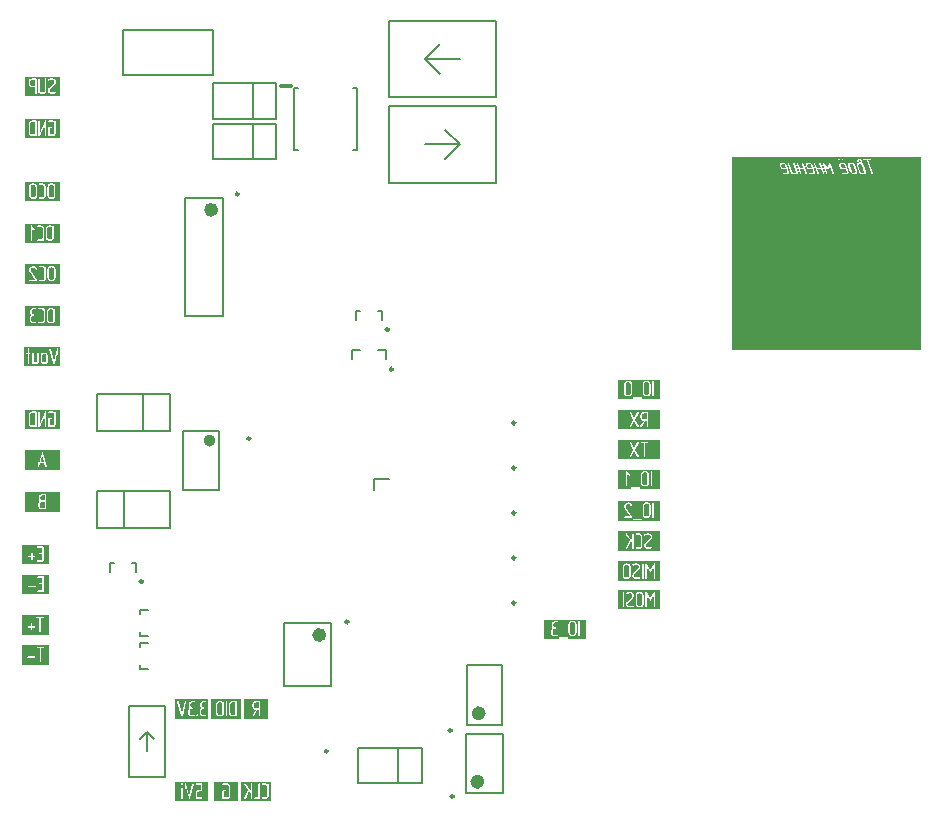
<source format=gbo>
G04*
G04 #@! TF.GenerationSoftware,Altium Limited,Altium Designer,19.1.6 (110)*
G04*
G04 Layer_Color=3707366*
%FSLAX44Y44*%
%MOMM*%
G71*
G01*
G75*
%ADD10C,0.2000*%
%ADD11C,0.2500*%
%ADD13C,0.6000*%
%ADD67C,0.3000*%
%ADD68C,0.5000*%
G36*
X252730Y821690D02*
X222758D01*
Y838200D01*
X252730D01*
Y821690D01*
D02*
G37*
G36*
Y979170D02*
X222758D01*
Y995680D01*
X252730D01*
Y979170D01*
D02*
G37*
G36*
Y1102360D02*
X222758D01*
Y1118870D01*
X252730D01*
Y1102360D01*
D02*
G37*
G36*
X243840Y732790D02*
Y716280D01*
X220980D01*
Y732790D01*
X243840D01*
D02*
G37*
G36*
X760730Y703580D02*
X725170D01*
Y720090D01*
X760730D01*
Y703580D01*
D02*
G37*
G36*
X252730Y943610D02*
X222758D01*
Y960120D01*
X252730D01*
Y943610D01*
D02*
G37*
G36*
X760730Y881380D02*
X725170D01*
Y897890D01*
X760730D01*
Y881380D01*
D02*
G37*
G36*
X243840Y698500D02*
Y681990D01*
X220980D01*
Y698500D01*
X243840D01*
D02*
G37*
G36*
Y673100D02*
Y656590D01*
X220980D01*
Y673100D01*
X243840D01*
D02*
G37*
G36*
X252730Y786130D02*
X222758D01*
Y802640D01*
X252730D01*
Y786130D01*
D02*
G37*
G36*
Y855980D02*
X222758D01*
Y872490D01*
X252730D01*
Y855980D01*
D02*
G37*
G36*
X406400Y627380D02*
Y610870D01*
X381000D01*
Y627380D01*
X406400D01*
D02*
G37*
G36*
X252730Y1049020D02*
X222758D01*
Y1065530D01*
X252730D01*
Y1049020D01*
D02*
G37*
G36*
X981864Y1086612D02*
Y923290D01*
X821336D01*
Y1086612D01*
X981864D01*
D02*
G37*
G36*
X760730Y778510D02*
X725170D01*
Y795020D01*
X760730D01*
Y778510D01*
D02*
G37*
G36*
X429260Y627380D02*
Y610870D01*
X408940D01*
Y627380D01*
X429260D01*
D02*
G37*
G36*
X403860Y557530D02*
Y541020D01*
X383540D01*
Y557530D01*
X403860D01*
D02*
G37*
G36*
X760730Y753110D02*
X725170D01*
Y769620D01*
X760730D01*
Y753110D01*
D02*
G37*
G36*
X252730Y1137920D02*
X222758D01*
Y1154430D01*
X252730D01*
Y1137920D01*
D02*
G37*
G36*
X378460Y610870D02*
X350520D01*
Y627380D01*
X378460D01*
Y610870D01*
D02*
G37*
G36*
X698500Y678180D02*
X662940D01*
Y694690D01*
X698500D01*
Y678180D01*
D02*
G37*
G36*
X760730Y805180D02*
X725170D01*
Y821690D01*
X760730D01*
Y805180D01*
D02*
G37*
G36*
Y855980D02*
X725170D01*
Y872490D01*
X760730D01*
Y855980D01*
D02*
G37*
G36*
X378460Y541020D02*
X350520D01*
Y557530D01*
X378460D01*
Y541020D01*
D02*
G37*
G36*
X431800D02*
X406400D01*
Y557530D01*
X431800D01*
Y541020D01*
D02*
G37*
G36*
X252730Y909320D02*
X222304D01*
Y925830D01*
X252730D01*
Y909320D01*
D02*
G37*
G36*
X760730Y727710D02*
X725170D01*
Y744220D01*
X760730D01*
Y727710D01*
D02*
G37*
G36*
X243840Y758190D02*
Y741680D01*
X220980D01*
Y758190D01*
X243840D01*
D02*
G37*
G36*
X252730Y1013460D02*
X222758D01*
Y1029970D01*
X252730D01*
Y1013460D01*
D02*
G37*
G36*
X760730Y830580D02*
X725170D01*
Y847090D01*
X760730D01*
Y830580D01*
D02*
G37*
%LPC*%
G36*
X241586Y836930D02*
X237753D01*
D01*
X241586D01*
D02*
G37*
G36*
X237753D02*
X237679D01*
X237587Y836911D01*
X237494Y836856D01*
X237383Y836800D01*
X237290Y836708D01*
X237198Y836578D01*
X237124Y836393D01*
X233920Y824579D01*
X233902Y824431D01*
Y836930D01*
D01*
D01*
Y823802D01*
D01*
Y824394D01*
X233920Y824283D01*
X233994Y824135D01*
X234031Y824061D01*
X234105Y823968D01*
X234142Y823950D01*
X234235Y823894D01*
X234383Y823820D01*
X234568Y823802D01*
X233902D01*
X234605D01*
X234698Y823820D01*
X234809Y823857D01*
X234939Y823913D01*
X234957Y823931D01*
X235031Y823987D01*
X235105Y824080D01*
X235161Y824209D01*
X236031Y827449D01*
X239457D01*
X240308Y824320D01*
Y824302D01*
Y824283D01*
X240346Y824172D01*
X240420Y824042D01*
X240531Y823931D01*
X240568Y823913D01*
X240642Y823876D01*
X240772Y823820D01*
X240938Y823802D01*
X241586D01*
X240975D01*
X241086Y823820D01*
X241234Y823876D01*
X241401Y823968D01*
X241438Y824005D01*
X241494Y824098D01*
X241549Y824265D01*
X241586Y824468D01*
D01*
X241568Y824579D01*
X238364Y836393D01*
Y836412D01*
X238327Y836486D01*
X238290Y836560D01*
X238235Y836671D01*
X238142Y836763D01*
X238050Y836856D01*
X237920Y836911D01*
X237753Y836930D01*
D02*
G37*
G36*
X240938Y823802D02*
X240693D01*
X240938D01*
D01*
D02*
G37*
%LPD*%
G36*
X239160Y828746D02*
X236327D01*
X237735Y834393D01*
X239160Y828746D01*
D02*
G37*
%LPC*%
G36*
X229586Y994410D02*
X226532D01*
D01*
X229586D01*
D02*
G37*
G36*
X240716D02*
Y991596D01*
X240697Y991688D01*
Y991781D01*
X240679Y991892D01*
X240605Y992169D01*
X240512Y992503D01*
X240364Y992836D01*
X240160Y993188D01*
X240031Y993355D01*
X239883Y993521D01*
X239864Y993540D01*
X239846Y993558D01*
X239790Y993595D01*
X239734Y993669D01*
X239549Y993799D01*
X239309Y993966D01*
X238994Y994132D01*
X238642Y994280D01*
X238235Y994373D01*
X238013Y994391D01*
X237790Y994410D01*
X240716D01*
X234846D01*
D01*
X235476D01*
X235365Y994391D01*
X235217Y994317D01*
X235124Y994280D01*
X235050Y994206D01*
X235031D01*
X235013Y994169D01*
X234939Y994077D01*
X234883Y993929D01*
X234846Y993855D01*
Y993725D01*
X234865Y993632D01*
X234920Y993484D01*
X235031Y993336D01*
X235068Y993299D01*
X235161Y993243D01*
X235309Y993169D01*
X235402Y993151D01*
X235513Y993132D01*
X237901D01*
X238031Y993114D01*
X238179Y993077D01*
X238364Y993021D01*
X238549Y992929D01*
X238753Y992818D01*
X238938Y992651D01*
X238957Y992632D01*
X239012Y992577D01*
X239086Y992466D01*
X239179Y992336D01*
X239272Y992169D01*
X239346Y991966D01*
X239401Y991744D01*
X239420Y991484D01*
Y984170D01*
Y984133D01*
Y984059D01*
X239401Y983930D01*
X239364Y983763D01*
X239309Y983578D01*
X239216Y983393D01*
X239105Y983189D01*
X238938Y983004D01*
X238920Y982985D01*
X238846Y982930D01*
X238753Y982856D01*
X238605Y982782D01*
X238438Y982689D01*
X238253Y982615D01*
X238031Y982559D01*
X237790Y982541D01*
X235476D01*
X235365Y982522D01*
X235217Y982448D01*
X235124Y982411D01*
X235050Y982337D01*
X235031D01*
X235013Y982300D01*
X234939Y982208D01*
X234883Y982059D01*
X234846Y981985D01*
D01*
D01*
Y981263D01*
Y981856D01*
X234865Y981763D01*
X234920Y981615D01*
X235031Y981467D01*
X235068Y981430D01*
X235161Y981374D01*
X235309Y981300D01*
X235402Y981282D01*
X235513Y981263D01*
X237901D01*
X237975Y981282D01*
X238086D01*
X238198Y981300D01*
X238475Y981374D01*
X238790Y981467D01*
X239142Y981615D01*
X239475Y981819D01*
X239660Y981948D01*
X239827Y982096D01*
X239846Y982115D01*
X239864Y982133D01*
X239901Y982189D01*
X239957Y982245D01*
X240105Y982430D01*
X240271Y982671D01*
X240438Y982985D01*
X240568Y983337D01*
X240679Y983726D01*
X240697Y983948D01*
X240716Y984170D01*
Y982559D01*
Y984170D01*
Y994410D01*
D02*
G37*
G36*
X230161D02*
X230032D01*
X229921Y994391D01*
X229810Y994373D01*
X229662Y994336D01*
X229328Y994243D01*
X229125Y994188D01*
X228939Y994095D01*
X228717Y994003D01*
X228514Y993873D01*
X228291Y993725D01*
X228069Y993558D01*
X227847Y993355D01*
X227625Y993132D01*
X227606D01*
X227569Y993095D01*
X227532Y993058D01*
X227458Y993003D01*
X227273Y992855D01*
X227069Y992632D01*
X226884Y992336D01*
X226699Y991984D01*
X226625Y991781D01*
X226588Y991558D01*
X226551Y991336D01*
X226532Y991077D01*
Y990910D01*
X226551Y990781D01*
X226569Y990651D01*
X226588Y990484D01*
X226680Y990151D01*
Y990133D01*
X226717Y990077D01*
X226754Y989966D01*
X226791Y989855D01*
X226866Y989688D01*
X226958Y989522D01*
X227069Y989318D01*
X227199Y989114D01*
X231680Y982541D01*
X227254D01*
X227143Y982522D01*
X226995Y982448D01*
X226903Y982411D01*
X226828Y982337D01*
X226810D01*
X226791Y982300D01*
X226717Y982208D01*
X226662Y982059D01*
X226625Y981985D01*
Y981893D01*
Y981874D01*
Y981856D01*
X226643Y981763D01*
X226699Y981615D01*
X226791Y981467D01*
X226828Y981430D01*
X226921Y981374D01*
X227069Y981300D01*
X227180Y981282D01*
X227291Y981263D01*
X232791D01*
X232883Y981282D01*
X233032Y981356D01*
X233106Y981393D01*
X233198Y981467D01*
Y981485D01*
X233235Y981504D01*
X233291Y981597D01*
X233346Y981745D01*
X233383Y981930D01*
Y981967D01*
X233365Y982041D01*
X233346Y982133D01*
X233291Y982226D01*
X228291Y989818D01*
X228106Y990170D01*
X227976Y990466D01*
Y990484D01*
X227958Y990521D01*
X227939Y990577D01*
X227921Y990651D01*
X227884Y990855D01*
X227865Y991077D01*
Y991096D01*
Y991114D01*
X227884Y991225D01*
X227902Y991373D01*
X227958Y991577D01*
X228032Y991799D01*
X228162Y992040D01*
X228328Y992281D01*
X228550Y992503D01*
X228569Y992521D01*
X228606Y992558D01*
X228680Y992595D01*
X228754Y992669D01*
X228865Y992725D01*
X228995Y992799D01*
X229291Y992947D01*
X229310D01*
X229365Y992966D01*
X229439Y993003D01*
X229550Y993040D01*
X229662Y993058D01*
X229810Y993095D01*
X230106Y993114D01*
X230198D01*
X230310Y993095D01*
X230458Y993077D01*
X230624Y993040D01*
X230809Y992966D01*
X230995Y992892D01*
X231180Y992781D01*
X231198Y992762D01*
X231254Y992725D01*
X231346Y992632D01*
X231458Y992521D01*
X231587Y992373D01*
X231717Y992188D01*
X231847Y991966D01*
X231976Y991688D01*
X231995Y991651D01*
X232032Y991577D01*
X232106Y991466D01*
X232217Y991373D01*
X232235Y991355D01*
X232309Y991336D01*
X232402Y991299D01*
X232532Y991262D01*
X232587D01*
X232643Y991281D01*
X232698D01*
X232865Y991336D01*
X233032Y991429D01*
X233069Y991466D01*
X233124Y991558D01*
X233198Y991725D01*
X233217Y991818D01*
X233235Y991929D01*
X233198Y992095D01*
Y992114D01*
X233180Y992151D01*
X233161Y992206D01*
X233124Y992299D01*
X233032Y992503D01*
X232883Y992762D01*
X232717Y993058D01*
X232495Y993355D01*
X232235Y993632D01*
X231939Y993873D01*
X231902Y993892D01*
X231809Y993966D01*
X231643Y994040D01*
X231421Y994151D01*
X231161Y994243D01*
X230865Y994336D01*
X230532Y994391D01*
X230161Y994410D01*
D02*
G37*
G36*
X248956D02*
X242160D01*
X245012D01*
X244919Y994391D01*
X244808D01*
X244697Y994373D01*
X244419Y994299D01*
X244086Y994206D01*
X243734Y994040D01*
X243382Y993836D01*
X243216Y993688D01*
X243049Y993540D01*
X243030Y993521D01*
X243012Y993503D01*
X242901Y993392D01*
X242771Y993206D01*
X242605Y992966D01*
X242438Y992669D01*
X242290Y992318D01*
X242197Y991910D01*
X242179Y991707D01*
X242160Y991484D01*
Y984059D01*
X242179Y983967D01*
Y983874D01*
X242197Y983744D01*
X242271Y983467D01*
X242364Y983152D01*
X242530Y982800D01*
X242734Y982448D01*
X242882Y982282D01*
X243030Y982115D01*
X243049D01*
X243067Y982078D01*
X243123Y982041D01*
X243179Y981985D01*
X243364Y981837D01*
X243605Y981689D01*
X243919Y981541D01*
X244271Y981393D01*
X244678Y981300D01*
X244901Y981282D01*
X245123Y981263D01*
X246141D01*
X246215Y981282D01*
X246326D01*
X246437Y981300D01*
X246715Y981374D01*
X247030Y981467D01*
X247363Y981615D01*
X247715Y981819D01*
X247900Y981948D01*
X248067Y982096D01*
X248085Y982115D01*
X248104Y982133D01*
X248141Y982189D01*
X248197Y982245D01*
X248345Y982430D01*
X248511Y982671D01*
X248678Y982985D01*
X248808Y983337D01*
X248919Y983726D01*
X248937Y983948D01*
X248956Y984170D01*
Y982856D01*
Y984170D01*
Y994410D01*
D02*
G37*
%LPD*%
G36*
Y991596D02*
X248937Y991688D01*
Y991781D01*
X248919Y991892D01*
X248845Y992169D01*
X248752Y992503D01*
X248604Y992836D01*
X248400Y993188D01*
X248271Y993355D01*
X248123Y993521D01*
X248104Y993540D01*
X248085Y993558D01*
X248030Y993595D01*
X247974Y993669D01*
X247789Y993799D01*
X247549Y993966D01*
X247234Y994132D01*
X246882Y994280D01*
X246475Y994373D01*
X246252Y994391D01*
X246030Y994410D01*
X248956D01*
Y991596D01*
D02*
G37*
G36*
X246271Y993114D02*
X246437Y993077D01*
X246623Y993021D01*
X246808Y992929D01*
X247012Y992818D01*
X247197Y992651D01*
X247215Y992632D01*
X247271Y992558D01*
X247345Y992466D01*
X247419Y992318D01*
X247512Y992151D01*
X247586Y991947D01*
X247641Y991725D01*
X247660Y991484D01*
Y984170D01*
Y984133D01*
Y984059D01*
X247641Y983930D01*
X247604Y983782D01*
X247549Y983596D01*
X247456Y983411D01*
X247345Y983207D01*
X247178Y983022D01*
X247160Y983004D01*
X247086Y982948D01*
X246993Y982874D01*
X246845Y982782D01*
X246678Y982689D01*
X246475Y982615D01*
X246271Y982559D01*
X246030Y982541D01*
X245012D01*
X244882Y982559D01*
X244734Y982596D01*
X244549Y982652D01*
X244345Y982745D01*
X244142Y982856D01*
X243956Y983004D01*
X243938Y983022D01*
X243882Y983096D01*
X243790Y983189D01*
X243697Y983319D01*
X243623Y983485D01*
X243530Y983689D01*
X243475Y983911D01*
X243456Y984170D01*
Y991484D01*
Y991521D01*
Y991596D01*
X243475Y991725D01*
X243512Y991873D01*
X243586Y992058D01*
X243660Y992244D01*
X243790Y992447D01*
X243956Y992632D01*
X243975Y992651D01*
X244049Y992707D01*
X244142Y992799D01*
X244290Y992892D01*
X244456Y992966D01*
X244660Y993058D01*
X244882Y993114D01*
X245123Y993132D01*
X246141D01*
X246271Y993114D01*
D02*
G37*
%LPC*%
G36*
X249382Y1117600D02*
Y1114786D01*
X249363Y1114878D01*
Y1114971D01*
X249345Y1115082D01*
X249271Y1115359D01*
X249178Y1115693D01*
X249030Y1116026D01*
X248826Y1116378D01*
X248697Y1116545D01*
X248548Y1116711D01*
X248530Y1116730D01*
X248511Y1116748D01*
X248456Y1116785D01*
X248400Y1116859D01*
X248215Y1116989D01*
X247974Y1117156D01*
X247660Y1117322D01*
X247308Y1117470D01*
X246919Y1117563D01*
X246697Y1117581D01*
X246475Y1117600D01*
X243234D01*
X243123Y1117581D01*
X242975Y1117507D01*
X242901Y1117470D01*
X242827Y1117396D01*
X242808D01*
X242790Y1117359D01*
X242716Y1117267D01*
X242642Y1117119D01*
X242605Y1117045D01*
Y1116915D01*
X242623Y1116822D01*
X242679Y1116674D01*
X242790Y1116526D01*
X242827Y1116489D01*
X242919Y1116433D01*
X243067Y1116359D01*
X243160Y1116341D01*
X243271Y1116322D01*
X246586D01*
X246715Y1116304D01*
X246863Y1116267D01*
X247049Y1116211D01*
X247234Y1116119D01*
X247437Y1116008D01*
X247623Y1115841D01*
X247641Y1115822D01*
X247697Y1115748D01*
X247771Y1115656D01*
X247845Y1115508D01*
X247937Y1115341D01*
X248011Y1115137D01*
X248067Y1114915D01*
X248085Y1114674D01*
Y1107360D01*
Y1107323D01*
Y1107249D01*
X248067Y1107120D01*
X248030Y1106972D01*
X247974Y1106786D01*
X247882Y1106601D01*
X247771Y1106397D01*
X247604Y1106212D01*
X247586Y1106194D01*
X247512Y1106138D01*
X247419Y1106064D01*
X247271Y1105972D01*
X247104Y1105879D01*
X246919Y1105805D01*
X246697Y1105749D01*
X246475Y1105731D01*
X243901D01*
Y1110823D01*
X245141D01*
X245252Y1110841D01*
X245401Y1110897D01*
X245549Y1110990D01*
Y1111008D01*
X245567Y1111027D01*
X245623Y1111119D01*
X245697Y1111267D01*
X245715Y1111452D01*
Y1111471D01*
X245697Y1111564D01*
X245660Y1111675D01*
X245567Y1111841D01*
Y1111860D01*
X245530Y1111878D01*
X245456Y1111971D01*
X245308Y1112064D01*
X245197Y1112082D01*
X245086Y1112101D01*
X243234D01*
X243160Y1112082D01*
X243067Y1112064D01*
X242938Y1112027D01*
X242808Y1111934D01*
X242716Y1111823D01*
X242642Y1111675D01*
X242605Y1111452D01*
Y1104453D01*
Y1105064D01*
X242623Y1104990D01*
X242642Y1104879D01*
X242679Y1104768D01*
X242771Y1104657D01*
X242882Y1104546D01*
X243049Y1104472D01*
X243271Y1104453D01*
X242605D01*
X249382D01*
Y1117600D01*
D02*
G37*
G36*
X241142D02*
X234346D01*
X234976D01*
X234865Y1117581D01*
X234716Y1117526D01*
X234568Y1117415D01*
X234550D01*
X234531Y1117378D01*
X234457Y1117304D01*
X234383Y1117156D01*
X234346Y1117063D01*
Y1104453D01*
Y1105046D01*
X234365Y1104972D01*
X234420Y1104824D01*
X234531Y1104638D01*
X234550D01*
X234568Y1104601D01*
X234680Y1104546D01*
X234846Y1104490D01*
X235050Y1104453D01*
D01*
X235346Y1104509D01*
X235587Y1104787D01*
X239846Y1114693D01*
Y1105083D01*
Y1105064D01*
Y1105027D01*
X239864Y1104916D01*
X239920Y1104768D01*
X240031Y1104620D01*
X240068Y1104601D01*
X240160Y1104546D01*
X240327Y1104472D01*
X240512Y1104453D01*
X236796D01*
X240531D01*
X240605Y1104472D01*
X240734Y1104509D01*
X240920Y1104583D01*
X240957Y1104620D01*
X241031Y1104712D01*
X241105Y1104861D01*
X241123Y1104972D01*
X241142Y1105083D01*
Y1116989D01*
X241123Y1117082D01*
X241068Y1117230D01*
X240957Y1117378D01*
Y1117396D01*
X240920Y1117415D01*
X240827Y1117489D01*
X240697Y1117563D01*
X240605Y1117600D01*
X241142D01*
D02*
G37*
G36*
X232272D02*
X228958D01*
X228865Y1117581D01*
X228754D01*
X228643Y1117563D01*
X228365Y1117489D01*
X228032Y1117396D01*
X227680Y1117230D01*
X227328Y1117026D01*
X227162Y1116878D01*
X226995Y1116730D01*
X226977Y1116711D01*
X226958Y1116693D01*
X226847Y1116582D01*
X226717Y1116396D01*
X226551Y1116156D01*
X226384Y1115859D01*
X226236Y1115508D01*
X226143Y1115100D01*
X226125Y1114897D01*
X226106Y1114674D01*
Y1107249D01*
X226125Y1107157D01*
Y1107064D01*
X226143Y1106934D01*
X226217Y1106657D01*
X226310Y1106342D01*
X226477Y1105990D01*
X226680Y1105638D01*
X226828Y1105472D01*
X226977Y1105305D01*
X226995D01*
X227014Y1105268D01*
X227069Y1105231D01*
X227125Y1105175D01*
X227310Y1105027D01*
X227551Y1104879D01*
X227865Y1104731D01*
X228217Y1104583D01*
X228625Y1104490D01*
X228847Y1104472D01*
X229069Y1104453D01*
X226106D01*
D01*
X232291D01*
X232365Y1104472D01*
X232476Y1104490D01*
X232587Y1104527D01*
X232698Y1104601D01*
X232809Y1104712D01*
X232883Y1104879D01*
X232902Y1105083D01*
Y1116989D01*
X232883Y1117063D01*
X232865Y1117156D01*
X232828Y1117285D01*
X232754Y1117396D01*
X232643Y1117507D01*
X232476Y1117581D01*
X232272Y1117600D01*
D02*
G37*
%LPD*%
G36*
X249382Y1104453D02*
X246586D01*
X246660Y1104472D01*
X246882Y1104490D01*
X247141Y1104564D01*
X247456Y1104657D01*
X247789Y1104805D01*
X248141Y1105009D01*
X248326Y1105138D01*
X248493Y1105286D01*
X248511Y1105305D01*
X248530Y1105323D01*
X248567Y1105379D01*
X248622Y1105435D01*
X248771Y1105620D01*
X248937Y1105861D01*
X249104Y1106175D01*
X249233Y1106527D01*
X249345Y1106916D01*
X249363Y1107138D01*
X249382Y1107360D01*
Y1104453D01*
D02*
G37*
G36*
X240401Y1117581D02*
X240308Y1117563D01*
X240179Y1117507D01*
X240142Y1117489D01*
X240123Y1117470D01*
X240086Y1117415D01*
X240031Y1117359D01*
X239994Y1117267D01*
X239938Y1117156D01*
X239901Y1117008D01*
X235642Y1107360D01*
Y1116952D01*
Y1116970D01*
Y1116989D01*
X235624Y1117082D01*
X235568Y1117230D01*
X235457Y1117378D01*
Y1117396D01*
X235420Y1117415D01*
X235328Y1117489D01*
X235198Y1117563D01*
X235105Y1117600D01*
X240475D01*
X240401Y1117581D01*
D02*
G37*
G36*
X231606Y1105731D02*
X228958D01*
X228828Y1105749D01*
X228680Y1105786D01*
X228495Y1105842D01*
X228291Y1105935D01*
X228088Y1106046D01*
X227902Y1106194D01*
X227884Y1106212D01*
X227828Y1106286D01*
X227736Y1106379D01*
X227643Y1106509D01*
X227569Y1106675D01*
X227477Y1106879D01*
X227421Y1107101D01*
X227402Y1107360D01*
Y1114674D01*
Y1114711D01*
Y1114786D01*
X227421Y1114915D01*
X227458Y1115063D01*
X227532Y1115248D01*
X227606Y1115434D01*
X227736Y1115637D01*
X227902Y1115822D01*
X227921Y1115841D01*
X227995Y1115897D01*
X228088Y1115989D01*
X228236Y1116082D01*
X228402Y1116156D01*
X228606Y1116248D01*
X228828Y1116304D01*
X229069Y1116322D01*
X231606D01*
Y1105731D01*
D02*
G37*
%LPC*%
G36*
X231734Y723762D02*
X225605D01*
X226216D01*
X226105Y723743D01*
X225957Y723669D01*
X225883Y723632D01*
X225809Y723558D01*
X225790D01*
X225772Y723521D01*
X225698Y723428D01*
X225642Y723280D01*
X225605Y723206D01*
Y722484D01*
Y723076D01*
X225624Y722984D01*
X225679Y722836D01*
X225772Y722688D01*
X225809Y722651D01*
X225901Y722595D01*
X226049Y722521D01*
X226142Y722502D01*
X226253Y722484D01*
X231790D01*
X231901Y722502D01*
X232067Y722558D01*
X232216Y722651D01*
Y722669D01*
X232234Y722688D01*
X232290Y722780D01*
X232364Y722928D01*
X232382Y723113D01*
Y723132D01*
X232364Y723225D01*
X232327Y723336D01*
X232234Y723502D01*
Y723521D01*
X232197Y723539D01*
X232104Y723632D01*
X231956Y723725D01*
X231845Y723743D01*
X231734Y723762D01*
D02*
G37*
G36*
X238585Y731520D02*
X233364D01*
X233975D01*
X233864Y731501D01*
X233715Y731427D01*
X233641Y731390D01*
X233567Y731316D01*
X233549D01*
X233530Y731279D01*
X233456Y731187D01*
X233401Y731039D01*
X233364Y730965D01*
Y719095D01*
Y730835D01*
X233382Y730742D01*
X233438Y730594D01*
X233530Y730446D01*
X233567Y730409D01*
X233660Y730353D01*
X233808Y730279D01*
X233901Y730261D01*
X234012Y730242D01*
X237919D01*
Y726021D01*
X235808D01*
X235697Y726002D01*
X235549Y725928D01*
X235474Y725891D01*
X235400Y725817D01*
X235382D01*
X235363Y725780D01*
X235289Y725687D01*
X235215Y725539D01*
X235178Y725465D01*
Y725372D01*
Y725354D01*
Y725335D01*
X235197Y725243D01*
X235252Y725095D01*
X235363Y724947D01*
X235400Y724910D01*
X235493Y724854D01*
X235641Y724780D01*
X235734Y724761D01*
X235845Y724743D01*
X237919D01*
Y719651D01*
X233975D01*
X233864Y719632D01*
X233715Y719558D01*
X233641Y719521D01*
X233567Y719447D01*
X233549D01*
X233530Y719410D01*
X233456Y719318D01*
X233401Y719169D01*
X233364Y719095D01*
D01*
D01*
Y718373D01*
Y718966D01*
X233382Y718873D01*
X233438Y718725D01*
X233530Y718577D01*
X233567Y718540D01*
X233660Y718484D01*
X233808Y718410D01*
X233901Y718392D01*
X234012Y718373D01*
X233364D01*
X239215D01*
D01*
X238604D01*
X238678Y718392D01*
X238789Y718410D01*
X238900Y718447D01*
X239011Y718521D01*
X239122Y718632D01*
X239196Y718799D01*
X239215Y719003D01*
Y730909D01*
X239196Y730983D01*
X239178Y731076D01*
X239141Y731205D01*
X239067Y731316D01*
X238956Y731427D01*
X238789Y731501D01*
X238585Y731520D01*
D02*
G37*
G36*
X756365Y718445D02*
X756162D01*
X756069Y718408D01*
X755976Y718371D01*
X755958D01*
X755902Y718334D01*
X755865Y718297D01*
X755828Y718242D01*
X755754Y718168D01*
X755680Y718075D01*
X752588Y712872D01*
X749496Y718057D01*
X749477Y718075D01*
X749459Y718112D01*
X749403Y718186D01*
X749329Y718260D01*
X749144Y718390D01*
X749033Y718427D01*
X748903Y718445D01*
X748866D01*
X748755Y718427D01*
X748607Y718353D01*
X748533Y718297D01*
X748459Y718223D01*
X748422Y718186D01*
X748366Y718094D01*
X748310Y717927D01*
X748273Y717723D01*
Y705799D01*
X748292Y705687D01*
X748348Y705539D01*
X748459Y705391D01*
X748496Y705373D01*
X748588Y705317D01*
X748755Y705243D01*
X748940Y705225D01*
X748959D01*
X749033Y705243D01*
X749181Y705280D01*
X749366Y705354D01*
X749403Y705391D01*
X749459Y705484D01*
X749533Y705632D01*
X749551Y705743D01*
X749570Y705854D01*
Y715927D01*
X752032Y711465D01*
X752051Y711446D01*
X752069Y711409D01*
X752125Y711354D01*
X752180Y711298D01*
X752366Y711168D01*
X752477Y711131D01*
X752606Y711113D01*
X752662D01*
X752718Y711131D01*
X752792Y711168D01*
X752884Y711205D01*
X752977Y711280D01*
X753069Y711372D01*
X753162Y711502D01*
X755569Y715927D01*
Y705854D01*
Y705836D01*
Y705799D01*
X755588Y705687D01*
X755662Y705521D01*
X755699Y705447D01*
X755773Y705373D01*
X755810Y705354D01*
X755902Y705299D01*
X756050Y705243D01*
X756236Y705225D01*
X756254D01*
X756328Y705243D01*
X756458Y705280D01*
X756643Y705336D01*
X756680Y705373D01*
X756754Y705465D01*
X756828Y705632D01*
X756847Y705743D01*
X756865Y705854D01*
Y717834D01*
X756847Y717908D01*
X756810Y718075D01*
X756717Y718242D01*
Y718260D01*
X756680Y718279D01*
X756606Y718353D01*
X756458Y718408D01*
X756365Y718445D01*
D02*
G37*
G36*
X743885Y718371D02*
X742867D01*
X742774Y718353D01*
X742663D01*
X742552Y718334D01*
X742274Y718260D01*
X741941Y718168D01*
X741589Y718001D01*
X741237Y717797D01*
X741071Y717649D01*
X740904Y717501D01*
X740885Y717483D01*
X740867Y717464D01*
X740756Y717353D01*
X740626Y717168D01*
X740460Y716927D01*
X740293Y716631D01*
X740145Y716279D01*
X740052Y715872D01*
X740034Y715668D01*
X740015Y715446D01*
Y708021D01*
X740034Y707928D01*
Y707835D01*
X740052Y707706D01*
X740126Y707428D01*
X740219Y707113D01*
X740385Y706761D01*
X740589Y706410D01*
X740737Y706243D01*
X740885Y706076D01*
X740904D01*
X740922Y706039D01*
X740978Y706002D01*
X741033Y705947D01*
X741219Y705799D01*
X741459Y705650D01*
X741774Y705502D01*
X742126Y705354D01*
X742533Y705262D01*
X742756Y705243D01*
X742978Y705225D01*
X743996D01*
X744070Y705243D01*
X744181D01*
X744292Y705262D01*
X744570Y705336D01*
X744885Y705428D01*
X745218Y705576D01*
X745570Y705780D01*
X745755Y705910D01*
X745922Y706058D01*
X745940Y706076D01*
X745959Y706095D01*
X745996Y706150D01*
X746051Y706206D01*
X746200Y706391D01*
X746366Y706632D01*
X746533Y706947D01*
X746663Y707298D01*
X746774Y707687D01*
X746792Y707909D01*
X746811Y708132D01*
Y715557D01*
X746792Y715649D01*
Y715742D01*
X746774Y715853D01*
X746700Y716131D01*
X746607Y716464D01*
X746459Y716797D01*
X746255Y717149D01*
X746126Y717316D01*
X745977Y717483D01*
X745959Y717501D01*
X745940Y717520D01*
X745885Y717557D01*
X745829Y717631D01*
X745644Y717760D01*
X745403Y717927D01*
X745089Y718094D01*
X744737Y718242D01*
X744330Y718334D01*
X744107Y718353D01*
X743885Y718371D01*
D02*
G37*
G36*
X735886D02*
X734127D01*
X733979Y718353D01*
X733812Y718334D01*
X733627Y718297D01*
X733423Y718242D01*
X733201Y718186D01*
X733164D01*
X733090Y718149D01*
X732979Y718112D01*
X732831Y718057D01*
X732664Y718001D01*
X732479Y717908D01*
X732109Y717705D01*
X732090Y717686D01*
X732053Y717668D01*
X731997Y717612D01*
X731942Y717538D01*
X731923Y717520D01*
X731886Y717446D01*
X731831Y717334D01*
X731794Y717186D01*
Y717149D01*
X731812Y717038D01*
X731886Y716871D01*
X731923Y716797D01*
X731997Y716705D01*
X732035Y716668D01*
X732127Y716612D01*
X732294Y716538D01*
X732386Y716520D01*
X732497Y716501D01*
X732812Y716612D01*
X732849Y716631D01*
X732923Y716686D01*
X733071Y716760D01*
X733257Y716853D01*
X733479Y716946D01*
X733738Y717020D01*
X734016Y717075D01*
X734312Y717094D01*
X735775D01*
X735904Y717075D01*
X736071Y717038D01*
X736256Y716964D01*
X736460Y716890D01*
X736645Y716760D01*
X736830Y716594D01*
X736849Y716575D01*
X736904Y716501D01*
X736978Y716409D01*
X737053Y716261D01*
X737126Y716094D01*
X737201Y715890D01*
X737256Y715668D01*
X737275Y715409D01*
X737256Y715112D01*
X737219Y714946D01*
X737182Y714816D01*
Y714798D01*
X737163Y714779D01*
X737089Y714668D01*
X736978Y714501D01*
X736793Y714279D01*
X732664Y710076D01*
X732645Y710057D01*
X732608Y710020D01*
X732534Y709946D01*
X732442Y709854D01*
X732349Y709724D01*
X732257Y709576D01*
X732164Y709409D01*
X732072Y709224D01*
X731997Y709020D01*
X731886Y708632D01*
X731849Y708409D01*
Y708132D01*
Y708113D01*
Y708076D01*
Y708021D01*
X731868Y707928D01*
X731886Y707835D01*
X731905Y707724D01*
X731960Y707428D01*
X732072Y707113D01*
X732238Y706761D01*
X732349Y706595D01*
X732479Y706410D01*
X732627Y706225D01*
X732794Y706058D01*
X732831Y706021D01*
X732923Y705928D01*
X733090Y705799D01*
X733312Y705650D01*
X733590Y705484D01*
X733942Y705354D01*
X734331Y705262D01*
X734553Y705243D01*
X734793Y705225D01*
X736238D01*
X736330Y705243D01*
X736441D01*
X736553Y705262D01*
X736849Y705317D01*
X737182Y705391D01*
X737552Y705521D01*
X737941Y705687D01*
X738312Y705910D01*
X738515Y706132D01*
X738571Y706391D01*
Y706428D01*
X738552Y706539D01*
X738497Y706669D01*
X738404Y706835D01*
Y706854D01*
X738367Y706873D01*
X738275Y706965D01*
X738126Y707039D01*
X738034Y707058D01*
X737941Y707076D01*
X737626Y706965D01*
X737589Y706947D01*
X737497Y706891D01*
X737367Y706817D01*
X737182Y706743D01*
X736960Y706650D01*
X736701Y706576D01*
X736423Y706521D01*
X736145Y706502D01*
X734701D01*
X734571Y706521D01*
X734423Y706558D01*
X734238Y706613D01*
X734034Y706706D01*
X733831Y706817D01*
X733645Y706984D01*
X733627Y707002D01*
X733571Y707076D01*
X733479Y707169D01*
X733386Y707317D01*
X733312Y707484D01*
X733220Y707687D01*
X733164Y707891D01*
X733145Y708132D01*
X733183Y708428D01*
Y708447D01*
Y708465D01*
X733220Y708558D01*
Y708576D01*
X733238Y708613D01*
X733275Y708706D01*
Y708724D01*
X733294Y708761D01*
X733312Y708817D01*
X733349Y708891D01*
X733479Y709076D01*
X733645Y709298D01*
X737719Y713372D01*
X737738Y713390D01*
X737775Y713427D01*
X737849Y713520D01*
X737923Y713613D01*
X738015Y713761D01*
X738126Y713927D01*
X738256Y714112D01*
X738367Y714335D01*
Y714353D01*
X738404Y714427D01*
X738423Y714538D01*
X738460Y714668D01*
X738497Y714835D01*
X738534Y715020D01*
X738552Y715223D01*
X738571Y715446D01*
Y715557D01*
X738552Y715649D01*
X738534Y715742D01*
X738515Y715872D01*
X738460Y716149D01*
X738349Y716464D01*
X738163Y716816D01*
X738071Y716983D01*
X737941Y717168D01*
X737793Y717353D01*
X737626Y717520D01*
Y717538D01*
X737589Y717557D01*
X737497Y717649D01*
X737330Y717797D01*
X737108Y717945D01*
X736830Y718094D01*
X736497Y718242D01*
X736090Y718334D01*
X735886Y718371D01*
D02*
G37*
G36*
X729794D02*
X729664D01*
X729553Y718353D01*
X729405Y718297D01*
X729257Y718186D01*
X729238D01*
X729220Y718149D01*
X729146Y718075D01*
X729072Y717927D01*
X729035Y717834D01*
Y705799D01*
X729053Y705687D01*
X729109Y705539D01*
X729220Y705391D01*
X729257Y705373D01*
X729350Y705317D01*
X729516Y705243D01*
X729701Y705225D01*
X729720D01*
X729794Y705243D01*
X729924Y705280D01*
X730109Y705336D01*
X730146Y705373D01*
X730220Y705465D01*
X730294Y705632D01*
X730312Y705743D01*
X730331Y705854D01*
Y717760D01*
X730312Y717853D01*
X730257Y718001D01*
X730146Y718149D01*
Y718168D01*
X730109Y718186D01*
X730016Y718260D01*
X729886Y718334D01*
X729794Y718371D01*
D02*
G37*
%LPD*%
G36*
X744126Y717075D02*
X744292Y717038D01*
X744478Y716983D01*
X744663Y716890D01*
X744866Y716779D01*
X745052Y716612D01*
X745070Y716594D01*
X745126Y716520D01*
X745200Y716427D01*
X745274Y716279D01*
X745366Y716112D01*
X745441Y715909D01*
X745496Y715686D01*
X745515Y715446D01*
Y708132D01*
Y708095D01*
Y708021D01*
X745496Y707891D01*
X745459Y707743D01*
X745403Y707558D01*
X745311Y707373D01*
X745200Y707169D01*
X745033Y706984D01*
X745015Y706965D01*
X744940Y706910D01*
X744848Y706835D01*
X744700Y706743D01*
X744533Y706650D01*
X744330Y706576D01*
X744126Y706521D01*
X743885Y706502D01*
X742867D01*
X742737Y706521D01*
X742589Y706558D01*
X742404Y706613D01*
X742200Y706706D01*
X741996Y706817D01*
X741811Y706965D01*
X741793Y706984D01*
X741737Y707058D01*
X741645Y707150D01*
X741552Y707280D01*
X741478Y707447D01*
X741385Y707650D01*
X741330Y707872D01*
X741311Y708132D01*
Y715446D01*
Y715483D01*
Y715557D01*
X741330Y715686D01*
X741367Y715835D01*
X741441Y716020D01*
X741515Y716205D01*
X741645Y716409D01*
X741811Y716594D01*
X741830Y716612D01*
X741904Y716668D01*
X741996Y716760D01*
X742144Y716853D01*
X742311Y716927D01*
X742515Y717020D01*
X742737Y717075D01*
X742978Y717094D01*
X743996D01*
X744126Y717075D01*
D02*
G37*
%LPC*%
G36*
X248465Y958850D02*
Y956036D01*
X248447Y956128D01*
Y956221D01*
X248428Y956332D01*
X248354Y956609D01*
X248261Y956943D01*
X248113Y957276D01*
X247910Y957628D01*
X247780Y957795D01*
X247632Y957961D01*
X247613Y957980D01*
X247595Y957998D01*
X247539Y958035D01*
X247484Y958109D01*
X247299Y958239D01*
X247058Y958406D01*
X246743Y958572D01*
X246391Y958720D01*
X245984Y958813D01*
X245762Y958831D01*
X245539Y958850D01*
X248465D01*
X244521D01*
X244429Y958831D01*
X244317D01*
X244206Y958813D01*
X243929Y958739D01*
X243595Y958646D01*
X243243Y958480D01*
X242892Y958276D01*
X242725Y958128D01*
X242558Y957980D01*
X242540Y957961D01*
X242521Y957943D01*
X242410Y957832D01*
X242281Y957646D01*
X242114Y957406D01*
X241947Y957109D01*
X241799Y956758D01*
X241707Y956350D01*
X241688Y956147D01*
X241670Y955924D01*
Y948499D01*
X241688Y948407D01*
Y948314D01*
X241707Y948184D01*
X241781Y947907D01*
X241873Y947592D01*
X242040Y947240D01*
X242243Y946888D01*
X242392Y946722D01*
X242540Y946555D01*
X242558D01*
X242577Y946518D01*
X242632Y946481D01*
X242688Y946425D01*
X242873Y946277D01*
X243114Y946129D01*
X243429Y945981D01*
X243780Y945833D01*
X244188Y945740D01*
X244410Y945722D01*
X244632Y945703D01*
X245651D01*
X245725Y945722D01*
X245836D01*
X245947Y945740D01*
X246225Y945814D01*
X246539Y945907D01*
X246873Y946055D01*
X247225Y946259D01*
X247410Y946388D01*
X247576Y946536D01*
X247595Y946555D01*
X247613Y946573D01*
X247650Y946629D01*
X247706Y946685D01*
X247854Y946870D01*
X248021Y947111D01*
X248187Y947425D01*
X248317Y947777D01*
X248428Y948166D01*
X248447Y948388D01*
X248465Y948610D01*
Y958850D01*
D02*
G37*
G36*
X232893D02*
X227023D01*
D01*
X230300D01*
X230226Y958831D01*
X230115D01*
X229986Y958813D01*
X229708Y958739D01*
X229375Y958646D01*
X229023Y958498D01*
X228671Y958276D01*
X228504Y958146D01*
X228338Y957998D01*
X228319Y957980D01*
X228300Y957961D01*
X228263Y957906D01*
X228208Y957850D01*
X228060Y957665D01*
X227912Y957424D01*
X227764Y957109D01*
X227615Y956758D01*
X227523Y956369D01*
X227486Y956147D01*
Y955924D01*
Y955017D01*
Y954721D01*
Y954517D01*
X227560Y954313D01*
Y954295D01*
Y954276D01*
X227578Y954221D01*
X227597Y954147D01*
X227652Y953962D01*
X227764Y953758D01*
X227782Y953739D01*
X227819Y953665D01*
X227875Y953573D01*
X227949Y953462D01*
X228060Y953332D01*
X228171Y953184D01*
X228319Y953054D01*
X228486Y952925D01*
X228467Y952906D01*
X228393Y952888D01*
X228282Y952814D01*
X228152Y952739D01*
X228004Y952610D01*
X227838Y952443D01*
X227652Y952240D01*
X227486Y951980D01*
X227467Y951943D01*
X227412Y951851D01*
X227338Y951703D01*
X227245Y951517D01*
X227171Y951295D01*
X227097Y951036D01*
X227041Y950740D01*
X227023Y950443D01*
Y950462D01*
Y950443D01*
Y948518D01*
X227041Y948425D01*
Y948314D01*
X227060Y948203D01*
X227134Y947907D01*
X227227Y947592D01*
X227393Y947240D01*
X227597Y946888D01*
X227745Y946722D01*
X227893Y946555D01*
X227912D01*
X227930Y946518D01*
X227986Y946481D01*
X228041Y946425D01*
X228227Y946277D01*
X228467Y946129D01*
X228782Y945981D01*
X229134Y945833D01*
X229523Y945740D01*
X229745Y945722D01*
X229967Y945703D01*
X232319D01*
X232430Y945722D01*
X232578Y945777D01*
X232726Y945870D01*
Y945888D01*
X232745Y945907D01*
X232800Y946000D01*
X232874Y946148D01*
X232893Y946333D01*
Y946351D01*
X232874Y946444D01*
X232837Y946555D01*
X232745Y946722D01*
Y946740D01*
X232708Y946759D01*
X232633Y946851D01*
X232485Y946944D01*
X232374Y946962D01*
X232263Y946981D01*
X229856D01*
X229726Y946999D01*
X229560Y947036D01*
X229375Y947092D01*
X229189Y947185D01*
X228986Y947296D01*
X228801Y947444D01*
X228782Y947462D01*
X228726Y947536D01*
X228652Y947629D01*
X228560Y947777D01*
X228467Y947944D01*
X228393Y948147D01*
X228338Y948370D01*
X228319Y948629D01*
Y950462D01*
Y950499D01*
Y950573D01*
X228338Y950703D01*
X228375Y950851D01*
X228430Y951036D01*
X228523Y951221D01*
X228634Y951425D01*
X228801Y951610D01*
X228819Y951628D01*
X228874Y951684D01*
X228986Y951777D01*
X229115Y951869D01*
X229282Y951943D01*
X229486Y952036D01*
X229708Y952091D01*
X229967Y952110D01*
X230485D01*
X230597Y952129D01*
X230745Y952184D01*
X230893Y952277D01*
Y952295D01*
X230911Y952314D01*
X230967Y952406D01*
X231041Y952554D01*
X231059Y952739D01*
Y952758D01*
X231041Y952851D01*
X231004Y952962D01*
X230911Y953128D01*
Y953147D01*
X230874Y953165D01*
X230800Y953258D01*
X230652Y953351D01*
X230541Y953369D01*
X230430Y953388D01*
X230319D01*
X230189Y953406D01*
X230023Y953443D01*
X229837Y953499D01*
X229652Y953591D01*
X229449Y953702D01*
X229263Y953850D01*
X229245Y953869D01*
X229189Y953943D01*
X229115Y954036D01*
X229023Y954184D01*
X228930Y954351D01*
X228856Y954554D01*
X228801Y954776D01*
X228782Y955017D01*
Y955924D01*
Y955961D01*
Y956036D01*
X228801Y956165D01*
X228838Y956332D01*
X228893Y956517D01*
X228986Y956702D01*
X229097Y956906D01*
X229263Y957091D01*
X229282Y957109D01*
X229338Y957165D01*
X229449Y957239D01*
X229578Y957332D01*
X229745Y957424D01*
X229949Y957498D01*
X230171Y957554D01*
X230430Y957572D01*
X232300D01*
X232430Y957591D01*
X232578Y957646D01*
X232726Y957739D01*
Y957757D01*
X232745Y957776D01*
X232800Y957869D01*
X232874Y958017D01*
X232893Y958202D01*
Y955017D01*
Y958202D01*
Y958220D01*
X232874Y958313D01*
X232837Y958424D01*
X232745Y958591D01*
Y958609D01*
X232708Y958628D01*
X232633Y958720D01*
X232485Y958813D01*
X232374Y958831D01*
X232263Y958850D01*
X232893D01*
D01*
D02*
G37*
G36*
X237300D02*
X234985D01*
X234874Y958831D01*
X234726Y958757D01*
X234633Y958720D01*
X234559Y958646D01*
X234541D01*
X234522Y958609D01*
X234448Y958517D01*
X234393Y958369D01*
X234356Y958295D01*
Y958165D01*
X234374Y958072D01*
X234429Y957924D01*
X234541Y957776D01*
X234578Y957739D01*
X234670Y957683D01*
X234818Y957609D01*
X234911Y957591D01*
X235022Y957572D01*
X237411D01*
X237540Y957554D01*
X237689Y957517D01*
X237874Y957461D01*
X238059Y957369D01*
X238263Y957258D01*
X238448Y957091D01*
X238466Y957072D01*
X238522Y957017D01*
X238596Y956906D01*
X238688Y956776D01*
X238781Y956609D01*
X238855Y956406D01*
X238911Y956184D01*
X238929Y955924D01*
Y948610D01*
Y948573D01*
Y948499D01*
X238911Y948370D01*
X238874Y948203D01*
X238818Y948018D01*
X238725Y947833D01*
X238614Y947629D01*
X238448Y947444D01*
X238429Y947425D01*
X238355Y947370D01*
X238263Y947296D01*
X238114Y947222D01*
X237948Y947129D01*
X237763Y947055D01*
X237540Y946999D01*
X237300Y946981D01*
X234985D01*
X234874Y946962D01*
X234726Y946888D01*
X234633Y946851D01*
X234559Y946777D01*
X234541D01*
X234522Y946740D01*
X234448Y946648D01*
X234393Y946499D01*
X234356Y946425D01*
D01*
D01*
Y945703D01*
Y946296D01*
X234374Y946203D01*
X234429Y946055D01*
X234541Y945907D01*
X234578Y945870D01*
X234670Y945814D01*
X234818Y945740D01*
X234911Y945722D01*
X235022Y945703D01*
X234356D01*
X237411D01*
X237485Y945722D01*
X237596D01*
X237707Y945740D01*
X237985Y945814D01*
X238300Y945907D01*
X238651Y946055D01*
X238985Y946259D01*
X239170Y946388D01*
X239336Y946536D01*
X239355Y946555D01*
X239373Y946573D01*
X239410Y946629D01*
X239466Y946685D01*
X239614Y946870D01*
X239781Y947111D01*
X239947Y947425D01*
X240077Y947777D01*
X240188Y948166D01*
X240207Y948388D01*
X240225Y948610D01*
Y945907D01*
Y948610D01*
Y956036D01*
X240207Y956128D01*
Y956221D01*
X240188Y956332D01*
X240114Y956609D01*
X240021Y956943D01*
X239873Y957276D01*
X239670Y957628D01*
X239540Y957795D01*
X239392Y957961D01*
X239373Y957980D01*
X239355Y957998D01*
X239299Y958035D01*
X239244Y958109D01*
X239059Y958239D01*
X238818Y958406D01*
X238503Y958572D01*
X238151Y958720D01*
X237744Y958813D01*
X237522Y958831D01*
X237300Y958850D01*
D02*
G37*
%LPD*%
G36*
X245780Y957554D02*
X245947Y957517D01*
X246132Y957461D01*
X246317Y957369D01*
X246521Y957258D01*
X246706Y957091D01*
X246725Y957072D01*
X246780Y956998D01*
X246854Y956906D01*
X246928Y956758D01*
X247021Y956591D01*
X247095Y956387D01*
X247150Y956165D01*
X247169Y955924D01*
Y948610D01*
Y948573D01*
Y948499D01*
X247150Y948370D01*
X247113Y948222D01*
X247058Y948036D01*
X246965Y947851D01*
X246854Y947647D01*
X246688Y947462D01*
X246669Y947444D01*
X246595Y947388D01*
X246502Y947314D01*
X246354Y947222D01*
X246188Y947129D01*
X245984Y947055D01*
X245780Y946999D01*
X245539Y946981D01*
X244521D01*
X244391Y946999D01*
X244243Y947036D01*
X244058Y947092D01*
X243855Y947185D01*
X243651Y947296D01*
X243466Y947444D01*
X243447Y947462D01*
X243392Y947536D01*
X243299Y947629D01*
X243206Y947759D01*
X243132Y947925D01*
X243040Y948129D01*
X242984Y948351D01*
X242966Y948610D01*
Y955924D01*
Y955961D01*
Y956036D01*
X242984Y956165D01*
X243021Y956313D01*
X243095Y956498D01*
X243169Y956684D01*
X243299Y956887D01*
X243466Y957072D01*
X243484Y957091D01*
X243558Y957147D01*
X243651Y957239D01*
X243799Y957332D01*
X243966Y957406D01*
X244169Y957498D01*
X244391Y957554D01*
X244632Y957572D01*
X245651D01*
X245780Y957554D01*
D02*
G37*
%LPC*%
G36*
X754977Y897116D02*
X754847D01*
X754736Y897097D01*
X754588Y897042D01*
X754439Y896930D01*
X754421D01*
X754402Y896893D01*
X754328Y896819D01*
X754254Y896671D01*
X754217Y896579D01*
Y884543D01*
X754236Y884432D01*
X754291Y884284D01*
X754402Y884136D01*
X754439Y884117D01*
X754532Y884062D01*
X754699Y883987D01*
X754884Y883969D01*
X754902D01*
X754977Y883987D01*
X755106Y884025D01*
X755291Y884080D01*
X755328Y884117D01*
X755402Y884210D01*
X755477Y884376D01*
X755495Y884487D01*
X755514Y884598D01*
Y896505D01*
X755495Y896597D01*
X755439Y896745D01*
X755328Y896893D01*
Y896912D01*
X755291Y896930D01*
X755199Y897005D01*
X755069Y897079D01*
X754977Y897116D01*
D02*
G37*
G36*
X749829D02*
X748811D01*
X748718Y897097D01*
X748607D01*
X748496Y897079D01*
X748218Y897005D01*
X747885Y896912D01*
X747533Y896745D01*
X747181Y896542D01*
X747014Y896394D01*
X746848Y896245D01*
X746829Y896227D01*
X746811Y896208D01*
X746700Y896097D01*
X746570Y895912D01*
X746403Y895671D01*
X746237Y895375D01*
X746089Y895023D01*
X745996Y894616D01*
X745977Y894412D01*
X745959Y894190D01*
Y886765D01*
X745977Y886672D01*
Y886580D01*
X745996Y886450D01*
X746070Y886172D01*
X746163Y885858D01*
X746329Y885506D01*
X746533Y885154D01*
X746681Y884987D01*
X746829Y884821D01*
X746848D01*
X746866Y884784D01*
X746922Y884747D01*
X746977Y884691D01*
X747162Y884543D01*
X747403Y884395D01*
X747718Y884247D01*
X748070Y884099D01*
X748477Y884006D01*
X748699Y883987D01*
X748922Y883969D01*
X749940D01*
X750014Y883987D01*
X750125D01*
X750236Y884006D01*
X750514Y884080D01*
X750829Y884173D01*
X751162Y884321D01*
X751514Y884524D01*
X751699Y884654D01*
X751866Y884802D01*
X751884Y884821D01*
X751903Y884839D01*
X751940Y884895D01*
X751995Y884950D01*
X752143Y885135D01*
X752310Y885376D01*
X752477Y885691D01*
X752606Y886043D01*
X752718Y886432D01*
X752736Y886654D01*
X752755Y886876D01*
Y894301D01*
X752736Y894394D01*
Y894486D01*
X752718Y894597D01*
X752643Y894875D01*
X752551Y895209D01*
X752403Y895542D01*
X752199Y895894D01*
X752069Y896060D01*
X751921Y896227D01*
X751903Y896245D01*
X751884Y896264D01*
X751829Y896301D01*
X751773Y896375D01*
X751588Y896505D01*
X751347Y896671D01*
X751032Y896838D01*
X750681Y896986D01*
X750273Y897079D01*
X750051Y897097D01*
X749829Y897116D01*
D02*
G37*
G36*
X734256D02*
X733238D01*
X733145Y897097D01*
X733034D01*
X732923Y897079D01*
X732645Y897005D01*
X732312Y896912D01*
X731960Y896745D01*
X731609Y896542D01*
X731442Y896394D01*
X731275Y896245D01*
X731257Y896227D01*
X731238Y896208D01*
X731127Y896097D01*
X730997Y895912D01*
X730831Y895671D01*
X730664Y895375D01*
X730516Y895023D01*
X730424Y894616D01*
X730405Y894412D01*
X730387Y894190D01*
Y886765D01*
X730405Y886672D01*
Y886580D01*
X730424Y886450D01*
X730498Y886172D01*
X730590Y885858D01*
X730757Y885506D01*
X730960Y885154D01*
X731109Y884987D01*
X731257Y884821D01*
X731275D01*
X731294Y884784D01*
X731349Y884747D01*
X731405Y884691D01*
X731590Y884543D01*
X731831Y884395D01*
X732146Y884247D01*
X732497Y884099D01*
X732905Y884006D01*
X733127Y883987D01*
X733349Y883969D01*
X734368D01*
X734442Y883987D01*
X734553D01*
X734664Y884006D01*
X734942Y884080D01*
X735256Y884173D01*
X735590Y884321D01*
X735941Y884524D01*
X736127Y884654D01*
X736293Y884802D01*
X736312Y884821D01*
X736330Y884839D01*
X736367Y884895D01*
X736423Y884950D01*
X736571Y885135D01*
X736738Y885376D01*
X736904Y885691D01*
X737034Y886043D01*
X737145Y886432D01*
X737163Y886654D01*
X737182Y886876D01*
Y894301D01*
X737163Y894394D01*
Y894486D01*
X737145Y894597D01*
X737071Y894875D01*
X736978Y895209D01*
X736830Y895542D01*
X736627Y895894D01*
X736497Y896060D01*
X736349Y896227D01*
X736330Y896245D01*
X736312Y896264D01*
X736256Y896301D01*
X736201Y896375D01*
X736015Y896505D01*
X735775Y896671D01*
X735460Y896838D01*
X735108Y896986D01*
X734701Y897079D01*
X734479Y897097D01*
X734256Y897116D01*
D02*
G37*
G36*
X745422Y883432D02*
X737738D01*
Y882154D01*
X745422D01*
Y883432D01*
D02*
G37*
%LPD*%
G36*
X750070Y895819D02*
X750236Y895782D01*
X750421Y895727D01*
X750607Y895634D01*
X750810Y895523D01*
X750995Y895357D01*
X751014Y895338D01*
X751069Y895264D01*
X751144Y895172D01*
X751218Y895023D01*
X751310Y894857D01*
X751384Y894653D01*
X751440Y894431D01*
X751458Y894190D01*
Y886876D01*
Y886839D01*
Y886765D01*
X751440Y886635D01*
X751403Y886487D01*
X751347Y886302D01*
X751255Y886117D01*
X751144Y885913D01*
X750977Y885728D01*
X750958Y885710D01*
X750884Y885654D01*
X750792Y885580D01*
X750644Y885487D01*
X750477Y885395D01*
X750273Y885321D01*
X750070Y885265D01*
X749829Y885247D01*
X748811D01*
X748681Y885265D01*
X748533Y885302D01*
X748348Y885358D01*
X748144Y885450D01*
X747940Y885561D01*
X747755Y885710D01*
X747737Y885728D01*
X747681Y885802D01*
X747588Y885895D01*
X747496Y886024D01*
X747422Y886191D01*
X747329Y886395D01*
X747274Y886617D01*
X747255Y886876D01*
Y894190D01*
Y894227D01*
Y894301D01*
X747274Y894431D01*
X747311Y894579D01*
X747385Y894764D01*
X747459Y894949D01*
X747588Y895153D01*
X747755Y895338D01*
X747774Y895357D01*
X747848Y895412D01*
X747940Y895505D01*
X748088Y895597D01*
X748255Y895671D01*
X748459Y895764D01*
X748681Y895819D01*
X748922Y895838D01*
X749940D01*
X750070Y895819D01*
D02*
G37*
G36*
X734497D02*
X734664Y895782D01*
X734849Y895727D01*
X735034Y895634D01*
X735238Y895523D01*
X735423Y895357D01*
X735442Y895338D01*
X735497Y895264D01*
X735571Y895172D01*
X735645Y895023D01*
X735738Y894857D01*
X735812Y894653D01*
X735867Y894431D01*
X735886Y894190D01*
Y886876D01*
Y886839D01*
Y886765D01*
X735867Y886635D01*
X735830Y886487D01*
X735775Y886302D01*
X735682Y886117D01*
X735571Y885913D01*
X735405Y885728D01*
X735386Y885710D01*
X735312Y885654D01*
X735219Y885580D01*
X735071Y885487D01*
X734904Y885395D01*
X734701Y885321D01*
X734497Y885265D01*
X734256Y885247D01*
X733238D01*
X733108Y885265D01*
X732960Y885302D01*
X732775Y885358D01*
X732571Y885450D01*
X732368Y885561D01*
X732183Y885710D01*
X732164Y885728D01*
X732109Y885802D01*
X732016Y885895D01*
X731923Y886024D01*
X731849Y886191D01*
X731757Y886395D01*
X731701Y886617D01*
X731683Y886876D01*
Y894190D01*
Y894227D01*
Y894301D01*
X731701Y894431D01*
X731738Y894579D01*
X731812Y894764D01*
X731886Y894949D01*
X732016Y895153D01*
X732183Y895338D01*
X732201Y895357D01*
X732275Y895412D01*
X732368Y895505D01*
X732516Y895597D01*
X732682Y895671D01*
X732886Y895764D01*
X733108Y895819D01*
X733349Y895838D01*
X734368D01*
X734497Y895819D01*
D02*
G37*
%LPC*%
G36*
X231419Y691768D02*
D01*
Y688842D01*
X231401Y688935D01*
X231364Y689046D01*
X231271Y689212D01*
Y689231D01*
X231234Y689249D01*
X231160Y689342D01*
X231012Y689435D01*
X230901Y689453D01*
X230790Y689472D01*
X229142D01*
Y691120D01*
Y691138D01*
Y691157D01*
X229123Y691249D01*
X229068Y691397D01*
X228957Y691545D01*
Y691564D01*
X228920Y691582D01*
X228827Y691656D01*
X228697Y691731D01*
X228605Y691768D01*
X228475D01*
D01*
D01*
D01*
X225568D01*
X228475D01*
X228364Y691749D01*
X228216Y691693D01*
X228068Y691582D01*
X228049D01*
X228031Y691545D01*
X227957Y691471D01*
X227883Y691323D01*
X227846Y691231D01*
Y691120D01*
Y689472D01*
X226198D01*
X226087Y689453D01*
X225938Y689379D01*
X225846Y689342D01*
X225772Y689268D01*
X225753D01*
X225735Y689231D01*
X225661Y689138D01*
X225605Y688990D01*
X225568Y688916D01*
Y688786D01*
X225587Y688694D01*
X225642Y688546D01*
X225753Y688398D01*
X225790Y688361D01*
X225883Y688305D01*
X226031Y688231D01*
X226124Y688212D01*
X226235Y688194D01*
X227846D01*
Y686546D01*
Y686527D01*
Y686490D01*
X227864Y686379D01*
X227920Y686231D01*
X228031Y686083D01*
X228068Y686065D01*
X228160Y686009D01*
X228327Y685935D01*
X228512Y685916D01*
X225568D01*
X228531D01*
X228605Y685935D01*
X228734Y685972D01*
X228920Y686046D01*
X228957Y686083D01*
X229031Y686176D01*
X229105Y686324D01*
X229123Y686435D01*
X229142Y686546D01*
Y688194D01*
X230845D01*
X230956Y688212D01*
X231105Y688268D01*
X231253Y688361D01*
Y688379D01*
X231271Y688398D01*
X231327Y688490D01*
X231401Y688638D01*
X231419Y688823D01*
Y688379D01*
Y691768D01*
D02*
G37*
G36*
X238622Y697230D02*
X233104D01*
X232993Y697212D01*
X232845Y697137D01*
X232752Y697100D01*
X232679Y697026D01*
X232660D01*
X232641Y696989D01*
X232567Y696897D01*
X232512Y696749D01*
X232475Y696674D01*
Y696545D01*
X232493Y696452D01*
X232549Y696304D01*
X232660Y696156D01*
X232697Y696119D01*
X232790Y696064D01*
X232938Y695989D01*
X233030Y695971D01*
X233141Y695952D01*
X235215D01*
Y684713D01*
Y684694D01*
Y684657D01*
X235234Y684546D01*
X235289Y684398D01*
X235400Y684250D01*
X235438Y684231D01*
X235530Y684176D01*
X235697Y684102D01*
X235882Y684083D01*
X232475D01*
D01*
X239252D01*
Y686083D01*
Y684083D01*
X235900D01*
X235974Y684102D01*
X236104Y684139D01*
X236289Y684194D01*
X236326Y684231D01*
X236400Y684324D01*
X236474Y684491D01*
X236493Y684602D01*
X236511Y684713D01*
Y695952D01*
X238678D01*
X238789Y695971D01*
X238937Y696026D01*
X239085Y696119D01*
Y696137D01*
X239104Y696156D01*
X239159Y696249D01*
X239233Y696397D01*
X239252Y696582D01*
Y686083D01*
Y696582D01*
Y696600D01*
X239233Y696693D01*
X239196Y696804D01*
X239104Y696971D01*
Y696989D01*
X239067Y697008D01*
X238993Y697100D01*
X238845Y697193D01*
X238733Y697212D01*
X238622Y697230D01*
D02*
G37*
G36*
X239048Y671830D02*
X233530D01*
X233419Y671812D01*
X233271Y671737D01*
X233178Y671700D01*
X233104Y671626D01*
X233086D01*
X233067Y671589D01*
X232993Y671497D01*
X232938Y671349D01*
X232901Y671274D01*
Y671145D01*
X232919Y671052D01*
X232975Y670904D01*
X233086Y670756D01*
X233123Y670719D01*
X233216Y670664D01*
X233364Y670589D01*
X233456Y670571D01*
X233567Y670552D01*
X235641D01*
Y659313D01*
Y659294D01*
Y659257D01*
X235660Y659146D01*
X235715Y658998D01*
X235826Y658850D01*
X235863Y658831D01*
X235956Y658776D01*
X236123Y658702D01*
X236308Y658683D01*
X232901D01*
D01*
X239678D01*
Y670552D01*
Y658683D01*
X236326D01*
X236400Y658702D01*
X236530Y658739D01*
X236715Y658794D01*
X236752Y658831D01*
X236826Y658924D01*
X236900Y659091D01*
X236919Y659202D01*
X236937Y659313D01*
Y670552D01*
X239104D01*
X239215Y670571D01*
X239363Y670626D01*
X239511Y670719D01*
Y670738D01*
X239530Y670756D01*
X239585Y670849D01*
X239659Y670997D01*
X239678Y671182D01*
Y670552D01*
Y671182D01*
Y671200D01*
X239659Y671293D01*
X239622Y671404D01*
X239530Y671571D01*
Y671589D01*
X239493Y671608D01*
X239419Y671700D01*
X239270Y671793D01*
X239159Y671812D01*
X239048Y671830D01*
D02*
G37*
G36*
X231271Y664072D02*
X225142D01*
X225753D01*
X225642Y664053D01*
X225494Y663979D01*
X225420Y663942D01*
X225346Y663868D01*
X225327D01*
X225309Y663831D01*
X225235Y663738D01*
X225179Y663590D01*
X225142Y663516D01*
Y662794D01*
Y663386D01*
X225161Y663294D01*
X225216Y663146D01*
X225309Y662998D01*
X225346Y662961D01*
X225438Y662905D01*
X225587Y662831D01*
X225679Y662812D01*
X225790Y662794D01*
X231327D01*
X231438Y662812D01*
X231604Y662868D01*
X231753Y662961D01*
Y662979D01*
X231771Y662998D01*
X231827Y663090D01*
X231901Y663238D01*
X231919Y663423D01*
Y663442D01*
X231901Y663535D01*
X231864Y663646D01*
X231771Y663812D01*
Y663831D01*
X231734Y663849D01*
X231642Y663942D01*
X231493Y664035D01*
X231382Y664053D01*
X231271Y664072D01*
D02*
G37*
G36*
X241142Y801370D02*
X237642D01*
X237550Y801351D01*
X237457D01*
X237327Y801333D01*
X237050Y801277D01*
X236735Y801166D01*
X236402Y801018D01*
X236068Y800833D01*
X235902Y800703D01*
X235753Y800555D01*
X235735Y800537D01*
X235661Y800481D01*
X235568Y800389D01*
X235457Y800259D01*
X235346Y800111D01*
X235217Y799944D01*
X235105Y799759D01*
X235013Y799555D01*
X234865Y799037D01*
X234809Y798722D01*
Y798426D01*
Y797518D01*
Y797482D01*
Y797407D01*
X234828Y797259D01*
X234846Y797093D01*
X234883Y796908D01*
X234920Y796685D01*
X234994Y796482D01*
X235087Y796259D01*
X235105Y796241D01*
X235142Y796167D01*
X235198Y796074D01*
X235272Y795945D01*
X235383Y795815D01*
X235513Y795667D01*
X235661Y795537D01*
X235846Y795408D01*
X235828Y795389D01*
X235753Y795371D01*
X235642Y795297D01*
X235494Y795204D01*
X235328Y795074D01*
X235161Y794908D01*
X234976Y794704D01*
X234809Y794445D01*
X234791Y794408D01*
X234735Y794315D01*
X234661Y794167D01*
X234568Y793982D01*
X234494Y793760D01*
X234420Y793500D01*
X234365Y793241D01*
X234346Y792945D01*
Y791019D01*
X234365Y790927D01*
Y790834D01*
X234402Y790723D01*
X234457Y790445D01*
X234568Y790112D01*
X234735Y789779D01*
X234846Y789612D01*
X234957Y789427D01*
X235105Y789260D01*
X235272Y789093D01*
X235291D01*
X235309Y789056D01*
X235365Y789019D01*
X235439Y788964D01*
X235624Y788816D01*
X235865Y788668D01*
X236161Y788501D01*
X236513Y788353D01*
X236901Y788260D01*
X237105Y788242D01*
X237309Y788223D01*
X234346D01*
X241142D01*
Y800759D01*
X241123Y800833D01*
X241105Y800926D01*
X241068Y801055D01*
X240994Y801166D01*
X240883Y801277D01*
X240716Y801351D01*
X240512Y801370D01*
X241142D01*
D02*
G37*
%LPD*%
G36*
X239846Y795871D02*
X237661D01*
X237531Y795889D01*
X237364Y795926D01*
X237179Y795982D01*
X236994Y796074D01*
X236790Y796185D01*
X236605Y796352D01*
X236587Y796370D01*
X236531Y796445D01*
X236439Y796537D01*
X236346Y796685D01*
X236272Y796852D01*
X236179Y797056D01*
X236124Y797278D01*
X236105Y797518D01*
Y798444D01*
Y798481D01*
Y798556D01*
X236124Y798685D01*
X236161Y798833D01*
X236216Y799018D01*
X236309Y799204D01*
X236420Y799407D01*
X236587Y799592D01*
X236605Y799611D01*
X236679Y799667D01*
X236772Y799759D01*
X236920Y799852D01*
X237087Y799926D01*
X237290Y800018D01*
X237512Y800074D01*
X237772Y800092D01*
X239846D01*
Y795871D01*
D02*
G37*
G36*
Y789501D02*
X237198D01*
X237068Y789519D01*
X236920Y789556D01*
X236735Y789612D01*
X236531Y789705D01*
X236327Y789816D01*
X236142Y789964D01*
X236124Y789982D01*
X236068Y790056D01*
X235976Y790149D01*
X235883Y790279D01*
X235809Y790445D01*
X235716Y790649D01*
X235661Y790871D01*
X235642Y791130D01*
Y792963D01*
Y793000D01*
Y793075D01*
X235661Y793186D01*
X235698Y793334D01*
X235772Y793519D01*
X235865Y793704D01*
X235994Y793908D01*
X236161Y794093D01*
X236179Y794111D01*
X236253Y794167D01*
X236346Y794260D01*
X236494Y794352D01*
X236661Y794426D01*
X236864Y794519D01*
X237068Y794574D01*
X237309Y794593D01*
X239846D01*
Y789501D01*
D02*
G37*
G36*
X241142Y788223D02*
X240531D01*
X240605Y788242D01*
X240716Y788260D01*
X240827Y788297D01*
X240938Y788371D01*
X241049Y788482D01*
X241123Y788649D01*
X241142Y788853D01*
Y788223D01*
D02*
G37*
%LPC*%
G36*
X249382Y871220D02*
Y868406D01*
X249363Y868498D01*
Y868591D01*
X249345Y868702D01*
X249271Y868979D01*
X249178Y869313D01*
X249030Y869646D01*
X248826Y869998D01*
X248697Y870165D01*
X248548Y870331D01*
X248530Y870350D01*
X248511Y870368D01*
X248456Y870405D01*
X248400Y870479D01*
X248215Y870609D01*
X247974Y870776D01*
X247660Y870942D01*
X247308Y871090D01*
X246919Y871183D01*
X246697Y871201D01*
X246475Y871220D01*
X243234D01*
X243123Y871201D01*
X242975Y871127D01*
X242901Y871090D01*
X242827Y871016D01*
X242808D01*
X242790Y870979D01*
X242716Y870887D01*
X242642Y870739D01*
X242605Y870665D01*
Y870535D01*
X242623Y870442D01*
X242679Y870294D01*
X242790Y870146D01*
X242827Y870109D01*
X242919Y870053D01*
X243067Y869979D01*
X243160Y869961D01*
X243271Y869942D01*
X246586D01*
X246715Y869924D01*
X246863Y869887D01*
X247049Y869831D01*
X247234Y869739D01*
X247437Y869628D01*
X247623Y869461D01*
X247641Y869442D01*
X247697Y869368D01*
X247771Y869276D01*
X247845Y869128D01*
X247937Y868961D01*
X248011Y868757D01*
X248067Y868535D01*
X248085Y868294D01*
Y860980D01*
Y860943D01*
Y860869D01*
X248067Y860740D01*
X248030Y860592D01*
X247974Y860406D01*
X247882Y860221D01*
X247771Y860017D01*
X247604Y859832D01*
X247586Y859814D01*
X247512Y859758D01*
X247419Y859684D01*
X247271Y859592D01*
X247104Y859499D01*
X246919Y859425D01*
X246697Y859369D01*
X246475Y859351D01*
X243901D01*
Y864443D01*
X245141D01*
X245252Y864461D01*
X245401Y864517D01*
X245549Y864610D01*
Y864628D01*
X245567Y864647D01*
X245623Y864739D01*
X245697Y864887D01*
X245715Y865072D01*
Y865091D01*
X245697Y865184D01*
X245660Y865295D01*
X245567Y865461D01*
Y865480D01*
X245530Y865498D01*
X245456Y865591D01*
X245308Y865684D01*
X245197Y865702D01*
X245086Y865721D01*
X243234D01*
X243160Y865702D01*
X243067Y865684D01*
X242938Y865647D01*
X242808Y865554D01*
X242716Y865443D01*
X242642Y865295D01*
X242605Y865072D01*
Y858073D01*
Y858684D01*
X242623Y858610D01*
X242642Y858499D01*
X242679Y858388D01*
X242771Y858277D01*
X242882Y858166D01*
X243049Y858092D01*
X243271Y858073D01*
X242605D01*
X249382D01*
Y871220D01*
D02*
G37*
G36*
X241142D02*
X234346D01*
X234976D01*
X234865Y871201D01*
X234716Y871146D01*
X234568Y871035D01*
X234550D01*
X234531Y870998D01*
X234457Y870924D01*
X234383Y870776D01*
X234346Y870683D01*
Y858073D01*
Y858666D01*
X234365Y858592D01*
X234420Y858444D01*
X234531Y858258D01*
X234550D01*
X234568Y858221D01*
X234680Y858166D01*
X234846Y858110D01*
X235050Y858073D01*
D01*
X235346Y858129D01*
X235587Y858407D01*
X239846Y868313D01*
Y858703D01*
Y858684D01*
Y858647D01*
X239864Y858536D01*
X239920Y858388D01*
X240031Y858240D01*
X240068Y858221D01*
X240160Y858166D01*
X240327Y858092D01*
X240512Y858073D01*
X236796D01*
X240531D01*
X240605Y858092D01*
X240734Y858129D01*
X240920Y858203D01*
X240957Y858240D01*
X241031Y858332D01*
X241105Y858481D01*
X241123Y858592D01*
X241142Y858703D01*
Y870609D01*
X241123Y870702D01*
X241068Y870850D01*
X240957Y870998D01*
Y871016D01*
X240920Y871035D01*
X240827Y871109D01*
X240697Y871183D01*
X240605Y871220D01*
X241142D01*
D02*
G37*
G36*
X232272D02*
X228958D01*
X228865Y871201D01*
X228754D01*
X228643Y871183D01*
X228365Y871109D01*
X228032Y871016D01*
X227680Y870850D01*
X227328Y870646D01*
X227162Y870498D01*
X226995Y870350D01*
X226977Y870331D01*
X226958Y870313D01*
X226847Y870202D01*
X226717Y870016D01*
X226551Y869776D01*
X226384Y869479D01*
X226236Y869128D01*
X226143Y868720D01*
X226125Y868517D01*
X226106Y868294D01*
Y860869D01*
X226125Y860777D01*
Y860684D01*
X226143Y860554D01*
X226217Y860277D01*
X226310Y859962D01*
X226477Y859610D01*
X226680Y859258D01*
X226828Y859092D01*
X226977Y858925D01*
X226995D01*
X227014Y858888D01*
X227069Y858851D01*
X227125Y858795D01*
X227310Y858647D01*
X227551Y858499D01*
X227865Y858351D01*
X228217Y858203D01*
X228625Y858110D01*
X228847Y858092D01*
X229069Y858073D01*
X226106D01*
D01*
X232291D01*
X232365Y858092D01*
X232476Y858110D01*
X232587Y858147D01*
X232698Y858221D01*
X232809Y858332D01*
X232883Y858499D01*
X232902Y858703D01*
Y870609D01*
X232883Y870683D01*
X232865Y870776D01*
X232828Y870905D01*
X232754Y871016D01*
X232643Y871127D01*
X232476Y871201D01*
X232272Y871220D01*
D02*
G37*
%LPD*%
G36*
X249382Y858073D02*
X246586D01*
X246660Y858092D01*
X246882Y858110D01*
X247141Y858184D01*
X247456Y858277D01*
X247789Y858425D01*
X248141Y858629D01*
X248326Y858758D01*
X248493Y858906D01*
X248511Y858925D01*
X248530Y858943D01*
X248567Y858999D01*
X248622Y859055D01*
X248771Y859240D01*
X248937Y859481D01*
X249104Y859795D01*
X249233Y860147D01*
X249345Y860536D01*
X249363Y860758D01*
X249382Y860980D01*
Y858073D01*
D02*
G37*
G36*
X240401Y871201D02*
X240308Y871183D01*
X240179Y871127D01*
X240142Y871109D01*
X240123Y871090D01*
X240086Y871035D01*
X240031Y870979D01*
X239994Y870887D01*
X239938Y870776D01*
X239901Y870628D01*
X235642Y860980D01*
Y870572D01*
Y870590D01*
Y870609D01*
X235624Y870702D01*
X235568Y870850D01*
X235457Y870998D01*
Y871016D01*
X235420Y871035D01*
X235328Y871109D01*
X235198Y871183D01*
X235105Y871220D01*
X240475D01*
X240401Y871201D01*
D02*
G37*
G36*
X231606Y859351D02*
X228958D01*
X228828Y859369D01*
X228680Y859406D01*
X228495Y859462D01*
X228291Y859555D01*
X228088Y859666D01*
X227902Y859814D01*
X227884Y859832D01*
X227828Y859906D01*
X227736Y859999D01*
X227643Y860129D01*
X227569Y860295D01*
X227477Y860499D01*
X227421Y860721D01*
X227402Y860980D01*
Y868294D01*
Y868331D01*
Y868406D01*
X227421Y868535D01*
X227458Y868683D01*
X227532Y868868D01*
X227606Y869054D01*
X227736Y869257D01*
X227902Y869442D01*
X227921Y869461D01*
X227995Y869517D01*
X228088Y869609D01*
X228236Y869702D01*
X228402Y869776D01*
X228606Y869868D01*
X228828Y869924D01*
X229069Y869942D01*
X231606D01*
Y859351D01*
D02*
G37*
%LPC*%
G36*
X391598Y626110D02*
Y623296D01*
X391580Y623388D01*
Y623481D01*
X391561Y623592D01*
X391487Y623870D01*
X391395Y624203D01*
X391246Y624536D01*
X391043Y624888D01*
X390913Y625055D01*
X390765Y625221D01*
X390747Y625240D01*
X390728Y625258D01*
X390672Y625295D01*
X390617Y625369D01*
X390432Y625499D01*
X390191Y625666D01*
X389876Y625832D01*
X389524Y625980D01*
X389117Y626073D01*
X388895Y626091D01*
X388673Y626110D01*
X387654D01*
X387562Y626091D01*
X387451D01*
X387340Y626073D01*
X387062Y625999D01*
X386729Y625906D01*
X386377Y625740D01*
X386025Y625536D01*
X385858Y625388D01*
X385692Y625240D01*
X385673Y625221D01*
X385654Y625203D01*
X385543Y625092D01*
X385414Y624906D01*
X385247Y624666D01*
X385080Y624369D01*
X384932Y624018D01*
X384840Y623610D01*
X384821Y623407D01*
X384803Y623184D01*
Y615759D01*
X384821Y615667D01*
Y615574D01*
X384840Y615444D01*
X384914Y615167D01*
X385006Y614852D01*
X385173Y614500D01*
X385377Y614148D01*
X385525Y613982D01*
X385673Y613815D01*
X385692D01*
X385710Y613778D01*
X385766Y613741D01*
X385821Y613685D01*
X386006Y613537D01*
X386247Y613389D01*
X386562Y613241D01*
X386914Y613093D01*
X387321Y613000D01*
X387543Y612982D01*
X387765Y612963D01*
X384803D01*
X391598D01*
Y626110D01*
D02*
G37*
G36*
X402597D02*
X395802D01*
X398653D01*
X398561Y626091D01*
X398450D01*
X398338Y626073D01*
X398061Y625999D01*
X397727Y625906D01*
X397375Y625740D01*
X397024Y625536D01*
X396857Y625388D01*
X396690Y625240D01*
X396672Y625221D01*
X396653Y625203D01*
X396542Y625092D01*
X396413Y624906D01*
X396246Y624666D01*
X396079Y624369D01*
X395931Y624018D01*
X395839Y623610D01*
X395820Y623407D01*
X395802Y623184D01*
Y615759D01*
X395820Y615667D01*
Y615574D01*
X395839Y615444D01*
X395913Y615167D01*
X396005Y614852D01*
X396172Y614500D01*
X396376Y614148D01*
X396524Y613982D01*
X396672Y613815D01*
X396690D01*
X396709Y613778D01*
X396764Y613741D01*
X396820Y613685D01*
X397005Y613537D01*
X397246Y613389D01*
X397561Y613241D01*
X397912Y613093D01*
X398320Y613000D01*
X398542Y612982D01*
X398764Y612963D01*
X395802D01*
X402597D01*
X401986D01*
X402060Y612982D01*
X402171Y613000D01*
X402282Y613037D01*
X402393Y613111D01*
X402505Y613222D01*
X402579Y613389D01*
X402597Y613593D01*
Y625499D01*
X402579Y625573D01*
X402560Y625666D01*
X402523Y625795D01*
X402449Y625906D01*
X402338Y626017D01*
X402171Y626091D01*
X401968Y626110D01*
X402597D01*
D02*
G37*
G36*
X393820D02*
X393691D01*
X393580Y626091D01*
X393432Y626036D01*
X393283Y625925D01*
X393265D01*
X393246Y625888D01*
X393172Y625814D01*
X393098Y625666D01*
X393061Y625573D01*
Y613537D01*
X393080Y613426D01*
X393135Y613278D01*
X393246Y613130D01*
X393283Y613111D01*
X393376Y613056D01*
X393543Y612982D01*
X393728Y612963D01*
X393061D01*
D01*
X394357D01*
D01*
X393746D01*
X393820Y612982D01*
X393950Y613019D01*
X394135Y613074D01*
X394172Y613111D01*
X394246Y613204D01*
X394320Y613371D01*
X394339Y613482D01*
X394357Y613593D01*
Y625499D01*
X394339Y625592D01*
X394283Y625740D01*
X394172Y625888D01*
Y625906D01*
X394135Y625925D01*
X394043Y625999D01*
X393913Y626073D01*
X393820Y626110D01*
D02*
G37*
%LPD*%
G36*
X388913Y624814D02*
X389080Y624777D01*
X389265Y624721D01*
X389450Y624629D01*
X389654Y624518D01*
X389839Y624351D01*
X389858Y624332D01*
X389913Y624258D01*
X389987Y624166D01*
X390061Y624018D01*
X390154Y623851D01*
X390228Y623647D01*
X390284Y623425D01*
X390302Y623184D01*
Y615870D01*
Y615833D01*
Y615759D01*
X390284Y615630D01*
X390247Y615481D01*
X390191Y615296D01*
X390098Y615111D01*
X389987Y614907D01*
X389821Y614722D01*
X389802Y614704D01*
X389728Y614648D01*
X389636Y614574D01*
X389487Y614482D01*
X389321Y614389D01*
X389117Y614315D01*
X388913Y614259D01*
X388673Y614241D01*
X387654D01*
X387525Y614259D01*
X387377Y614296D01*
X387191Y614352D01*
X386988Y614445D01*
X386784Y614556D01*
X386599Y614704D01*
X386580Y614722D01*
X386525Y614796D01*
X386432Y614889D01*
X386340Y615019D01*
X386266Y615185D01*
X386173Y615389D01*
X386117Y615611D01*
X386099Y615870D01*
Y623184D01*
Y623221D01*
Y623296D01*
X386117Y623425D01*
X386155Y623573D01*
X386228Y623758D01*
X386303Y623944D01*
X386432Y624147D01*
X386599Y624332D01*
X386617Y624351D01*
X386692Y624407D01*
X386784Y624499D01*
X386932Y624592D01*
X387099Y624666D01*
X387303Y624758D01*
X387525Y624814D01*
X387765Y624832D01*
X388784D01*
X388913Y624814D01*
D02*
G37*
G36*
X391598Y612963D02*
X388784D01*
X388858Y612982D01*
X388969D01*
X389080Y613000D01*
X389358Y613074D01*
X389673Y613167D01*
X390006Y613315D01*
X390358Y613519D01*
X390543Y613648D01*
X390710Y613797D01*
X390728Y613815D01*
X390747Y613834D01*
X390784Y613889D01*
X390839Y613945D01*
X390987Y614130D01*
X391154Y614370D01*
X391321Y614685D01*
X391450Y615037D01*
X391561Y615426D01*
X391580Y615648D01*
X391598Y615870D01*
Y612963D01*
D02*
G37*
G36*
X401301Y614241D02*
X398653D01*
X398524Y614259D01*
X398375Y614296D01*
X398190Y614352D01*
X397987Y614445D01*
X397783Y614556D01*
X397598Y614704D01*
X397579Y614722D01*
X397524Y614796D01*
X397431Y614889D01*
X397338Y615019D01*
X397264Y615185D01*
X397172Y615389D01*
X397116Y615611D01*
X397098Y615870D01*
Y623184D01*
Y623221D01*
Y623296D01*
X397116Y623425D01*
X397153Y623573D01*
X397227Y623758D01*
X397301Y623944D01*
X397431Y624147D01*
X397598Y624332D01*
X397616Y624351D01*
X397690Y624407D01*
X397783Y624499D01*
X397931Y624592D01*
X398098Y624666D01*
X398301Y624758D01*
X398524Y624814D01*
X398764Y624832D01*
X401301D01*
Y614241D01*
D02*
G37*
%LPC*%
G36*
X248928Y1064260D02*
X242132D01*
X244984D01*
X244891Y1064241D01*
X244780D01*
X244669Y1064223D01*
X244391Y1064149D01*
X244058Y1064056D01*
X243706Y1063890D01*
X243354Y1063686D01*
X243188Y1063538D01*
X243021Y1063390D01*
X243003Y1063371D01*
X242984Y1063353D01*
X242873Y1063242D01*
X242743Y1063056D01*
X242577Y1062816D01*
X242410Y1062519D01*
X242262Y1062168D01*
X242169Y1061760D01*
X242151Y1061557D01*
X242132Y1061334D01*
Y1053909D01*
X242151Y1053817D01*
Y1053724D01*
X242169Y1053594D01*
X242243Y1053317D01*
X242336Y1053002D01*
X242503Y1052650D01*
X242706Y1052298D01*
X242855Y1052132D01*
X243003Y1051965D01*
X243021D01*
X243040Y1051928D01*
X243095Y1051891D01*
X243151Y1051835D01*
X243336Y1051687D01*
X243577Y1051539D01*
X243892Y1051391D01*
X244243Y1051243D01*
X244651Y1051150D01*
X244873Y1051132D01*
X245095Y1051113D01*
X246113D01*
X246188Y1051132D01*
X246299D01*
X246410Y1051150D01*
X246688Y1051224D01*
X247002Y1051317D01*
X247336Y1051465D01*
X247687Y1051669D01*
X247873Y1051798D01*
X248039Y1051946D01*
X248058Y1051965D01*
X248076Y1051983D01*
X248113Y1052039D01*
X248169Y1052095D01*
X248317Y1052280D01*
X248484Y1052521D01*
X248650Y1052835D01*
X248780Y1053187D01*
X248891Y1053576D01*
X248909Y1053798D01*
X248928Y1054020D01*
Y1052724D01*
Y1064260D01*
D02*
G37*
G36*
X240688D02*
X234818D01*
D01*
X235448D01*
X235337Y1064241D01*
X235189Y1064167D01*
X235096Y1064130D01*
X235022Y1064056D01*
X235004D01*
X234985Y1064019D01*
X234911Y1063927D01*
X234855Y1063779D01*
X234818Y1063705D01*
Y1063575D01*
X234837Y1063482D01*
X234892Y1063334D01*
X235004Y1063186D01*
X235041Y1063149D01*
X235133Y1063093D01*
X235281Y1063019D01*
X235374Y1063001D01*
X235485Y1062982D01*
X237874D01*
X238003Y1062964D01*
X238151Y1062927D01*
X238337Y1062871D01*
X238522Y1062779D01*
X238725Y1062668D01*
X238911Y1062501D01*
X238929Y1062482D01*
X238985Y1062427D01*
X239059Y1062316D01*
X239151Y1062186D01*
X239244Y1062020D01*
X239318Y1061816D01*
X239373Y1061594D01*
X239392Y1061334D01*
Y1054020D01*
Y1053983D01*
Y1053909D01*
X239373Y1053780D01*
X239336Y1053613D01*
X239281Y1053428D01*
X239188Y1053243D01*
X239077Y1053039D01*
X238911Y1052854D01*
X238892Y1052835D01*
X238818Y1052780D01*
X238725Y1052706D01*
X238577Y1052632D01*
X238411Y1052539D01*
X238225Y1052465D01*
X238003Y1052409D01*
X237763Y1052391D01*
X235448D01*
X235337Y1052372D01*
X235189Y1052298D01*
X235096Y1052261D01*
X235022Y1052187D01*
X235004D01*
X234985Y1052150D01*
X234911Y1052058D01*
X234855Y1051909D01*
X234818Y1051835D01*
D01*
D01*
Y1051113D01*
Y1051706D01*
X234837Y1051613D01*
X234892Y1051465D01*
X235004Y1051317D01*
X235041Y1051280D01*
X235133Y1051224D01*
X235281Y1051150D01*
X235374Y1051132D01*
X235485Y1051113D01*
X237874D01*
X237948Y1051132D01*
X238059D01*
X238170Y1051150D01*
X238448Y1051224D01*
X238762Y1051317D01*
X239114Y1051465D01*
X239447Y1051669D01*
X239633Y1051798D01*
X239799Y1051946D01*
X239818Y1051965D01*
X239836Y1051983D01*
X239873Y1052039D01*
X239929Y1052095D01*
X240077Y1052280D01*
X240244Y1052521D01*
X240410Y1052835D01*
X240540Y1053187D01*
X240651Y1053576D01*
X240670Y1053798D01*
X240688Y1054020D01*
Y1052446D01*
Y1064260D01*
D02*
G37*
G36*
X233356D02*
X226560D01*
X229412D01*
X229319Y1064241D01*
X229208D01*
X229097Y1064223D01*
X228819Y1064149D01*
X228486Y1064056D01*
X228134Y1063890D01*
X227782Y1063686D01*
X227615Y1063538D01*
X227449Y1063390D01*
X227430Y1063371D01*
X227412Y1063353D01*
X227301Y1063242D01*
X227171Y1063056D01*
X227004Y1062816D01*
X226838Y1062519D01*
X226690Y1062168D01*
X226597Y1061760D01*
X226579Y1061557D01*
X226560Y1061334D01*
Y1053909D01*
X226579Y1053817D01*
Y1053724D01*
X226597Y1053594D01*
X226671Y1053317D01*
X226764Y1053002D01*
X226930Y1052650D01*
X227134Y1052298D01*
X227282Y1052132D01*
X227430Y1051965D01*
X227449D01*
X227467Y1051928D01*
X227523Y1051891D01*
X227578Y1051835D01*
X227764Y1051687D01*
X228004Y1051539D01*
X228319Y1051391D01*
X228671Y1051243D01*
X229078Y1051150D01*
X229300Y1051132D01*
X229523Y1051113D01*
X230541D01*
X230615Y1051132D01*
X230726D01*
X230837Y1051150D01*
X231115Y1051224D01*
X231430Y1051317D01*
X231763Y1051465D01*
X232115Y1051669D01*
X232300Y1051798D01*
X232467Y1051946D01*
X232485Y1051965D01*
X232504Y1051983D01*
X232541Y1052039D01*
X232596Y1052095D01*
X232745Y1052280D01*
X232911Y1052521D01*
X233078Y1052835D01*
X233207Y1053187D01*
X233319Y1053576D01*
X233337Y1053798D01*
X233356Y1054020D01*
Y1064260D01*
D02*
G37*
%LPD*%
G36*
X248928Y1061445D02*
X248909Y1061538D01*
Y1061631D01*
X248891Y1061742D01*
X248817Y1062020D01*
X248724Y1062353D01*
X248576Y1062686D01*
X248372Y1063038D01*
X248243Y1063205D01*
X248095Y1063371D01*
X248076Y1063390D01*
X248058Y1063408D01*
X248002Y1063445D01*
X247947Y1063519D01*
X247761Y1063649D01*
X247521Y1063816D01*
X247206Y1063982D01*
X246854Y1064130D01*
X246447Y1064223D01*
X246225Y1064241D01*
X246002Y1064260D01*
X248928D01*
Y1061445D01*
D02*
G37*
G36*
X246243Y1062964D02*
X246410Y1062927D01*
X246595Y1062871D01*
X246780Y1062779D01*
X246984Y1062668D01*
X247169Y1062501D01*
X247188Y1062482D01*
X247243Y1062408D01*
X247317Y1062316D01*
X247391Y1062168D01*
X247484Y1062001D01*
X247558Y1061797D01*
X247613Y1061575D01*
X247632Y1061334D01*
Y1054020D01*
Y1053983D01*
Y1053909D01*
X247613Y1053780D01*
X247576Y1053632D01*
X247521Y1053446D01*
X247428Y1053261D01*
X247317Y1053057D01*
X247150Y1052872D01*
X247132Y1052854D01*
X247058Y1052798D01*
X246965Y1052724D01*
X246817Y1052632D01*
X246651Y1052539D01*
X246447Y1052465D01*
X246243Y1052409D01*
X246002Y1052391D01*
X244984D01*
X244854Y1052409D01*
X244706Y1052446D01*
X244521Y1052502D01*
X244317Y1052595D01*
X244114Y1052706D01*
X243929Y1052854D01*
X243910Y1052872D01*
X243855Y1052946D01*
X243762Y1053039D01*
X243669Y1053169D01*
X243595Y1053335D01*
X243503Y1053539D01*
X243447Y1053761D01*
X243429Y1054020D01*
Y1061334D01*
Y1061371D01*
Y1061445D01*
X243447Y1061575D01*
X243484Y1061723D01*
X243558Y1061908D01*
X243632Y1062094D01*
X243762Y1062297D01*
X243929Y1062482D01*
X243947Y1062501D01*
X244021Y1062557D01*
X244114Y1062649D01*
X244262Y1062742D01*
X244429Y1062816D01*
X244632Y1062908D01*
X244854Y1062964D01*
X245095Y1062982D01*
X246113D01*
X246243Y1062964D01*
D02*
G37*
G36*
X240688Y1061445D02*
X240670Y1061538D01*
Y1061631D01*
X240651Y1061742D01*
X240577Y1062020D01*
X240485Y1062353D01*
X240336Y1062686D01*
X240133Y1063038D01*
X240003Y1063205D01*
X239855Y1063371D01*
X239836Y1063390D01*
X239818Y1063408D01*
X239762Y1063445D01*
X239707Y1063519D01*
X239522Y1063649D01*
X239281Y1063816D01*
X238966Y1063982D01*
X238614Y1064130D01*
X238207Y1064223D01*
X237985Y1064241D01*
X237763Y1064260D01*
X240688D01*
Y1061445D01*
D02*
G37*
G36*
X233356D02*
X233337Y1061538D01*
Y1061631D01*
X233319Y1061742D01*
X233244Y1062020D01*
X233152Y1062353D01*
X233004Y1062686D01*
X232800Y1063038D01*
X232670Y1063205D01*
X232522Y1063371D01*
X232504Y1063390D01*
X232485Y1063408D01*
X232430Y1063445D01*
X232374Y1063519D01*
X232189Y1063649D01*
X231948Y1063816D01*
X231633Y1063982D01*
X231282Y1064130D01*
X230874Y1064223D01*
X230652Y1064241D01*
X230430Y1064260D01*
X233356D01*
Y1061445D01*
D02*
G37*
G36*
X230671Y1062964D02*
X230837Y1062927D01*
X231022Y1062871D01*
X231208Y1062779D01*
X231411Y1062668D01*
X231597Y1062501D01*
X231615Y1062482D01*
X231671Y1062408D01*
X231745Y1062316D01*
X231819Y1062168D01*
X231911Y1062001D01*
X231985Y1061797D01*
X232041Y1061575D01*
X232059Y1061334D01*
Y1054020D01*
Y1053983D01*
Y1053909D01*
X232041Y1053780D01*
X232004Y1053632D01*
X231948Y1053446D01*
X231856Y1053261D01*
X231745Y1053057D01*
X231578Y1052872D01*
X231560Y1052854D01*
X231485Y1052798D01*
X231393Y1052724D01*
X231245Y1052632D01*
X231078Y1052539D01*
X230874Y1052465D01*
X230671Y1052409D01*
X230430Y1052391D01*
X229412D01*
X229282Y1052409D01*
X229134Y1052446D01*
X228949Y1052502D01*
X228745Y1052595D01*
X228541Y1052706D01*
X228356Y1052854D01*
X228338Y1052872D01*
X228282Y1052946D01*
X228189Y1053039D01*
X228097Y1053169D01*
X228023Y1053335D01*
X227930Y1053539D01*
X227875Y1053761D01*
X227856Y1054020D01*
Y1061334D01*
Y1061371D01*
Y1061445D01*
X227875Y1061575D01*
X227912Y1061723D01*
X227986Y1061908D01*
X228060Y1062094D01*
X228189Y1062297D01*
X228356Y1062482D01*
X228375Y1062501D01*
X228449Y1062557D01*
X228541Y1062649D01*
X228689Y1062742D01*
X228856Y1062816D01*
X229060Y1062908D01*
X229282Y1062964D01*
X229523Y1062982D01*
X230541D01*
X230671Y1062964D01*
D02*
G37*
%LPC*%
G36*
X914950Y1085342D02*
X914913D01*
X914802Y1085323D01*
X914691Y1085249D01*
X914617Y1085212D01*
X914562Y1085138D01*
X914543Y1085101D01*
X914506Y1085009D01*
X914469Y1084861D01*
X914488Y1084768D01*
X914506Y1084675D01*
Y1084657D01*
X914525Y1084638D01*
X914580Y1084527D01*
X914691Y1084379D01*
X914765Y1084305D01*
X914858Y1084231D01*
X914876D01*
X914913Y1084194D01*
X914950Y1084175D01*
X915024Y1084138D01*
X915210Y1084064D01*
X915302Y1084046D01*
X915395Y1084027D01*
X915432D01*
X915543Y1084046D01*
X915673Y1084101D01*
X915802Y1084212D01*
Y1084231D01*
X915821Y1084249D01*
X915858Y1084342D01*
X915876Y1084490D01*
X915858Y1084583D01*
X915839Y1084675D01*
X915821Y1084712D01*
X915784Y1084787D01*
X915691Y1084916D01*
X915617Y1084990D01*
X915525Y1085083D01*
X915506Y1085101D01*
X915469Y1085120D01*
X915413Y1085157D01*
X915339Y1085212D01*
X915173Y1085305D01*
X915061Y1085323D01*
X914950Y1085342D01*
D02*
G37*
G36*
X912247D02*
X911766D01*
X912210D01*
X912099Y1085323D01*
X911988Y1085249D01*
X911914Y1085212D01*
X911858Y1085138D01*
X911840Y1085101D01*
X911803Y1085009D01*
X911766Y1084861D01*
X911784Y1084768D01*
X911803Y1084675D01*
Y1084657D01*
X911821Y1084638D01*
X911877Y1084527D01*
X911988Y1084379D01*
X912062Y1084305D01*
X912154Y1084231D01*
X912173D01*
X912210Y1084194D01*
X912247Y1084175D01*
X912321Y1084138D01*
X912506Y1084064D01*
X912599Y1084046D01*
X912691Y1084027D01*
X912729D01*
X912840Y1084046D01*
X912969Y1084101D01*
X913099Y1084212D01*
Y1084231D01*
X913117Y1084249D01*
X913154Y1084342D01*
X913173Y1084490D01*
X913154Y1084583D01*
X913136Y1084675D01*
X913117Y1084712D01*
X913080Y1084787D01*
X912988Y1084916D01*
X912914Y1084990D01*
X912821Y1085083D01*
X912803Y1085101D01*
X912766Y1085120D01*
X912710Y1085157D01*
X912636Y1085212D01*
X912469Y1085305D01*
X912358Y1085323D01*
X912247Y1085342D01*
D02*
G37*
G36*
X908007Y1081713D02*
X898360D01*
Y1081694D01*
X870048D01*
D01*
X874029D01*
X873918Y1081676D01*
X873807Y1081620D01*
X873677Y1081509D01*
X873658Y1081472D01*
X873621Y1081398D01*
X873603Y1081250D01*
Y1081157D01*
X873640Y1081046D01*
X875973Y1074195D01*
Y1074176D01*
X875992Y1074139D01*
Y1074084D01*
X876010Y1074010D01*
X875992Y1073843D01*
X875973Y1073751D01*
X875936Y1073677D01*
X875918Y1073640D01*
X875825Y1073584D01*
X875695Y1073510D01*
X875603Y1073491D01*
X875492Y1073473D01*
X872936D01*
X870362Y1081046D01*
Y1081065D01*
X870344Y1081083D01*
X870288Y1081176D01*
X870196Y1081324D01*
X870048Y1081456D01*
X870029Y1081472D01*
X870011Y1081490D01*
X869992Y1081509D01*
X869937Y1081546D01*
X869863Y1081583D01*
X869696Y1081657D01*
X869603Y1081694D01*
X869749D01*
X869455D01*
D01*
X869344Y1081676D01*
X869233Y1081620D01*
X869103Y1081509D01*
X869085Y1081472D01*
X869048Y1081398D01*
X869029Y1081250D01*
Y1081157D01*
X869066Y1081046D01*
X869526Y1079694D01*
X871862Y1072825D01*
X871881Y1072806D01*
X871899Y1072732D01*
X871955Y1072621D01*
X872048Y1072510D01*
X872159Y1072399D01*
X872307Y1072288D01*
X872510Y1072214D01*
X872733Y1072195D01*
X875973D01*
X876066Y1072214D01*
X876232Y1072232D01*
X876362Y1072258D01*
X876417Y1072269D01*
X876621Y1072343D01*
X876825Y1072436D01*
X877010Y1072584D01*
X877177Y1072769D01*
X877195Y1072788D01*
X877232Y1072880D01*
X877288Y1072991D01*
X877325Y1073158D01*
X877362Y1073362D01*
X877380Y1073621D01*
X877343Y1073899D01*
X877269Y1074195D01*
X876550Y1076306D01*
X874936Y1081046D01*
Y1081065D01*
X874918Y1081083D01*
X874862Y1081176D01*
X874769Y1081324D01*
X874603Y1081472D01*
X874584Y1081490D01*
X874566Y1081509D01*
X874510Y1081546D01*
X874436Y1081583D01*
X874269Y1081657D01*
X874177Y1081694D01*
X876788D01*
X876677Y1081676D01*
X876565Y1081620D01*
X876436Y1081509D01*
X876417Y1081472D01*
X876380Y1081398D01*
X876362Y1081250D01*
Y1081157D01*
X876399Y1081046D01*
X879195Y1072825D01*
Y1072806D01*
X879213Y1072769D01*
X879269Y1072658D01*
X879361Y1072510D01*
X879510Y1072362D01*
X879528D01*
X879565Y1072343D01*
X879621Y1072306D01*
X879676Y1072288D01*
X879862Y1072214D01*
X880065Y1072195D01*
X880084D01*
X880158Y1072214D01*
X880269Y1072251D01*
X880435Y1072325D01*
X880454Y1072362D01*
X880510Y1072454D01*
X880528Y1072603D01*
Y1072714D01*
X880491Y1072825D01*
X879306Y1076306D01*
X882583D01*
X883768Y1072825D01*
Y1072806D01*
X883787Y1072769D01*
X883843Y1072658D01*
X883954Y1072510D01*
X884102Y1072362D01*
X884120D01*
X884139Y1072343D01*
X884194Y1072306D01*
X884268Y1072288D01*
X884435Y1072214D01*
X884639Y1072195D01*
X884657D01*
X884731Y1072214D01*
X884843Y1072251D01*
X885009Y1072325D01*
X885028Y1072362D01*
X885083Y1072454D01*
X885102Y1072603D01*
Y1072714D01*
D01*
X885077Y1072788D01*
X885065Y1072825D01*
X884083Y1075710D01*
X882269Y1081046D01*
Y1081065D01*
X882250Y1081083D01*
X882195Y1081176D01*
X882102Y1081324D01*
X881935Y1081472D01*
X881917Y1081490D01*
X881898Y1081509D01*
X881843Y1081546D01*
X881769Y1081583D01*
X881602Y1081657D01*
X881509Y1081694D01*
X885102D01*
X885398D01*
X885250Y1081657D01*
X885102Y1081628D01*
X885065Y1081620D01*
D01*
X884861Y1081546D01*
X884657Y1081453D01*
X884472Y1081305D01*
X884305Y1081102D01*
X884287Y1081083D01*
X884250Y1080991D01*
X884194Y1080880D01*
X884139Y1080713D01*
X884102Y1080509D01*
X884083Y1080250D01*
X884120Y1079991D01*
X884194Y1079676D01*
X885120Y1076935D01*
X885139Y1076917D01*
X885157Y1076843D01*
X885231Y1076732D01*
X885305Y1076621D01*
X885435Y1076510D01*
X885583Y1076398D01*
X885787Y1076324D01*
X886009Y1076306D01*
X889916D01*
X890638Y1074195D01*
Y1074176D01*
X890657Y1074139D01*
Y1074084D01*
X890675Y1074010D01*
X890657Y1073843D01*
X890638Y1073751D01*
X890601Y1073677D01*
X890583Y1073640D01*
X890490Y1073584D01*
X890360Y1073510D01*
X890286Y1073491D01*
X890175Y1073473D01*
X886935D01*
X886824Y1073454D01*
X886694Y1073380D01*
X886639Y1073343D01*
X886583Y1073269D01*
X886564Y1073232D01*
X886527Y1073139D01*
X886490Y1072991D01*
X886509Y1072917D01*
X886527Y1072825D01*
Y1072806D01*
X886546Y1072788D01*
X886601Y1072695D01*
X886694Y1072547D01*
X886842Y1072399D01*
X886861D01*
X886879Y1072362D01*
X886935Y1072343D01*
X887009Y1072306D01*
X887176Y1072232D01*
X887287Y1072214D01*
X887398Y1072195D01*
X890638D01*
X890731Y1072214D01*
X890897Y1072232D01*
X891027Y1072258D01*
X891083Y1072269D01*
X891286Y1072343D01*
X891490Y1072436D01*
X891675Y1072584D01*
X891842Y1072769D01*
X891860Y1072788D01*
X891897Y1072880D01*
X891953Y1072991D01*
X891990Y1073158D01*
X892027Y1073362D01*
X892036Y1073491D01*
X892045Y1073621D01*
X892016Y1073843D01*
X892008Y1073899D01*
X891934Y1074195D01*
X891027Y1076854D01*
X890064Y1079676D01*
X890046Y1079713D01*
X890009Y1079806D01*
X889934Y1079954D01*
X889842Y1080139D01*
X889694Y1080342D01*
X889509Y1080583D01*
X889286Y1080824D01*
X889027Y1081065D01*
X889009D01*
X888990Y1081083D01*
X888898Y1081157D01*
X888731Y1081268D01*
X888527Y1081379D01*
X888268Y1081490D01*
X887990Y1081602D01*
X887675Y1081676D01*
X887361Y1081694D01*
X891453D01*
X891342Y1081676D01*
X891231Y1081620D01*
X891101Y1081509D01*
X891083Y1081472D01*
X891046Y1081398D01*
X891027Y1081250D01*
Y1081157D01*
X891064Y1081046D01*
X891643Y1079343D01*
X893860Y1072825D01*
Y1072806D01*
X893879Y1072769D01*
X893934Y1072658D01*
X894027Y1072510D01*
X894175Y1072362D01*
X894193D01*
X894230Y1072343D01*
X894286Y1072306D01*
X894342Y1072288D01*
X894527Y1072214D01*
X894730Y1072195D01*
X894749D01*
X894823Y1072214D01*
X894934Y1072251D01*
X895101Y1072325D01*
X895119Y1072362D01*
X895175Y1072454D01*
X895193Y1072603D01*
Y1072714D01*
X895156Y1072825D01*
X893971Y1076306D01*
X897249D01*
X898415Y1072880D01*
X898434Y1072825D01*
Y1072806D01*
X898452Y1072769D01*
X898508Y1072658D01*
X898619Y1072510D01*
X898767Y1072362D01*
X898785D01*
X898804Y1072343D01*
X898859Y1072306D01*
X898934Y1072288D01*
D01*
X899100Y1072214D01*
X899304Y1072195D01*
X899322D01*
X899397Y1072214D01*
X899508Y1072251D01*
X899674Y1072325D01*
X899693Y1072362D01*
X899748Y1072454D01*
X899767Y1072603D01*
Y1072714D01*
D01*
X899730Y1072825D01*
X898360Y1076854D01*
X896934Y1081046D01*
Y1081065D01*
X896915Y1081083D01*
X896860Y1081176D01*
X896767Y1081324D01*
X896600Y1081472D01*
X896582Y1081490D01*
X896563Y1081509D01*
X896508Y1081546D01*
X896434Y1081583D01*
X896267Y1081657D01*
X896175Y1081694D01*
X898360D01*
Y1081713D01*
X898785D01*
X898711Y1081694D01*
X898600Y1081639D01*
X898471Y1081528D01*
X898434Y1081490D01*
X898397Y1081398D01*
X898360Y1081250D01*
Y1081157D01*
X898397Y1081046D01*
X899448Y1077954D01*
X901193Y1072825D01*
Y1072806D01*
X901211Y1072769D01*
X901267Y1072658D01*
X901359Y1072510D01*
X901507Y1072362D01*
X901526D01*
X901563Y1072343D01*
X901618Y1072306D01*
X901674Y1072288D01*
X901859Y1072214D01*
X902063Y1072195D01*
X902081D01*
X902156Y1072214D01*
X902267Y1072251D01*
X902433Y1072325D01*
X902452Y1072362D01*
X902507Y1072454D01*
X902526Y1072603D01*
Y1072714D01*
X902489Y1072825D01*
X900267Y1079343D01*
X902766Y1076565D01*
X902785Y1076547D01*
X902822Y1076510D01*
X902878Y1076454D01*
X902970Y1076398D01*
X903174Y1076287D01*
X903304Y1076250D01*
X903433Y1076232D01*
X903489D01*
X903600Y1076269D01*
X903674Y1076306D01*
X903748Y1076380D01*
X903803Y1076454D01*
X903859Y1076565D01*
X904452Y1079343D01*
X906674Y1072825D01*
Y1072806D01*
X906692Y1072769D01*
X906748Y1072658D01*
X906859Y1072510D01*
X907007Y1072362D01*
X907025D01*
X907044Y1072343D01*
X907099Y1072306D01*
X907173Y1072288D01*
X907340Y1072214D01*
X907544Y1072195D01*
X907562D01*
X907636Y1072214D01*
X907747Y1072251D01*
X907914Y1072325D01*
X907933Y1072362D01*
X907988Y1072454D01*
X908007Y1072603D01*
Y1072258D01*
Y1072714D01*
X907970Y1072825D01*
X905155Y1081046D01*
Y1081065D01*
X905137Y1081102D01*
X905081Y1081213D01*
X904970Y1081361D01*
X904822Y1081509D01*
X904803Y1081528D01*
X904785Y1081546D01*
X904729Y1081583D01*
X904655Y1081620D01*
X904489Y1081676D01*
X904396Y1081713D01*
X908007D01*
D02*
G37*
G36*
X938800Y1085342D02*
X933282D01*
X933189Y1085323D01*
X933060Y1085249D01*
X933004Y1085212D01*
X932949Y1085138D01*
X932930Y1085101D01*
X932875Y1085009D01*
X932856Y1084861D01*
Y1084787D01*
X932875Y1084694D01*
Y1084675D01*
X932893Y1084657D01*
X932949Y1084564D01*
X933041Y1084416D01*
X933189Y1084268D01*
X933208D01*
X933226Y1084231D01*
X933282Y1084212D01*
X933356Y1084175D01*
X933541Y1084101D01*
X933634Y1084083D01*
X933763Y1084064D01*
X935078D01*
X935837D01*
X939670Y1072825D01*
Y1072806D01*
X939689Y1072769D01*
X939744Y1072658D01*
X939855Y1072510D01*
X940003Y1072362D01*
X940022D01*
X940040Y1072343D01*
X940096Y1072306D01*
X940170Y1072288D01*
X940337Y1072214D01*
X940540Y1072195D01*
X941003D01*
X940559D01*
X940633Y1072214D01*
X940744Y1072251D01*
X940911Y1072306D01*
X940929Y1072343D01*
X940985Y1072436D01*
X941003Y1072603D01*
Y1072714D01*
X940966Y1072825D01*
X937133Y1084064D01*
X939281D01*
X939392Y1084083D01*
X939522Y1084138D01*
X939652Y1084231D01*
Y1084249D01*
X939670Y1084268D01*
X939689Y1084361D01*
Y1084509D01*
X939652Y1084694D01*
X939633Y1084712D01*
X939596Y1084805D01*
X939522Y1084916D01*
X939448Y1084990D01*
X939374Y1085083D01*
X939355Y1085101D01*
X939337Y1085120D01*
X939281Y1085157D01*
X939207Y1085212D01*
X939022Y1085305D01*
X938911Y1085323D01*
X938800Y1085342D01*
D02*
G37*
G36*
X929190Y1085323D02*
X929060D01*
X928912Y1085305D01*
X928745Y1085268D01*
X928579Y1085212D01*
X928393Y1085138D01*
X928264Y1085027D01*
X928153Y1084879D01*
X928134Y1084861D01*
X928060Y1084787D01*
X927986Y1084675D01*
X927894Y1084509D01*
X927801Y1084324D01*
X927745Y1084101D01*
X927727Y1083861D01*
X927764Y1083583D01*
Y1083564D01*
X927782Y1083546D01*
X927820Y1083435D01*
X927875Y1083268D01*
X927968Y1083046D01*
X928097Y1082824D01*
X928264Y1082583D01*
X928449Y1082342D01*
X928690Y1082120D01*
X928708D01*
X928727Y1082083D01*
X928838Y1082009D01*
X928986Y1081898D01*
X929171Y1081787D01*
X929653Y1081694D01*
X928468D01*
X928319Y1081657D01*
X928134Y1081620D01*
X927931Y1081546D01*
X927727Y1081453D01*
X927542Y1081305D01*
X927375Y1081102D01*
X927357Y1081083D01*
X927319Y1080991D01*
X927264Y1080880D01*
X927208Y1080713D01*
X927171Y1080509D01*
X927153Y1080250D01*
X927171Y1079991D01*
X927245Y1079676D01*
X929116Y1074195D01*
X929134Y1074158D01*
X929171Y1074065D01*
X929245Y1073899D01*
X929356Y1073714D01*
X929504Y1073491D01*
X929690Y1073251D01*
X929912Y1073010D01*
X930190Y1072788D01*
X930227Y1072769D01*
X930319Y1072695D01*
X930486Y1072603D01*
X930690Y1072492D01*
X930930Y1072380D01*
X931208Y1072288D01*
X931523Y1072214D01*
X931838Y1072195D01*
X933689D01*
X933782Y1072214D01*
X933930Y1072232D01*
X934115Y1072269D01*
X934319Y1072343D01*
X934522Y1072436D01*
X934708Y1072584D01*
X934874Y1072769D01*
X934893Y1072788D01*
X934930Y1072880D01*
X934985Y1073010D01*
X935041Y1073177D01*
X935078Y1073380D01*
Y1073621D01*
X935060Y1073899D01*
X934985Y1074195D01*
X933115Y1079676D01*
X932856Y1080442D01*
X931875Y1083342D01*
Y1083361D01*
X931856Y1083379D01*
X931819Y1083490D01*
X931727Y1083657D01*
X931615Y1083879D01*
X931449Y1084120D01*
X931264Y1084361D01*
X931023Y1084620D01*
X930727Y1084842D01*
X930690Y1084861D01*
X930597Y1084916D01*
X930449Y1084990D01*
X930264Y1085083D01*
X930023Y1085175D01*
X929764Y1085249D01*
X929486Y1085305D01*
X929190Y1085323D01*
D02*
G37*
G36*
X923098Y1081694D02*
X921135D01*
X920987Y1081657D01*
X920802Y1081620D01*
X920598Y1081546D01*
X920394Y1081453D01*
X920209Y1081305D01*
X920042Y1081102D01*
X920024Y1081083D01*
X919987Y1080991D01*
X919931Y1080880D01*
X919915Y1080824D01*
X919876Y1080694D01*
X919839Y1080491D01*
X919820Y1080250D01*
X919857Y1079972D01*
X919931Y1079676D01*
X920045Y1079343D01*
X921802Y1074195D01*
X921820Y1074158D01*
X921857Y1074065D01*
X921931Y1073899D01*
X922042Y1073714D01*
X922190Y1073473D01*
X922376Y1073251D01*
X922598Y1073010D01*
X922876Y1072769D01*
X922913Y1072751D01*
X923005Y1072677D01*
X923172Y1072584D01*
X923375Y1072492D01*
X923616Y1072380D01*
X923894Y1072288D01*
X924190Y1072214D01*
X924505Y1072195D01*
X921151D01*
X926375D01*
X926468Y1072214D01*
X926634Y1072232D01*
X926820Y1072269D01*
X927023Y1072343D01*
X927227Y1072436D01*
X927412Y1072584D01*
X927579Y1072769D01*
X927597Y1072788D01*
X927634Y1072880D01*
X927690Y1072991D01*
X927727Y1073158D01*
X927764Y1073362D01*
X927782Y1073621D01*
X927745Y1073899D01*
X927671Y1074195D01*
X927153Y1075714D01*
X925801Y1079676D01*
X925783Y1079713D01*
X925746Y1079806D01*
X925672Y1079954D01*
X925579Y1080139D01*
X925431Y1080342D01*
X925246Y1080583D01*
X925023Y1080824D01*
X924764Y1081065D01*
X924746D01*
X924727Y1081083D01*
X924635Y1081157D01*
X924468Y1081268D01*
X924264Y1081379D01*
X924005Y1081490D01*
X923727Y1081602D01*
X923412Y1081676D01*
X923098Y1081694D01*
D02*
G37*
G36*
X915765D02*
X913802D01*
X913654Y1081657D01*
X913469Y1081620D01*
X913265Y1081546D01*
X913062Y1081453D01*
X912877Y1081305D01*
X912710Y1081102D01*
X912691Y1081083D01*
X912654Y1080991D01*
X912599Y1080880D01*
X912543Y1080713D01*
X912506Y1080509D01*
X912488Y1080250D01*
X912525Y1079991D01*
X912599Y1079676D01*
X913525Y1076936D01*
X913543Y1076917D01*
X913562Y1076843D01*
X913636Y1076732D01*
X913710Y1076621D01*
X913839Y1076510D01*
X913988Y1076398D01*
X914191Y1076324D01*
X914414Y1076306D01*
X918320D01*
X919043Y1074195D01*
Y1074176D01*
X919061Y1074139D01*
Y1074084D01*
X919080Y1074010D01*
X919061Y1073843D01*
X919043Y1073751D01*
X919006Y1073677D01*
X918987Y1073640D01*
X918895Y1073584D01*
X918765Y1073510D01*
X918691Y1073491D01*
X918580Y1073473D01*
X915339D01*
X915228Y1073454D01*
X915099Y1073380D01*
X915043Y1073343D01*
X914987Y1073269D01*
X914969Y1073232D01*
X914932Y1073140D01*
X914895Y1072991D01*
X914913Y1072917D01*
X914932Y1072825D01*
Y1072806D01*
X914950Y1072788D01*
X915006Y1072695D01*
X915099Y1072547D01*
X915247Y1072399D01*
X915265D01*
X915284Y1072362D01*
X915339Y1072343D01*
X915413Y1072306D01*
X915580Y1072232D01*
X915691Y1072214D01*
X915802Y1072195D01*
X911766D01*
X919075D01*
X919043D01*
X919135Y1072214D01*
X919302Y1072232D01*
X919487Y1072269D01*
X919691Y1072343D01*
X919894Y1072436D01*
X920079Y1072584D01*
X920246Y1072769D01*
X920265Y1072788D01*
X920302Y1072880D01*
X920357Y1072991D01*
X920394Y1073158D01*
X920431Y1073362D01*
X920450Y1073621D01*
X920447Y1073640D01*
X920413Y1073899D01*
X920339Y1074195D01*
X919820Y1075714D01*
X918469Y1079676D01*
X918450Y1079713D01*
X918413Y1079806D01*
X918339Y1079954D01*
X918246Y1080139D01*
X918098Y1080342D01*
X917913Y1080583D01*
X917691Y1080824D01*
X917432Y1081065D01*
X917413D01*
X917395Y1081083D01*
X917302Y1081157D01*
X917135Y1081268D01*
X916932Y1081379D01*
X916673Y1081490D01*
X916395Y1081602D01*
X916080Y1081676D01*
X915765Y1081694D01*
D02*
G37*
G36*
X884639Y1072195D02*
D01*
X884573D01*
X884639D01*
D02*
G37*
G36*
X884083D02*
X880713D01*
X884083D01*
D01*
D02*
G37*
G36*
X865363Y1081694D02*
X863400D01*
X863252Y1081657D01*
X863067Y1081620D01*
X862863Y1081546D01*
X862660Y1081453D01*
X862474Y1081305D01*
X862308Y1081102D01*
X862289Y1081083D01*
X862252Y1080991D01*
X862197Y1080880D01*
X862141Y1080713D01*
X862104Y1080509D01*
X862086Y1080250D01*
X862123Y1079991D01*
X862197Y1079676D01*
X863122Y1076935D01*
X863141Y1076917D01*
X863159Y1076843D01*
X863234Y1076732D01*
X863308Y1076621D01*
X863437Y1076510D01*
X863585Y1076398D01*
X863789Y1076324D01*
X864011Y1076306D01*
X867918D01*
X868640Y1074195D01*
Y1074176D01*
X868659Y1074139D01*
Y1074084D01*
X868678Y1074010D01*
X868659Y1073843D01*
X868640Y1073751D01*
X868603Y1073677D01*
X868585Y1073640D01*
X868492Y1073584D01*
X868363Y1073510D01*
X868289Y1073491D01*
X868177Y1073473D01*
X864937D01*
X864826Y1073454D01*
X864696Y1073380D01*
X864641Y1073343D01*
X864585Y1073269D01*
X864567Y1073232D01*
X864530Y1073139D01*
X864493Y1072991D01*
X864511Y1072917D01*
X864530Y1072825D01*
Y1072806D01*
X864548Y1072788D01*
X864604Y1072695D01*
X864696Y1072547D01*
X864845Y1072399D01*
X864863D01*
X864882Y1072362D01*
X864937Y1072343D01*
X865011Y1072306D01*
X865178Y1072232D01*
X865289Y1072214D01*
X865400Y1072195D01*
X862086D01*
X868640D01*
X868733Y1072214D01*
X868900Y1072232D01*
X869029Y1072258D01*
X869085Y1072269D01*
X869288Y1072343D01*
X869492Y1072436D01*
X869677Y1072584D01*
X869844Y1072769D01*
X869863Y1072788D01*
X869900Y1072880D01*
X869955Y1072991D01*
X869992Y1073158D01*
X870029Y1073362D01*
X870045Y1073584D01*
X870048Y1073621D01*
X870011Y1073899D01*
X869937Y1074195D01*
X869029Y1076854D01*
X868066Y1079676D01*
X868048Y1079713D01*
X868011Y1079806D01*
X867937Y1079954D01*
X867844Y1080139D01*
X867696Y1080342D01*
X867511Y1080583D01*
X867289Y1080824D01*
X867029Y1081065D01*
X867011D01*
X866992Y1081083D01*
X866900Y1081157D01*
X866733Y1081268D01*
X866529Y1081379D01*
X866270Y1081490D01*
X865993Y1081602D01*
X865678Y1081676D01*
X865363Y1081694D01*
D02*
G37*
%LPD*%
G36*
X895915Y1081676D02*
X895804Y1081620D01*
X895675Y1081509D01*
X895656Y1081472D01*
X895619Y1081398D01*
X895601Y1081250D01*
Y1081157D01*
X895638Y1081046D01*
X896804Y1077583D01*
X893527D01*
X892360Y1081046D01*
Y1081065D01*
X892342Y1081083D01*
X892286Y1081176D01*
X892194Y1081324D01*
X892045Y1081456D01*
X892027Y1081472D01*
X892008Y1081490D01*
X891990Y1081509D01*
X891934Y1081546D01*
X891860Y1081583D01*
X891694Y1081657D01*
X891601Y1081694D01*
X892045D01*
D01*
X896027D01*
X895915Y1081676D01*
D02*
G37*
G36*
X881250D02*
X881139Y1081620D01*
X881010Y1081509D01*
X880991Y1081472D01*
X880954Y1081398D01*
X880935Y1081250D01*
Y1081157D01*
X880973Y1081046D01*
X882139Y1077583D01*
X878862D01*
X877695Y1081046D01*
Y1081065D01*
X877676Y1081083D01*
X877621Y1081176D01*
X877528Y1081324D01*
X877380Y1081456D01*
X877362Y1081472D01*
X877343Y1081490D01*
X877325Y1081509D01*
X877269Y1081546D01*
X877195Y1081583D01*
X877028Y1081657D01*
X876936Y1081694D01*
X877380D01*
D01*
X881361D01*
X881250Y1081676D01*
D02*
G37*
G36*
X904137D02*
X904044Y1081639D01*
X904026D01*
X903970Y1081602D01*
X903896Y1081528D01*
X903840Y1081416D01*
X902841Y1077954D01*
X899767Y1081096D01*
X899543Y1081324D01*
X899489Y1081379D01*
X899471Y1081398D01*
X899434Y1081435D01*
X899360Y1081490D01*
X899285Y1081546D01*
X899063Y1081657D01*
X898952Y1081694D01*
X898822Y1081713D01*
X904211D01*
X904137Y1081676D01*
D02*
G37*
G36*
X887916Y1080398D02*
X887990D01*
X888175Y1080324D01*
X888268Y1080268D01*
X888379Y1080194D01*
X888398D01*
X888416Y1080157D01*
X888527Y1080046D01*
X888657Y1079898D01*
X888768Y1079676D01*
X889472Y1077583D01*
X886194D01*
X885490Y1079676D01*
Y1079694D01*
X885472Y1079731D01*
X885453Y1079787D01*
Y1079861D01*
Y1080028D01*
X885490Y1080102D01*
X885528Y1080194D01*
Y1080213D01*
X885546Y1080231D01*
X885639Y1080305D01*
X885768Y1080379D01*
X885861Y1080417D01*
X887861D01*
X887916Y1080398D01*
D02*
G37*
G36*
X929727Y1084046D02*
X929801D01*
X929986Y1083972D01*
X930097Y1083935D01*
X930208Y1083861D01*
X930227D01*
X930245Y1083824D01*
X930338Y1083750D01*
X930412Y1083676D01*
X930467Y1083583D01*
X930523Y1083472D01*
X930579Y1083342D01*
X931134Y1081694D01*
X930597Y1082139D01*
X930579Y1082157D01*
X930523Y1082176D01*
X930449Y1082231D01*
X930338Y1082305D01*
X930190Y1082379D01*
X930023Y1082490D01*
X929819Y1082639D01*
X929597Y1082787D01*
X929579Y1082805D01*
X929541Y1082824D01*
X929467Y1082879D01*
X929393Y1082953D01*
X929245Y1083139D01*
X929171Y1083250D01*
X929134Y1083361D01*
Y1083379D01*
X929116Y1083416D01*
X929097Y1083472D01*
Y1083546D01*
Y1083712D01*
X929134Y1083787D01*
X929171Y1083861D01*
Y1083879D01*
X929190Y1083898D01*
X929282Y1083972D01*
X929412Y1084027D01*
X929504Y1084064D01*
X929671D01*
X929727Y1084046D01*
D02*
G37*
G36*
X930967Y1080380D02*
X931041D01*
X931227Y1080305D01*
X931338Y1080250D01*
X931449Y1080176D01*
X931467D01*
X931486Y1080139D01*
X931597Y1080046D01*
X931727Y1079880D01*
X931819Y1079676D01*
X932856Y1076637D01*
X933689Y1074195D01*
Y1074176D01*
X933708Y1074139D01*
Y1074084D01*
X933726Y1074010D01*
Y1073843D01*
X933708Y1073751D01*
X933671Y1073677D01*
X933634Y1073640D01*
X933560Y1073584D01*
X933411Y1073510D01*
X933319Y1073491D01*
X933208Y1073473D01*
X932856D01*
X931356D01*
X931301Y1073491D01*
X931227D01*
X931023Y1073565D01*
X930930Y1073603D01*
X930819Y1073677D01*
X930801Y1073695D01*
X930764Y1073714D01*
X930652Y1073825D01*
X930523Y1073991D01*
X930467Y1074084D01*
X930430Y1074195D01*
X928560Y1079676D01*
Y1079694D01*
X928542Y1079732D01*
X928523Y1079787D01*
Y1079843D01*
Y1080009D01*
X928560Y1080102D01*
X928597Y1080176D01*
Y1080194D01*
X928616Y1080213D01*
X928708Y1080287D01*
X928838Y1080361D01*
X928931Y1080398D01*
X930912D01*
X930967Y1080380D01*
D02*
G37*
G36*
X923653Y1080398D02*
X923727D01*
X923913Y1080324D01*
X924005Y1080268D01*
X924116Y1080194D01*
X924135D01*
X924153Y1080157D01*
X924264Y1080046D01*
X924394Y1079898D01*
X924505Y1079676D01*
X926375Y1074195D01*
Y1074176D01*
X926394Y1074139D01*
Y1074084D01*
X926412Y1074010D01*
X926394Y1073843D01*
X926375Y1073751D01*
X926338Y1073677D01*
X926320Y1073640D01*
X926227Y1073584D01*
X926097Y1073510D01*
X926005Y1073491D01*
X925894Y1073473D01*
X924005D01*
X923950Y1073491D01*
X923875D01*
X923690Y1073565D01*
X923598Y1073603D01*
X923487Y1073677D01*
X923468Y1073695D01*
X923431Y1073714D01*
X923320Y1073825D01*
X923190Y1073973D01*
X923135Y1074084D01*
X923098Y1074195D01*
X921228Y1079676D01*
Y1079694D01*
X921209Y1079732D01*
X921190Y1079787D01*
Y1079861D01*
Y1080028D01*
X921228Y1080102D01*
X921265Y1080194D01*
Y1080213D01*
X921283Y1080231D01*
X921376Y1080305D01*
X921505Y1080380D01*
X921598Y1080417D01*
X923598D01*
X923653Y1080398D01*
D02*
G37*
G36*
X916321D02*
X916395D01*
X916580Y1080324D01*
X916673Y1080268D01*
X916784Y1080194D01*
X916802D01*
X916821Y1080157D01*
X916932Y1080046D01*
X917061Y1079898D01*
X917172Y1079676D01*
X917876Y1077583D01*
X914599D01*
X913895Y1079676D01*
Y1079694D01*
X913876Y1079732D01*
X913858Y1079787D01*
Y1079861D01*
Y1080028D01*
X913895Y1080102D01*
X913932Y1080194D01*
Y1080213D01*
X913951Y1080231D01*
X914043Y1080305D01*
X914173Y1080380D01*
X914265Y1080417D01*
X916265D01*
X916321Y1080398D01*
D02*
G37*
G36*
X865919Y1080398D02*
X865993D01*
X866178Y1080324D01*
X866270Y1080268D01*
X866381Y1080194D01*
X866400D01*
X866418Y1080157D01*
X866529Y1080046D01*
X866659Y1079898D01*
X866770Y1079676D01*
X867474Y1077583D01*
X864196D01*
X863493Y1079676D01*
Y1079694D01*
X863474Y1079731D01*
X863456Y1079787D01*
Y1079861D01*
Y1080028D01*
X863493Y1080102D01*
X863530Y1080194D01*
Y1080213D01*
X863548Y1080231D01*
X863641Y1080305D01*
X863771Y1080379D01*
X863863Y1080417D01*
X865863D01*
X865919Y1080398D01*
D02*
G37*
%LPC*%
G36*
X733988Y794246D02*
X733858D01*
X733747Y794227D01*
X733636Y794209D01*
X733488Y794172D01*
X733155Y794079D01*
X732951Y794024D01*
X732766Y793931D01*
X732544Y793838D01*
X732340Y793709D01*
X732118Y793561D01*
X731896Y793394D01*
X731673Y793190D01*
X731451Y792968D01*
X731433D01*
X731396Y792931D01*
X731359Y792894D01*
X731284Y792838D01*
X731099Y792690D01*
X730896Y792468D01*
X730711Y792172D01*
X730525Y791820D01*
X730451Y791616D01*
X730414Y791394D01*
X730377Y791172D01*
X730359Y790913D01*
Y790746D01*
X730377Y790617D01*
X730396Y790487D01*
X730414Y790320D01*
X730507Y789987D01*
Y789968D01*
X730544Y789913D01*
X730581Y789802D01*
X730618Y789691D01*
X730692Y789524D01*
X730785Y789357D01*
X730896Y789154D01*
X731025Y788950D01*
X735506Y782377D01*
X731081D01*
X730970Y782358D01*
X730822Y782284D01*
X730729Y782247D01*
X730655Y782173D01*
X730637D01*
X730618Y782136D01*
X730544Y782043D01*
X730488Y781895D01*
X730451Y781821D01*
Y781729D01*
Y781710D01*
Y781692D01*
X730470Y781599D01*
X730525Y781451D01*
X730618Y781303D01*
X730655Y781266D01*
X730748Y781210D01*
X730896Y781136D01*
X731007Y781117D01*
X731118Y781099D01*
X736617D01*
X736710Y781117D01*
X736858Y781191D01*
X736932Y781228D01*
X737025Y781303D01*
Y781321D01*
X737062Y781340D01*
X737117Y781432D01*
X737173Y781580D01*
X737210Y781766D01*
Y781803D01*
X737191Y781877D01*
X737173Y781969D01*
X737117Y782062D01*
X732118Y789654D01*
X731933Y790005D01*
X731803Y790302D01*
Y790320D01*
X731785Y790357D01*
X731766Y790413D01*
X731748Y790487D01*
X731710Y790691D01*
X731692Y790913D01*
Y790931D01*
Y790950D01*
X731710Y791061D01*
X731729Y791209D01*
X731785Y791413D01*
X731859Y791635D01*
X731988Y791876D01*
X732155Y792116D01*
X732377Y792338D01*
X732395Y792357D01*
X732433Y792394D01*
X732507Y792431D01*
X732581Y792505D01*
X732692Y792561D01*
X732821Y792635D01*
X733118Y792783D01*
X733136D01*
X733192Y792801D01*
X733266Y792838D01*
X733377Y792876D01*
X733488Y792894D01*
X733636Y792931D01*
X733932Y792950D01*
X734025D01*
X734136Y792931D01*
X734284Y792913D01*
X734451Y792876D01*
X734636Y792801D01*
X734821Y792727D01*
X735006Y792616D01*
X735025Y792598D01*
X735080Y792561D01*
X735173Y792468D01*
X735284Y792357D01*
X735414Y792209D01*
X735543Y792024D01*
X735673Y791802D01*
X735803Y791524D01*
X735821Y791487D01*
X735858Y791413D01*
X735932Y791302D01*
X736043Y791209D01*
X736062Y791190D01*
X736136Y791172D01*
X736228Y791135D01*
X736358Y791098D01*
X736414D01*
X736469Y791116D01*
X736525D01*
X736691Y791172D01*
X736858Y791264D01*
X736895Y791302D01*
X736951Y791394D01*
X737025Y791561D01*
X737043Y791653D01*
X737062Y791765D01*
X737025Y791931D01*
Y791950D01*
X737006Y791987D01*
X736988Y792042D01*
X736951Y792135D01*
X736858Y792338D01*
X736710Y792598D01*
X736543Y792894D01*
X736321Y793190D01*
X736062Y793468D01*
X735766Y793709D01*
X735729Y793727D01*
X735636Y793801D01*
X735469Y793875D01*
X735247Y793987D01*
X734988Y794079D01*
X734692Y794172D01*
X734358Y794227D01*
X733988Y794246D01*
D02*
G37*
G36*
X755004D02*
X754875D01*
X754764Y794227D01*
X754615Y794172D01*
X754467Y794061D01*
X754449D01*
X754430Y794024D01*
X754356Y793949D01*
X754282Y793801D01*
X754245Y793709D01*
Y781673D01*
X754264Y781562D01*
X754319Y781414D01*
X754430Y781266D01*
X754467Y781247D01*
X754560Y781191D01*
X754727Y781117D01*
X754912Y781099D01*
X754930D01*
X755004Y781117D01*
X755134Y781154D01*
X755319Y781210D01*
X755356Y781247D01*
X755430Y781340D01*
X755504Y781506D01*
X755523Y781617D01*
X755541Y781729D01*
Y793635D01*
X755523Y793727D01*
X755467Y793875D01*
X755356Y794024D01*
Y794042D01*
X755319Y794061D01*
X755227Y794135D01*
X755097Y794209D01*
X755004Y794246D01*
D02*
G37*
G36*
X749857D02*
X748838D01*
X748746Y794227D01*
X748635D01*
X748523Y794209D01*
X748246Y794135D01*
X747912Y794042D01*
X747561Y793875D01*
X747209Y793672D01*
X747042Y793524D01*
X746876Y793375D01*
X746857Y793357D01*
X746839Y793338D01*
X746727Y793227D01*
X746598Y793042D01*
X746431Y792801D01*
X746264Y792505D01*
X746116Y792153D01*
X746024Y791746D01*
X746005Y791542D01*
X745987Y791320D01*
Y783895D01*
X746005Y783802D01*
Y783710D01*
X746024Y783580D01*
X746098Y783302D01*
X746190Y782988D01*
X746357Y782636D01*
X746561Y782284D01*
X746709Y782117D01*
X746857Y781951D01*
X746876D01*
X746894Y781914D01*
X746950Y781877D01*
X747005Y781821D01*
X747190Y781673D01*
X747431Y781525D01*
X747746Y781377D01*
X748098Y781228D01*
X748505Y781136D01*
X748727Y781117D01*
X748949Y781099D01*
X749968D01*
X750042Y781117D01*
X750153D01*
X750264Y781136D01*
X750542Y781210D01*
X750857Y781303D01*
X751190Y781451D01*
X751542Y781654D01*
X751727Y781784D01*
X751893Y781932D01*
X751912Y781951D01*
X751931Y781969D01*
X751968Y782025D01*
X752023Y782080D01*
X752171Y782265D01*
X752338Y782506D01*
X752505Y782821D01*
X752634Y783173D01*
X752745Y783562D01*
X752764Y783784D01*
X752782Y784006D01*
Y791431D01*
X752764Y791524D01*
Y791616D01*
X752745Y791727D01*
X752671Y792005D01*
X752579Y792338D01*
X752430Y792672D01*
X752227Y793024D01*
X752097Y793190D01*
X751949Y793357D01*
X751931Y793375D01*
X751912Y793394D01*
X751857Y793431D01*
X751801Y793505D01*
X751616Y793635D01*
X751375Y793801D01*
X751060Y793968D01*
X750708Y794116D01*
X750301Y794209D01*
X750079Y794227D01*
X749857Y794246D01*
D02*
G37*
G36*
X745450Y780562D02*
X737765D01*
Y779284D01*
X745450D01*
Y780562D01*
D02*
G37*
%LPD*%
G36*
X750097Y792950D02*
X750264Y792913D01*
X750449Y792857D01*
X750634Y792764D01*
X750838Y792653D01*
X751023Y792487D01*
X751042Y792468D01*
X751097Y792394D01*
X751171Y792301D01*
X751245Y792153D01*
X751338Y791987D01*
X751412Y791783D01*
X751468Y791561D01*
X751486Y791320D01*
Y784006D01*
Y783969D01*
Y783895D01*
X751468Y783765D01*
X751431Y783617D01*
X751375Y783432D01*
X751283Y783247D01*
X751171Y783043D01*
X751005Y782858D01*
X750986Y782840D01*
X750912Y782784D01*
X750820Y782710D01*
X750671Y782617D01*
X750505Y782525D01*
X750301Y782451D01*
X750097Y782395D01*
X749857Y782377D01*
X748838D01*
X748709Y782395D01*
X748560Y782432D01*
X748375Y782488D01*
X748172Y782580D01*
X747968Y782691D01*
X747783Y782840D01*
X747764Y782858D01*
X747709Y782932D01*
X747616Y783025D01*
X747524Y783154D01*
X747449Y783321D01*
X747357Y783525D01*
X747301Y783747D01*
X747283Y784006D01*
Y791320D01*
Y791357D01*
Y791431D01*
X747301Y791561D01*
X747338Y791709D01*
X747412Y791894D01*
X747487Y792079D01*
X747616Y792283D01*
X747783Y792468D01*
X747801Y792487D01*
X747875Y792542D01*
X747968Y792635D01*
X748116Y792727D01*
X748283Y792801D01*
X748486Y792894D01*
X748709Y792950D01*
X748949Y792968D01*
X749968D01*
X750097Y792950D01*
D02*
G37*
%LPC*%
G36*
X422498Y626110D02*
D01*
Y625499D01*
X422479Y625573D01*
X422461Y625666D01*
X422424Y625795D01*
X422350Y625906D01*
X422239Y626017D01*
X422072Y626091D01*
X421868Y626110D01*
X422498D01*
X415702D01*
X418554D01*
X418461Y626091D01*
X418350D01*
X418239Y626073D01*
X417961Y625999D01*
X417628Y625906D01*
X417276Y625740D01*
X416924Y625536D01*
X416758Y625388D01*
X416591Y625240D01*
X416572Y625221D01*
X416554Y625203D01*
X416443Y625092D01*
X416313Y624906D01*
X416147Y624666D01*
X415980Y624369D01*
X415832Y624018D01*
X415739Y623610D01*
X415721Y623407D01*
X415702Y623184D01*
Y621240D01*
X415721Y621148D01*
Y621055D01*
X415739Y620925D01*
X415813Y620648D01*
X415906Y620314D01*
X416073Y619981D01*
X416276Y619629D01*
X416424Y619463D01*
X416572Y619296D01*
X416591D01*
X416609Y619259D01*
X416665Y619222D01*
X416721Y619166D01*
X416906Y619018D01*
X417146Y618870D01*
X417461Y618722D01*
X417813Y618574D01*
X418220Y618481D01*
X418443Y618463D01*
X418665Y618444D01*
X418572D01*
X415776Y613871D01*
X415758Y613852D01*
X415739Y613797D01*
X415721Y613704D01*
X415702Y613574D01*
Y613537D01*
X415721Y613426D01*
X415795Y613278D01*
X415850Y613204D01*
X415924Y613111D01*
X415961Y613093D01*
X416054Y613037D01*
X416202Y612982D01*
X416387Y612963D01*
X415702D01*
X416480D01*
X416591Y612982D01*
X416702Y613019D01*
X416721Y613037D01*
X416776Y613093D01*
X416850Y613167D01*
X416943Y613297D01*
X419943Y618444D01*
X421202D01*
Y613593D01*
Y613574D01*
Y613537D01*
X421220Y613426D01*
X421276Y613278D01*
X421387Y613130D01*
X421424Y613111D01*
X421516Y613056D01*
X421683Y612982D01*
X421868Y612963D01*
X422498D01*
Y626110D01*
D02*
G37*
%LPD*%
G36*
X421202Y619722D02*
X418554D01*
X418424Y619740D01*
X418276Y619777D01*
X418091Y619833D01*
X417887Y619925D01*
X417683Y620037D01*
X417498Y620185D01*
X417480Y620203D01*
X417424Y620277D01*
X417332Y620370D01*
X417239Y620499D01*
X417165Y620666D01*
X417072Y620870D01*
X417017Y621092D01*
X416998Y621351D01*
Y623184D01*
Y623221D01*
Y623296D01*
X417017Y623425D01*
X417054Y623573D01*
X417128Y623758D01*
X417202Y623944D01*
X417332Y624147D01*
X417498Y624332D01*
X417517Y624351D01*
X417591Y624407D01*
X417683Y624499D01*
X417832Y624592D01*
X417998Y624666D01*
X418202Y624758D01*
X418424Y624814D01*
X418665Y624832D01*
X421202D01*
Y619722D01*
D02*
G37*
G36*
X422498Y612963D02*
X421887D01*
X421961Y612982D01*
X422090Y613019D01*
X422276Y613074D01*
X422313Y613111D01*
X422387Y613204D01*
X422461Y613371D01*
X422479Y613482D01*
X422498Y613593D01*
Y612963D01*
D02*
G37*
%LPC*%
G36*
X397089Y556260D02*
X390312D01*
Y543113D01*
D01*
Y543724D01*
X390330Y543650D01*
X390349Y543539D01*
X390386Y543428D01*
X390478Y543317D01*
X390589Y543206D01*
X390756Y543132D01*
X390978Y543113D01*
X394292D01*
X394367Y543132D01*
X394589Y543150D01*
X394848Y543224D01*
X395163Y543317D01*
X395496Y543465D01*
X395848Y543669D01*
X396033Y543798D01*
X396200Y543946D01*
X396218Y543965D01*
X396237Y543983D01*
X396274Y544039D01*
X396329Y544095D01*
X396478Y544280D01*
X396644Y544520D01*
X396811Y544835D01*
X396940Y545187D01*
X397052Y545576D01*
X397070Y545798D01*
X397089Y546020D01*
Y553446D01*
X397070Y553538D01*
Y553631D01*
X397052Y553742D01*
X396977Y554020D01*
X396885Y554353D01*
X396737Y554686D01*
X396533Y555038D01*
X396403Y555205D01*
X396255Y555371D01*
X396237Y555390D01*
X396218Y555408D01*
X396163Y555445D01*
X396107Y555519D01*
X395922Y555649D01*
X395681Y555816D01*
X395367Y555982D01*
X395015Y556130D01*
X394626Y556223D01*
X394404Y556241D01*
X394181Y556260D01*
X397089D01*
D02*
G37*
%LPD*%
G36*
X390830Y556241D02*
X390682Y556167D01*
X390608Y556130D01*
X390534Y556056D01*
X390515D01*
X390497Y556019D01*
X390423Y555927D01*
X390349Y555779D01*
X390312Y555704D01*
Y556260D01*
X390941D01*
X390830Y556241D01*
D02*
G37*
G36*
X390330Y555482D02*
X390386Y555334D01*
X390497Y555186D01*
X390534Y555149D01*
X390626Y555093D01*
X390774Y555019D01*
X390867Y555001D01*
X390978Y554982D01*
X394292D01*
X394422Y554964D01*
X394570Y554927D01*
X394755Y554871D01*
X394941Y554779D01*
X395144Y554668D01*
X395330Y554501D01*
X395348Y554482D01*
X395404Y554408D01*
X395478Y554316D01*
X395552Y554168D01*
X395644Y554001D01*
X395718Y553797D01*
X395774Y553575D01*
X395792Y553334D01*
Y546020D01*
Y545983D01*
Y545909D01*
X395774Y545780D01*
X395737Y545631D01*
X395681Y545446D01*
X395589Y545261D01*
X395478Y545057D01*
X395311Y544872D01*
X395292Y544854D01*
X395218Y544798D01*
X395126Y544724D01*
X394978Y544632D01*
X394811Y544539D01*
X394626Y544465D01*
X394404Y544409D01*
X394181Y544391D01*
X391608D01*
Y549483D01*
X392848D01*
X392959Y549501D01*
X393107Y549557D01*
X393256Y549650D01*
Y549668D01*
X393274Y549687D01*
X393330Y549779D01*
X393404Y549927D01*
X393422Y550112D01*
Y550131D01*
X393404Y550224D01*
X393367Y550335D01*
X393274Y550501D01*
Y550520D01*
X393237Y550538D01*
X393163Y550631D01*
X393015Y550723D01*
X392904Y550742D01*
X392793Y550761D01*
X390941D01*
X390867Y550742D01*
X390774Y550723D01*
X390645Y550686D01*
X390515Y550594D01*
X390423Y550483D01*
X390349Y550335D01*
X390312Y550112D01*
Y555575D01*
X390330Y555482D01*
D02*
G37*
%LPC*%
G36*
X738025Y767938D02*
X737895D01*
X737784Y767920D01*
X737636Y767864D01*
X737488Y767753D01*
X737469D01*
X737451Y767716D01*
X737376Y767642D01*
X737302Y767494D01*
X737265Y767401D01*
Y767290D01*
Y761550D01*
X732970Y767642D01*
X732951Y767661D01*
X732933Y767698D01*
X732821Y767790D01*
X732673Y767901D01*
X732562Y767920D01*
X732451Y767938D01*
X732414D01*
X732303Y767920D01*
X732155Y767846D01*
X732062Y767809D01*
X731988Y767735D01*
X731970D01*
X731951Y767698D01*
X731877Y767605D01*
X731803Y767476D01*
X731766Y767383D01*
Y767253D01*
X731785Y767161D01*
X731822Y767050D01*
X731896Y766920D01*
X735117Y762680D01*
X731840Y755680D01*
X731803Y755514D01*
Y755495D01*
X731785Y755458D01*
Y755440D01*
Y755403D01*
X731803Y755347D01*
Y755292D01*
X731877Y755125D01*
X731914Y755032D01*
X731988Y754958D01*
X732025Y754940D01*
X732118Y754884D01*
X732284Y754810D01*
X732488Y754792D01*
X732784Y754847D01*
X733007Y755125D01*
X735988Y761698D01*
X737265Y759773D01*
Y755421D01*
Y755403D01*
Y755366D01*
X737284Y755255D01*
X737339Y755106D01*
X737451Y754958D01*
X737488Y754940D01*
X737580Y754884D01*
X737747Y754810D01*
X737932Y754792D01*
X737951D01*
X738025Y754810D01*
X738154Y754847D01*
X738339Y754903D01*
X738376Y754940D01*
X738450Y755032D01*
X738524Y755199D01*
X738543Y755310D01*
X738562Y755421D01*
Y767327D01*
X738543Y767420D01*
X738487Y767568D01*
X738376Y767716D01*
Y767735D01*
X738339Y767753D01*
X738247Y767827D01*
X738117Y767901D01*
X738025Y767938D01*
D02*
G37*
G36*
X751449D02*
X749690D01*
X749542Y767920D01*
X749375Y767901D01*
X749190Y767864D01*
X748986Y767809D01*
X748764Y767753D01*
X748727D01*
X748653Y767716D01*
X748542Y767679D01*
X748394Y767624D01*
X748227Y767568D01*
X748042Y767476D01*
X747672Y767272D01*
X747653Y767253D01*
X747616Y767235D01*
X747561Y767179D01*
X747505Y767105D01*
X747487Y767087D01*
X747449Y767013D01*
X747394Y766901D01*
X747357Y766753D01*
Y766716D01*
X747375Y766605D01*
X747449Y766439D01*
X747487Y766365D01*
X747561Y766272D01*
X747598Y766235D01*
X747690Y766179D01*
X747857Y766105D01*
X747950Y766087D01*
X748061Y766068D01*
X748375Y766179D01*
X748412Y766198D01*
X748486Y766253D01*
X748635Y766327D01*
X748820Y766420D01*
X749042Y766513D01*
X749301Y766587D01*
X749579Y766642D01*
X749875Y766661D01*
X751338D01*
X751468Y766642D01*
X751634Y766605D01*
X751820Y766531D01*
X752023Y766457D01*
X752208Y766327D01*
X752393Y766161D01*
X752412Y766142D01*
X752467Y766068D01*
X752542Y765976D01*
X752616Y765827D01*
X752690Y765661D01*
X752764Y765457D01*
X752819Y765235D01*
X752838Y764976D01*
X752819Y764679D01*
X752782Y764513D01*
X752745Y764383D01*
Y764365D01*
X752727Y764346D01*
X752653Y764235D01*
X752542Y764068D01*
X752356Y763846D01*
X748227Y759643D01*
X748209Y759624D01*
X748172Y759587D01*
X748098Y759513D01*
X748005Y759421D01*
X747912Y759291D01*
X747820Y759143D01*
X747727Y758976D01*
X747635Y758791D01*
X747561Y758587D01*
X747449Y758199D01*
X747412Y757977D01*
Y757699D01*
Y757680D01*
Y757643D01*
Y757588D01*
X747431Y757495D01*
X747449Y757402D01*
X747468Y757291D01*
X747524Y756995D01*
X747635Y756680D01*
X747801Y756329D01*
X747912Y756162D01*
X748042Y755977D01*
X748190Y755791D01*
X748357Y755625D01*
X748394Y755588D01*
X748486Y755495D01*
X748653Y755366D01*
X748875Y755218D01*
X749153Y755051D01*
X749505Y754921D01*
X749894Y754829D01*
X750116Y754810D01*
X750357Y754792D01*
X751801D01*
X751893Y754810D01*
X752005D01*
X752116Y754829D01*
X752412Y754884D01*
X752745Y754958D01*
X753116Y755088D01*
X753504Y755255D01*
X753875Y755477D01*
X754079Y755699D01*
X754134Y755958D01*
Y755995D01*
X754116Y756106D01*
X754060Y756236D01*
X753967Y756403D01*
Y756421D01*
X753930Y756440D01*
X753838Y756532D01*
X753690Y756606D01*
X753597Y756625D01*
X753504Y756643D01*
X753190Y756532D01*
X753153Y756514D01*
X753060Y756458D01*
X752930Y756384D01*
X752745Y756310D01*
X752523Y756217D01*
X752264Y756143D01*
X751986Y756088D01*
X751708Y756069D01*
X750264D01*
X750134Y756088D01*
X749986Y756125D01*
X749801Y756180D01*
X749597Y756273D01*
X749394Y756384D01*
X749209Y756551D01*
X749190Y756569D01*
X749135Y756643D01*
X749042Y756736D01*
X748949Y756884D01*
X748875Y757051D01*
X748783Y757254D01*
X748727Y757458D01*
X748709Y757699D01*
X748746Y757995D01*
Y758014D01*
Y758032D01*
X748783Y758125D01*
Y758143D01*
X748801Y758180D01*
X748838Y758273D01*
Y758291D01*
X748857Y758328D01*
X748875Y758384D01*
X748912Y758458D01*
X749042Y758643D01*
X749209Y758865D01*
X753282Y762939D01*
X753301Y762957D01*
X753338Y762995D01*
X753412Y763087D01*
X753486Y763180D01*
X753578Y763328D01*
X753690Y763494D01*
X753819Y763680D01*
X753930Y763902D01*
Y763920D01*
X753967Y763994D01*
X753986Y764106D01*
X754023Y764235D01*
X754060Y764402D01*
X754097Y764587D01*
X754116Y764791D01*
X754134Y765013D01*
Y765124D01*
X754116Y765217D01*
X754097Y765309D01*
X754079Y765439D01*
X754023Y765716D01*
X753912Y766031D01*
X753727Y766383D01*
X753634Y766550D01*
X753504Y766735D01*
X753356Y766920D01*
X753190Y767087D01*
Y767105D01*
X753153Y767124D01*
X753060Y767216D01*
X752893Y767364D01*
X752671Y767513D01*
X752393Y767661D01*
X752060Y767809D01*
X751653Y767901D01*
X751449Y767938D01*
D02*
G37*
G36*
X742969D02*
X740654D01*
X740543Y767920D01*
X740395Y767846D01*
X740302Y767809D01*
X740228Y767735D01*
X740210D01*
X740191Y767698D01*
X740117Y767605D01*
X740061Y767457D01*
X740024Y767383D01*
Y767253D01*
X740043Y767161D01*
X740098Y767013D01*
X740210Y766864D01*
X740247Y766827D01*
X740339Y766772D01*
X740487Y766698D01*
X740580Y766679D01*
X740691Y766661D01*
X743080D01*
X743209Y766642D01*
X743357Y766605D01*
X743542Y766550D01*
X743728Y766457D01*
X743931Y766346D01*
X744117Y766179D01*
X744135Y766161D01*
X744191Y766105D01*
X744265Y765994D01*
X744357Y765864D01*
X744450Y765698D01*
X744524Y765494D01*
X744579Y765272D01*
X744598Y765013D01*
Y757699D01*
Y757662D01*
Y757588D01*
X744579Y757458D01*
X744542Y757291D01*
X744487Y757106D01*
X744394Y756921D01*
X744283Y756717D01*
X744117Y756532D01*
X744098Y756514D01*
X744024Y756458D01*
X743931Y756384D01*
X743783Y756310D01*
X743617Y756217D01*
X743431Y756143D01*
X743209Y756088D01*
X742969Y756069D01*
X740654D01*
X740543Y756051D01*
X740395Y755977D01*
X740302Y755940D01*
X740228Y755866D01*
X740210D01*
X740191Y755828D01*
X740117Y755736D01*
X740061Y755588D01*
X740024Y755514D01*
Y755384D01*
X740043Y755292D01*
X740098Y755143D01*
X740210Y754995D01*
X740247Y754958D01*
X740339Y754903D01*
X740487Y754829D01*
X740580Y754810D01*
X740691Y754792D01*
X743080D01*
X743154Y754810D01*
X743265D01*
X743376Y754829D01*
X743654Y754903D01*
X743968Y754995D01*
X744320Y755143D01*
X744653Y755347D01*
X744839Y755477D01*
X745005Y755625D01*
X745024Y755643D01*
X745042Y755662D01*
X745079Y755717D01*
X745135Y755773D01*
X745283Y755958D01*
X745450Y756199D01*
X745616Y756514D01*
X745746Y756865D01*
X745857Y757254D01*
X745876Y757477D01*
X745894Y757699D01*
Y765124D01*
X745876Y765217D01*
Y765309D01*
X745857Y765420D01*
X745783Y765698D01*
X745691Y766031D01*
X745542Y766365D01*
X745339Y766716D01*
X745209Y766883D01*
X745061Y767050D01*
X745042Y767068D01*
X745024Y767087D01*
X744968Y767124D01*
X744913Y767198D01*
X744728Y767327D01*
X744487Y767494D01*
X744172Y767661D01*
X743820Y767809D01*
X743413Y767901D01*
X743191Y767920D01*
X742969Y767938D01*
D02*
G37*
G36*
X232272Y1153160D02*
X228939D01*
X228847Y1153141D01*
X228736D01*
X228625Y1153123D01*
X228328Y1153049D01*
X228013Y1152956D01*
X227662Y1152808D01*
X227310Y1152586D01*
X227125Y1152456D01*
X226958Y1152308D01*
X226940Y1152290D01*
X226884Y1152234D01*
X226810Y1152142D01*
X226717Y1152030D01*
X226606Y1151882D01*
X226495Y1151734D01*
X226403Y1151549D01*
X226310Y1151364D01*
X226162Y1150845D01*
X226106Y1150512D01*
Y1153160D01*
D01*
Y1140013D01*
X232291D01*
X232365Y1140032D01*
X232495Y1140069D01*
X232680Y1140124D01*
X232717Y1140161D01*
X232791Y1140254D01*
X232865Y1140421D01*
X232883Y1140532D01*
X232902Y1140643D01*
Y1152549D01*
X232883Y1152623D01*
X232865Y1152716D01*
X232828Y1152845D01*
X232754Y1152956D01*
X232643Y1153067D01*
X232476Y1153141D01*
X232272Y1153160D01*
D02*
G37*
%LPD*%
G36*
X247049Y1140013D02*
D01*
D01*
D01*
D02*
G37*
%LPC*%
G36*
X249382Y1153160D02*
X242605D01*
Y1140013D01*
D01*
Y1151938D01*
X242623Y1151827D01*
X242697Y1151660D01*
X242734Y1151586D01*
X242808Y1151494D01*
X242845Y1151457D01*
X242938Y1151401D01*
X243104Y1151327D01*
X243197Y1151308D01*
X243308Y1151290D01*
X243623Y1151401D01*
X243660Y1151419D01*
X243734Y1151475D01*
X243882Y1151549D01*
X244067Y1151642D01*
X244290Y1151734D01*
X244549Y1151808D01*
X244827Y1151864D01*
X245123Y1151882D01*
X246586D01*
X246715Y1151864D01*
X246882Y1151827D01*
X247067Y1151753D01*
X247271Y1151679D01*
X247456Y1151549D01*
X247641Y1151382D01*
X247660Y1151364D01*
X247715Y1151290D01*
X247789Y1151197D01*
X247863Y1151049D01*
X247937Y1150882D01*
X248011Y1150679D01*
X248067Y1150457D01*
X248085Y1150197D01*
X248067Y1149901D01*
X248030Y1149734D01*
X247993Y1149605D01*
Y1149586D01*
X247974Y1149568D01*
X247900Y1149457D01*
X247789Y1149290D01*
X247604Y1149068D01*
X243475Y1144865D01*
X243456Y1144846D01*
X243419Y1144809D01*
X243345Y1144735D01*
X243253Y1144642D01*
X243160Y1144513D01*
X243067Y1144365D01*
X242975Y1144198D01*
X242882Y1144013D01*
X242808Y1143809D01*
X242697Y1143420D01*
X242660Y1143198D01*
Y1142920D01*
Y1142902D01*
Y1142865D01*
Y1142809D01*
X242679Y1142717D01*
X242697Y1142624D01*
X242716Y1142513D01*
X242771Y1142217D01*
X242882Y1141902D01*
X243049Y1141550D01*
X243160Y1141383D01*
X243290Y1141198D01*
X243438Y1141013D01*
X243605Y1140846D01*
X243641Y1140809D01*
X243734Y1140717D01*
X243901Y1140587D01*
X244123Y1140439D01*
X244401Y1140272D01*
X244753Y1140143D01*
X245141Y1140050D01*
X245364Y1140032D01*
X245604Y1140013D01*
X247049D01*
X249382D01*
X247049D01*
X247141Y1140032D01*
X247252D01*
X247363Y1140050D01*
X247660Y1140106D01*
X247993Y1140180D01*
X248363Y1140310D01*
X248752Y1140476D01*
X249122Y1140698D01*
X249326Y1140920D01*
X249382Y1141180D01*
Y1141217D01*
X249363Y1141328D01*
X249308Y1141458D01*
X249215Y1141624D01*
Y1141643D01*
X249178Y1141661D01*
X249085Y1141754D01*
X248937Y1141828D01*
X248845Y1141846D01*
X248752Y1141865D01*
X248437Y1141754D01*
X248400Y1141735D01*
X248308Y1141680D01*
X248178Y1141606D01*
X247993Y1141532D01*
X247771Y1141439D01*
X247512Y1141365D01*
X247234Y1141309D01*
X246956Y1141291D01*
X245512D01*
X245382Y1141309D01*
X245234Y1141346D01*
X245049Y1141402D01*
X244845Y1141495D01*
X244641Y1141606D01*
X244456Y1141772D01*
X244438Y1141791D01*
X244382Y1141865D01*
X244290Y1141957D01*
X244197Y1142106D01*
X244123Y1142272D01*
X244030Y1142476D01*
X243975Y1142680D01*
X243956Y1142920D01*
X243993Y1143217D01*
Y1143235D01*
Y1143254D01*
X244030Y1143346D01*
Y1143365D01*
X244049Y1143402D01*
X244086Y1143494D01*
Y1143513D01*
X244104Y1143550D01*
X244123Y1143605D01*
X244160Y1143680D01*
X244290Y1143865D01*
X244456Y1144087D01*
X248530Y1148160D01*
X248548Y1148179D01*
X248585Y1148216D01*
X248659Y1148309D01*
X248734Y1148401D01*
X248826Y1148549D01*
X248937Y1148716D01*
X249067Y1148901D01*
X249178Y1149123D01*
Y1149142D01*
X249215Y1149216D01*
X249233Y1149327D01*
X249271Y1149457D01*
X249308Y1149623D01*
X249345Y1149809D01*
X249363Y1150012D01*
X249382Y1150234D01*
Y1150346D01*
X249363Y1150438D01*
X249345Y1150531D01*
X249326Y1150660D01*
X249271Y1150938D01*
X249160Y1151253D01*
X248974Y1151605D01*
X248882Y1151771D01*
X248752Y1151956D01*
X248604Y1152142D01*
X248437Y1152308D01*
Y1152327D01*
X248400Y1152345D01*
X248308Y1152438D01*
X248141Y1152586D01*
X247919Y1152734D01*
X247641Y1152882D01*
X247308Y1153030D01*
X246900Y1153123D01*
X246697Y1153160D01*
X249382D01*
D02*
G37*
G36*
X245604Y1140013D02*
D01*
X242605D01*
X245604D01*
D02*
G37*
G36*
X241142Y1153160D02*
X234346D01*
Y1140013D01*
D01*
Y1142809D01*
X234365Y1142717D01*
Y1142624D01*
X234383Y1142494D01*
X234457Y1142217D01*
X234550Y1141902D01*
X234716Y1141550D01*
X234920Y1141198D01*
X235068Y1141032D01*
X235217Y1140865D01*
X235235D01*
X235254Y1140828D01*
X235309Y1140791D01*
X235365Y1140735D01*
X235550Y1140587D01*
X235791Y1140439D01*
X236105Y1140291D01*
X236457Y1140143D01*
X236864Y1140050D01*
X237087Y1140032D01*
X237309Y1140013D01*
X238327D01*
X238401Y1140032D01*
X238512D01*
X238624Y1140050D01*
X238901Y1140124D01*
X239216Y1140217D01*
X239549Y1140365D01*
X239901Y1140569D01*
X240086Y1140698D01*
X240253Y1140846D01*
X240271Y1140865D01*
X240290Y1140883D01*
X240327Y1140939D01*
X240383Y1140995D01*
X240531Y1141180D01*
X240697Y1141421D01*
X240864Y1141735D01*
X240994Y1142087D01*
X241105Y1142476D01*
X241123Y1142698D01*
X241142Y1142920D01*
Y1152549D01*
X241123Y1152642D01*
X241068Y1152790D01*
X240957Y1152938D01*
Y1152956D01*
X240920Y1152975D01*
X240827Y1153049D01*
X240697Y1153123D01*
X240605Y1153160D01*
X241142D01*
D02*
G37*
%LPD*%
G36*
X231606Y1146772D02*
X228958D01*
X228828Y1146790D01*
X228680Y1146827D01*
X228495Y1146883D01*
X228291Y1146975D01*
X228088Y1147087D01*
X227902Y1147235D01*
X227884Y1147253D01*
X227828Y1147327D01*
X227736Y1147420D01*
X227643Y1147550D01*
X227569Y1147716D01*
X227477Y1147920D01*
X227421Y1148142D01*
X227402Y1148401D01*
Y1150234D01*
Y1150271D01*
Y1150346D01*
X227421Y1150475D01*
X227458Y1150623D01*
X227532Y1150808D01*
X227606Y1150994D01*
X227736Y1151197D01*
X227902Y1151382D01*
X227921Y1151401D01*
X227995Y1151457D01*
X228088Y1151549D01*
X228236Y1151642D01*
X228402Y1151716D01*
X228606Y1151808D01*
X228828Y1151864D01*
X229069Y1151882D01*
X231606D01*
Y1146772D01*
D02*
G37*
G36*
X226125Y1148198D02*
Y1148105D01*
X226143Y1147975D01*
X226217Y1147698D01*
X226310Y1147364D01*
X226477Y1147031D01*
X226680Y1146679D01*
X226828Y1146513D01*
X226977Y1146346D01*
X226995D01*
X227014Y1146309D01*
X227069Y1146272D01*
X227125Y1146216D01*
X227310Y1146068D01*
X227551Y1145920D01*
X227865Y1145772D01*
X228217Y1145624D01*
X228625Y1145531D01*
X228847Y1145513D01*
X229069Y1145494D01*
X231606D01*
Y1140643D01*
Y1140624D01*
Y1140587D01*
X231624Y1140476D01*
X231680Y1140328D01*
X231791Y1140180D01*
X231828Y1140161D01*
X231921Y1140106D01*
X232087Y1140032D01*
X232272Y1140013D01*
X226106D01*
Y1148290D01*
X226125Y1148198D01*
D02*
G37*
G36*
X244790Y1153141D02*
X244623Y1153123D01*
X244438Y1153086D01*
X244234Y1153030D01*
X244012Y1152975D01*
X243975D01*
X243901Y1152938D01*
X243790Y1152901D01*
X243641Y1152845D01*
X243475Y1152790D01*
X243290Y1152697D01*
X242919Y1152493D01*
X242901Y1152475D01*
X242864Y1152456D01*
X242808Y1152401D01*
X242753Y1152327D01*
X242734Y1152308D01*
X242697Y1152234D01*
X242642Y1152123D01*
X242605Y1151975D01*
Y1153160D01*
X244938D01*
X244790Y1153141D01*
D02*
G37*
G36*
X234865D02*
X234716Y1153086D01*
X234568Y1152975D01*
X234550D01*
X234531Y1152938D01*
X234457Y1152864D01*
X234383Y1152716D01*
X234346Y1152623D01*
Y1153160D01*
X234976D01*
X234865Y1153141D01*
D02*
G37*
G36*
X240364D02*
X240216Y1153086D01*
X240068Y1152975D01*
X240049D01*
X240031Y1152938D01*
X239957Y1152864D01*
X239883Y1152716D01*
X239846Y1152623D01*
Y1152512D01*
Y1142920D01*
Y1142883D01*
Y1142809D01*
X239827Y1142680D01*
X239790Y1142532D01*
X239734Y1142346D01*
X239642Y1142161D01*
X239531Y1141957D01*
X239364Y1141772D01*
X239346Y1141754D01*
X239272Y1141698D01*
X239179Y1141624D01*
X239031Y1141532D01*
X238864Y1141439D01*
X238661Y1141365D01*
X238457Y1141309D01*
X238216Y1141291D01*
X237198D01*
X237068Y1141309D01*
X236920Y1141346D01*
X236735Y1141402D01*
X236531Y1141495D01*
X236327Y1141606D01*
X236142Y1141754D01*
X236124Y1141772D01*
X236068Y1141846D01*
X235976Y1141939D01*
X235883Y1142069D01*
X235809Y1142235D01*
X235716Y1142439D01*
X235661Y1142661D01*
X235642Y1142920D01*
Y1152512D01*
Y1152530D01*
Y1152549D01*
X235624Y1152642D01*
X235568Y1152790D01*
X235457Y1152938D01*
Y1152956D01*
X235420Y1152975D01*
X235328Y1153049D01*
X235198Y1153123D01*
X235105Y1153160D01*
X240475D01*
X240364Y1153141D01*
D02*
G37*
%LPC*%
G36*
X376804Y626110D02*
X370934D01*
X374211D01*
X374137Y626091D01*
X374026D01*
X373896Y626073D01*
X373619Y625999D01*
X373285Y625906D01*
X372934Y625758D01*
X372582Y625536D01*
X372415Y625406D01*
X372248Y625258D01*
X372230Y625240D01*
X372211Y625221D01*
X372174Y625166D01*
X372119Y625110D01*
X371971Y624925D01*
X371823Y624684D01*
X371674Y624369D01*
X371526Y624018D01*
X371434Y623629D01*
X371397Y623407D01*
Y623184D01*
Y622277D01*
Y621981D01*
Y621777D01*
X371471Y621573D01*
Y621555D01*
Y621536D01*
X371489Y621481D01*
X371508Y621407D01*
X371563Y621222D01*
X371674Y621018D01*
X371693Y620999D01*
X371730Y620925D01*
X371786Y620833D01*
X371860Y620722D01*
X371971Y620592D01*
X372082Y620444D01*
X372230Y620314D01*
X372397Y620185D01*
X372378Y620166D01*
X372304Y620148D01*
X372193Y620074D01*
X372063Y620000D01*
X371915Y619870D01*
X371749Y619703D01*
X371563Y619500D01*
X371397Y619240D01*
X371378Y619203D01*
X371323Y619111D01*
X371249Y618963D01*
X371156Y618777D01*
X371082Y618555D01*
X371008Y618296D01*
X370952Y618000D01*
X370934Y617704D01*
D01*
D01*
Y615778D01*
X370952Y615685D01*
Y615574D01*
X370971Y615463D01*
X371045Y615167D01*
X371138Y614852D01*
X371304Y614500D01*
X371508Y614148D01*
X371656Y613982D01*
X371804Y613815D01*
X371823D01*
X371841Y613778D01*
X371897Y613741D01*
X371952Y613685D01*
X372137Y613537D01*
X372378Y613389D01*
X372693Y613241D01*
X373045Y613093D01*
X373433Y613000D01*
X373656Y612982D01*
X373878Y612963D01*
X376230D01*
X376341Y612982D01*
X376489Y613037D01*
X376637Y613130D01*
Y613148D01*
X376655Y613167D01*
X376711Y613260D01*
X376785Y613408D01*
X376804Y613593D01*
Y613611D01*
X376785Y613704D01*
X376748Y613815D01*
X376655Y613982D01*
Y614000D01*
X376618Y614019D01*
X376544Y614111D01*
X376396Y614204D01*
X376285Y614222D01*
X376174Y614241D01*
X373767D01*
X373637Y614259D01*
X373471Y614296D01*
X373285Y614352D01*
X373100Y614445D01*
X372896Y614556D01*
X372711Y614704D01*
X372693Y614722D01*
X372637Y614796D01*
X372563Y614889D01*
X372471Y615037D01*
X372378Y615204D01*
X372304Y615407D01*
X372248Y615630D01*
X372230Y615889D01*
Y617722D01*
Y617759D01*
Y617833D01*
X372248Y617963D01*
X372285Y618111D01*
X372341Y618296D01*
X372434Y618481D01*
X372545Y618685D01*
X372711Y618870D01*
X372730Y618889D01*
X372785Y618944D01*
X372896Y619037D01*
X373026Y619129D01*
X373193Y619203D01*
X373396Y619296D01*
X373619Y619351D01*
X373878Y619370D01*
X374396D01*
X374507Y619389D01*
X374656Y619444D01*
X374804Y619537D01*
Y619555D01*
X374822Y619574D01*
X374878Y619666D01*
X374952Y619814D01*
X374970Y620000D01*
Y620018D01*
X374952Y620111D01*
X374915Y620222D01*
X374822Y620388D01*
Y620407D01*
X374785Y620425D01*
X374711Y620518D01*
X374563Y620611D01*
X374452Y620629D01*
X374341Y620648D01*
X374230D01*
X374100Y620666D01*
X373933Y620703D01*
X373748Y620759D01*
X373563Y620851D01*
X373359Y620962D01*
X373174Y621110D01*
X373156Y621129D01*
X373100Y621203D01*
X373026Y621296D01*
X372934Y621444D01*
X372841Y621610D01*
X372767Y621814D01*
X372711Y622036D01*
X372693Y622277D01*
Y623184D01*
Y623221D01*
Y623296D01*
X372711Y623425D01*
X372748Y623592D01*
X372804Y623777D01*
X372896Y623962D01*
X373008Y624166D01*
X373174Y624351D01*
X373193Y624369D01*
X373248Y624425D01*
X373359Y624499D01*
X373489Y624592D01*
X373656Y624684D01*
X373859Y624758D01*
X374082Y624814D01*
X374341Y624832D01*
X376211D01*
X376341Y624851D01*
X376489Y624906D01*
X376637Y624999D01*
Y625018D01*
X376655Y625036D01*
X376711Y625129D01*
X376785Y625277D01*
X376804Y625462D01*
Y622277D01*
Y625462D01*
Y625480D01*
X376785Y625573D01*
X376748Y625684D01*
X376655Y625851D01*
Y625869D01*
X376618Y625888D01*
X376544Y625980D01*
X376396Y626073D01*
X376285Y626091D01*
X376174Y626110D01*
X376804D01*
D01*
D02*
G37*
G36*
X359861D02*
X359176D01*
X359102Y626091D01*
X359009Y626073D01*
X358898Y625999D01*
X358861Y625980D01*
X358805Y625925D01*
X358694Y625814D01*
X358657Y625740D01*
X358602Y625647D01*
X356009Y615611D01*
X353454Y625592D01*
Y625610D01*
Y625629D01*
X353417Y625721D01*
X353343Y625832D01*
X353250Y625943D01*
X353213Y625962D01*
X353139Y626017D01*
X353010Y626073D01*
X352843Y626110D01*
X352806D01*
X352695Y626091D01*
X352547Y626036D01*
X352380Y625925D01*
X352362D01*
X352343Y625888D01*
X352269Y625814D01*
X352214Y625666D01*
X352177Y625573D01*
Y625462D01*
X352195Y625314D01*
X355398Y613500D01*
Y613482D01*
X355435Y613426D01*
X355472Y613334D01*
X355528Y613241D01*
X355620Y613130D01*
X355732Y613056D01*
X355861Y612982D01*
X356028Y612963D01*
X359861D01*
X356102D01*
X356176Y613000D01*
X356269Y613037D01*
X356380Y613093D01*
X356472Y613185D01*
X356565Y613315D01*
X356639Y613500D01*
X359842Y625314D01*
X359861Y625462D01*
Y625499D01*
X359842Y625610D01*
X359787Y625758D01*
X359676Y625906D01*
Y625925D01*
X359639Y625943D01*
X359546Y626017D01*
X359398Y626073D01*
X359305Y626110D01*
X359861D01*
D02*
G37*
G36*
X369934Y614685D02*
X368175D01*
X369008D01*
X368934Y614667D01*
X368860Y614648D01*
X368767Y614611D01*
X368656Y614574D01*
X368564Y614500D01*
X368453Y614408D01*
X368434Y614389D01*
X368415Y614370D01*
X368360Y614315D01*
X368304Y614241D01*
X368212Y614056D01*
X368193Y613945D01*
X368175Y613815D01*
D01*
Y613759D01*
X368193Y613704D01*
X368212Y613630D01*
X368267Y613445D01*
X368341Y613352D01*
X368415Y613241D01*
X368434Y613222D01*
X368453Y613204D01*
X368508Y613148D01*
X368582Y613111D01*
X368675Y613056D01*
X368786Y613000D01*
X368915Y612982D01*
X369064Y612963D01*
X369138D01*
X369212Y612982D01*
X369286Y613000D01*
X369508Y613056D01*
X369601Y613111D01*
X369693Y613185D01*
X369712Y613204D01*
X369730Y613241D01*
X369767Y613297D01*
X369804Y613371D01*
X369897Y613574D01*
X369915Y613685D01*
X369934Y613815D01*
Y613056D01*
Y613852D01*
X369915Y613963D01*
X369841Y614130D01*
X369804Y614241D01*
X369730Y614352D01*
X369712Y614370D01*
X369693Y614408D01*
X369638Y614463D01*
X369563Y614519D01*
X369471Y614574D01*
X369360Y614630D01*
X369212Y614667D01*
X369064Y614685D01*
X369934D01*
D02*
G37*
G36*
X367175Y626110D02*
X364583D01*
X364509Y626091D01*
X364397D01*
X364268Y626073D01*
X363990Y625999D01*
X363657Y625906D01*
X363305Y625758D01*
X362953Y625536D01*
X362786Y625406D01*
X362620Y625258D01*
X362601Y625240D01*
X362583Y625221D01*
X362546Y625166D01*
X362490Y625110D01*
X362342Y624925D01*
X362194Y624684D01*
X362046Y624369D01*
X361898Y624018D01*
X361805Y623629D01*
X361768Y623407D01*
Y623184D01*
Y622277D01*
Y621981D01*
Y621777D01*
X361842Y621573D01*
Y621555D01*
Y621536D01*
X361861Y621481D01*
X361879Y621407D01*
X361935Y621222D01*
X362046Y621018D01*
X362064Y620999D01*
X362101Y620925D01*
X362157Y620833D01*
X362231Y620722D01*
X362342Y620592D01*
X362453Y620444D01*
X362601Y620314D01*
X362768Y620185D01*
X362749Y620166D01*
X362675Y620148D01*
X362564Y620074D01*
X362435Y620000D01*
X362286Y619870D01*
X362120Y619703D01*
X361935Y619500D01*
X361768Y619240D01*
X361749Y619203D01*
X361694Y619111D01*
X361620Y618963D01*
X361527Y618777D01*
X361453Y618555D01*
X361379Y618296D01*
X361324Y618000D01*
X361305Y617704D01*
Y615778D01*
X361324Y615685D01*
Y615574D01*
X361342Y615463D01*
X361416Y615167D01*
X361509Y614852D01*
X361675Y614500D01*
X361879Y614148D01*
X362027Y613982D01*
X362175Y613815D01*
X362194D01*
X362212Y613778D01*
X362268Y613741D01*
X362324Y613685D01*
X362509Y613537D01*
X362749Y613389D01*
X363064Y613241D01*
X363416Y613093D01*
X363805Y613000D01*
X364027Y612982D01*
X364249Y612963D01*
X367175D01*
X366601D01*
X366712Y612982D01*
X366860Y613037D01*
X367008Y613130D01*
Y613148D01*
X367027Y613167D01*
X367082Y613260D01*
X367156Y613408D01*
X367175Y613593D01*
Y613611D01*
X367156Y613704D01*
X367119Y613815D01*
X367027Y613982D01*
Y614000D01*
X366990Y614019D01*
X366916Y614111D01*
X366768Y614204D01*
X366656Y614222D01*
X366545Y614241D01*
X364138D01*
X364009Y614259D01*
X363842Y614296D01*
X363657Y614352D01*
X363472Y614445D01*
X363268Y614556D01*
X363083Y614704D01*
X363064Y614722D01*
X363009Y614796D01*
X362935Y614889D01*
X362842Y615037D01*
X362749Y615204D01*
X362675Y615407D01*
X362620Y615630D01*
X362601Y615889D01*
Y617722D01*
Y617759D01*
Y617833D01*
X362620Y617963D01*
X362657Y618111D01*
X362712Y618296D01*
X362805Y618481D01*
X362916Y618685D01*
X363083Y618870D01*
X363101Y618889D01*
X363157Y618944D01*
X363268Y619037D01*
X363397Y619129D01*
X363564Y619203D01*
X363768Y619296D01*
X363990Y619351D01*
X364249Y619370D01*
X364768D01*
X364879Y619389D01*
X365027Y619444D01*
X365175Y619537D01*
Y619555D01*
X365194Y619574D01*
X365249Y619666D01*
X365323Y619814D01*
X365342Y620000D01*
Y620018D01*
X365323Y620111D01*
X365286Y620222D01*
X365194Y620388D01*
Y620407D01*
X365157Y620425D01*
X365083Y620518D01*
X364934Y620611D01*
X364823Y620629D01*
X364712Y620648D01*
X364601D01*
X364472Y620666D01*
X364305Y620703D01*
X364120Y620759D01*
X363935Y620851D01*
X363731Y620962D01*
X363546Y621110D01*
X363527Y621129D01*
X363472Y621203D01*
X363397Y621296D01*
X363305Y621444D01*
X363212Y621610D01*
X363138Y621814D01*
X363083Y622036D01*
X363064Y622277D01*
Y623184D01*
Y623221D01*
Y623296D01*
X363083Y623425D01*
X363120Y623592D01*
X363175Y623777D01*
X363268Y623962D01*
X363379Y624166D01*
X363546Y624351D01*
X363564Y624369D01*
X363620Y624425D01*
X363731Y624499D01*
X363860Y624592D01*
X364027Y624684D01*
X364231Y624758D01*
X364453Y624814D01*
X364712Y624832D01*
X366582D01*
X366712Y624851D01*
X366860Y624906D01*
X367008Y624999D01*
Y625018D01*
X367027Y625036D01*
X367082Y625129D01*
X367156Y625277D01*
X367175Y625462D01*
Y625480D01*
X367156Y625573D01*
X367119Y625684D01*
X367027Y625851D01*
Y625869D01*
X366990Y625888D01*
X366916Y625980D01*
X366768Y626073D01*
X366656Y626091D01*
X366545Y626110D01*
X367175D01*
D02*
G37*
G36*
X692284Y693916D02*
X692154D01*
X692043Y693897D01*
X691895Y693842D01*
X691747Y693730D01*
X691728D01*
X691710Y693693D01*
X691636Y693619D01*
X691562Y693471D01*
X691524Y693379D01*
Y681343D01*
X691543Y681232D01*
X691599Y681084D01*
X691710Y680936D01*
X691747Y680917D01*
X691839Y680862D01*
X692006Y680787D01*
X692191Y680769D01*
X692209D01*
X692284Y680787D01*
X692413Y680825D01*
X692598Y680880D01*
X692635Y680917D01*
X692710Y681010D01*
X692784Y681176D01*
X692802Y681287D01*
X692821Y681398D01*
Y693305D01*
X692802Y693397D01*
X692747Y693545D01*
X692635Y693693D01*
Y693712D01*
X692598Y693730D01*
X692506Y693805D01*
X692376Y693879D01*
X692284Y693916D01*
D02*
G37*
G36*
X687136D02*
X686118D01*
X686025Y693897D01*
X685914D01*
X685803Y693879D01*
X685525Y693805D01*
X685192Y693712D01*
X684840Y693545D01*
X684488Y693342D01*
X684322Y693194D01*
X684155Y693045D01*
X684136Y693027D01*
X684118Y693008D01*
X684007Y692897D01*
X683877Y692712D01*
X683710Y692471D01*
X683544Y692175D01*
X683396Y691823D01*
X683303Y691416D01*
X683285Y691212D01*
X683266Y690990D01*
Y683565D01*
X683285Y683472D01*
Y683380D01*
X683303Y683250D01*
X683377Y682972D01*
X683470Y682658D01*
X683636Y682306D01*
X683840Y681954D01*
X683988Y681787D01*
X684136Y681621D01*
X684155D01*
X684173Y681584D01*
X684229Y681547D01*
X684284Y681491D01*
X684470Y681343D01*
X684710Y681195D01*
X685025Y681047D01*
X685377Y680899D01*
X685784Y680806D01*
X686006Y680787D01*
X686229Y680769D01*
X687247D01*
X687321Y680787D01*
X687432D01*
X687543Y680806D01*
X687821Y680880D01*
X688136Y680973D01*
X688469Y681121D01*
X688821Y681324D01*
X689006Y681454D01*
X689173Y681602D01*
X689191Y681621D01*
X689210Y681639D01*
X689247Y681695D01*
X689302Y681750D01*
X689451Y681936D01*
X689617Y682176D01*
X689784Y682491D01*
X689913Y682843D01*
X690025Y683232D01*
X690043Y683454D01*
X690062Y683676D01*
Y691101D01*
X690043Y691194D01*
Y691286D01*
X690025Y691397D01*
X689950Y691675D01*
X689858Y692009D01*
X689710Y692342D01*
X689506Y692694D01*
X689377Y692860D01*
X689228Y693027D01*
X689210Y693045D01*
X689191Y693064D01*
X689136Y693101D01*
X689080Y693175D01*
X688895Y693305D01*
X688654Y693471D01*
X688340Y693638D01*
X687988Y693786D01*
X687580Y693879D01*
X687358Y693897D01*
X687136Y693916D01*
D02*
G37*
G36*
X673860D02*
X671897D01*
X671823Y693897D01*
X671712D01*
X671582Y693879D01*
X671304Y693805D01*
X670971Y693712D01*
X670619Y693564D01*
X670267Y693342D01*
X670101Y693212D01*
X669934Y693064D01*
X669916Y693045D01*
X669897Y693027D01*
X669860Y692971D01*
X669805Y692916D01*
X669656Y692731D01*
X669508Y692490D01*
X669360Y692175D01*
X669212Y691823D01*
X669119Y691434D01*
X669082Y691212D01*
Y690990D01*
Y690083D01*
Y689787D01*
Y689583D01*
X669156Y689379D01*
Y689361D01*
Y689342D01*
X669175Y689287D01*
X669193Y689212D01*
X669249Y689027D01*
X669360Y688824D01*
X669379Y688805D01*
X669416Y688731D01*
X669471Y688639D01*
X669545Y688527D01*
X669656Y688398D01*
X669767Y688250D01*
X669916Y688120D01*
X670082Y687990D01*
X670064Y687972D01*
X669990Y687953D01*
X669878Y687879D01*
X669749Y687805D01*
X669601Y687676D01*
X669434Y687509D01*
X669249Y687305D01*
X669082Y687046D01*
X669064Y687009D01*
X669008Y686916D01*
X668934Y686768D01*
X668842Y686583D01*
X668767Y686361D01*
X668693Y686102D01*
X668638Y685805D01*
X668619Y685509D01*
Y683583D01*
X668638Y683491D01*
Y683380D01*
X668656Y683269D01*
X668730Y682972D01*
X668823Y682658D01*
X668990Y682306D01*
X669193Y681954D01*
X669342Y681787D01*
X669490Y681621D01*
X669508D01*
X669527Y681584D01*
X669582Y681547D01*
X669638Y681491D01*
X669823Y681343D01*
X670064Y681195D01*
X670378Y681047D01*
X670730Y680899D01*
X671119Y680806D01*
X671341Y680787D01*
X671563Y680769D01*
X673915D01*
X674026Y680787D01*
X674174Y680843D01*
X674323Y680936D01*
Y680954D01*
X674341Y680973D01*
X674397Y681065D01*
X674471Y681213D01*
X674489Y681398D01*
Y681417D01*
X674471Y681510D01*
X674434Y681621D01*
X674341Y681787D01*
Y681806D01*
X674304Y681824D01*
X674230Y681917D01*
X674082Y682010D01*
X673971Y682028D01*
X673860Y682047D01*
X671452D01*
X671323Y682065D01*
X671156Y682102D01*
X670971Y682158D01*
X670786Y682250D01*
X670582Y682361D01*
X670397Y682510D01*
X670378Y682528D01*
X670323Y682602D01*
X670249Y682695D01*
X670156Y682843D01*
X670064Y683009D01*
X669990Y683213D01*
X669934Y683435D01*
X669916Y683695D01*
Y685528D01*
Y685565D01*
Y685639D01*
X669934Y685768D01*
X669971Y685917D01*
X670027Y686102D01*
X670119Y686287D01*
X670230Y686490D01*
X670397Y686676D01*
X670415Y686694D01*
X670471Y686750D01*
X670582Y686842D01*
X670712Y686935D01*
X670878Y687009D01*
X671082Y687102D01*
X671304Y687157D01*
X671563Y687176D01*
X672082D01*
X672193Y687194D01*
X672341Y687250D01*
X672489Y687342D01*
Y687361D01*
X672508Y687379D01*
X672563Y687472D01*
X672637Y687620D01*
X672656Y687805D01*
Y687824D01*
X672637Y687916D01*
X672600Y688027D01*
X672508Y688194D01*
Y688213D01*
X672471Y688231D01*
X672397Y688324D01*
X672249Y688416D01*
X672138Y688435D01*
X672026Y688453D01*
X671915D01*
X671786Y688472D01*
X671619Y688509D01*
X671434Y688564D01*
X671249Y688657D01*
X671045Y688768D01*
X670860Y688916D01*
X670841Y688935D01*
X670786Y689009D01*
X670712Y689101D01*
X670619Y689249D01*
X670527Y689416D01*
X670452Y689620D01*
X670397Y689842D01*
X670378Y690083D01*
Y690990D01*
Y691027D01*
Y691101D01*
X670397Y691231D01*
X670434Y691397D01*
X670490Y691583D01*
X670582Y691768D01*
X670693Y691972D01*
X670860Y692157D01*
X670878Y692175D01*
X670934Y692231D01*
X671045Y692305D01*
X671175Y692397D01*
X671341Y692490D01*
X671545Y692564D01*
X671767Y692619D01*
X672026Y692638D01*
X673897D01*
X674026Y692657D01*
X674174Y692712D01*
X674323Y692805D01*
Y692823D01*
X674341Y692842D01*
X674397Y692934D01*
X674471Y693083D01*
X674489Y693268D01*
Y693286D01*
X674471Y693379D01*
X674434Y693490D01*
X674341Y693656D01*
Y693675D01*
X674304Y693693D01*
X674230Y693786D01*
X674082Y693879D01*
X673971Y693897D01*
X673860Y693916D01*
D02*
G37*
G36*
X682729Y680232D02*
X675045D01*
Y678954D01*
X682729D01*
Y680232D01*
D02*
G37*
%LPD*%
G36*
X687377Y692619D02*
X687543Y692582D01*
X687729Y692527D01*
X687914Y692434D01*
X688117Y692323D01*
X688303Y692157D01*
X688321Y692138D01*
X688377Y692064D01*
X688451Y691972D01*
X688525Y691823D01*
X688617Y691657D01*
X688691Y691453D01*
X688747Y691231D01*
X688765Y690990D01*
Y683676D01*
Y683639D01*
Y683565D01*
X688747Y683435D01*
X688710Y683287D01*
X688654Y683102D01*
X688562Y682917D01*
X688451Y682713D01*
X688284Y682528D01*
X688266Y682510D01*
X688191Y682454D01*
X688099Y682380D01*
X687951Y682287D01*
X687784Y682195D01*
X687580Y682121D01*
X687377Y682065D01*
X687136Y682047D01*
X686118D01*
X685988Y682065D01*
X685840Y682102D01*
X685655Y682158D01*
X685451Y682250D01*
X685247Y682361D01*
X685062Y682510D01*
X685044Y682528D01*
X684988Y682602D01*
X684895Y682695D01*
X684803Y682824D01*
X684729Y682991D01*
X684636Y683195D01*
X684581Y683417D01*
X684562Y683676D01*
Y690990D01*
Y691027D01*
Y691101D01*
X684581Y691231D01*
X684618Y691379D01*
X684692Y691564D01*
X684766Y691749D01*
X684895Y691953D01*
X685062Y692138D01*
X685081Y692157D01*
X685155Y692212D01*
X685247Y692305D01*
X685395Y692397D01*
X685562Y692471D01*
X685766Y692564D01*
X685988Y692619D01*
X686229Y692638D01*
X687247D01*
X687377Y692619D01*
D02*
G37*
%LPC*%
G36*
X732442Y820916D02*
X732386D01*
X732275Y820897D01*
X732127Y820842D01*
X731960Y820731D01*
X731942D01*
X731923Y820694D01*
X731849Y820619D01*
X731794Y820471D01*
X731757Y820379D01*
Y808343D01*
X731775Y808232D01*
X731831Y808084D01*
X731942Y807936D01*
X731979Y807917D01*
X732072Y807861D01*
X732238Y807787D01*
X732423Y807769D01*
X732442D01*
X732516Y807787D01*
X732645Y807824D01*
X732831Y807880D01*
X732868Y807917D01*
X732942Y808010D01*
X733016Y808176D01*
X733034Y808287D01*
X733053Y808399D01*
Y818990D01*
X734701Y817083D01*
X734738Y817046D01*
X734830Y816990D01*
X734960Y816935D01*
X735145Y816898D01*
X735182D01*
X735312Y816916D01*
X735460Y816972D01*
X735608Y817083D01*
X735645Y817120D01*
X735701Y817212D01*
X735756Y817361D01*
X735793Y817546D01*
Y817564D01*
X735775Y817638D01*
X735719Y817768D01*
X735682Y817860D01*
X735627Y817972D01*
X732886Y820731D01*
X732849Y820768D01*
X732757Y820823D01*
X732627Y820879D01*
X732442Y820916D01*
D02*
G37*
G36*
X753606D02*
X753477D01*
X753366Y820897D01*
X753217Y820842D01*
X753069Y820731D01*
X753051D01*
X753032Y820694D01*
X752958Y820619D01*
X752884Y820471D01*
X752847Y820379D01*
Y808343D01*
X752866Y808232D01*
X752921Y808084D01*
X753032Y807936D01*
X753069Y807917D01*
X753162Y807861D01*
X753328Y807787D01*
X753514Y807769D01*
X753532D01*
X753606Y807787D01*
X753736Y807824D01*
X753921Y807880D01*
X753958Y807917D01*
X754032Y808010D01*
X754106Y808176D01*
X754125Y808287D01*
X754143Y808399D01*
Y820305D01*
X754125Y820397D01*
X754069Y820545D01*
X753958Y820694D01*
Y820712D01*
X753921Y820731D01*
X753829Y820805D01*
X753699Y820879D01*
X753606Y820916D01*
D02*
G37*
G36*
X748459D02*
X747440D01*
X747348Y820897D01*
X747237D01*
X747125Y820879D01*
X746848Y820805D01*
X746514Y820712D01*
X746163Y820545D01*
X745811Y820342D01*
X745644Y820194D01*
X745478Y820045D01*
X745459Y820027D01*
X745441Y820008D01*
X745329Y819897D01*
X745200Y819712D01*
X745033Y819471D01*
X744866Y819175D01*
X744718Y818823D01*
X744626Y818416D01*
X744607Y818212D01*
X744589Y817990D01*
Y810565D01*
X744607Y810472D01*
Y810380D01*
X744626Y810250D01*
X744700Y809972D01*
X744792Y809658D01*
X744959Y809306D01*
X745163Y808954D01*
X745311Y808787D01*
X745459Y808621D01*
X745478D01*
X745496Y808584D01*
X745552Y808547D01*
X745607Y808491D01*
X745792Y808343D01*
X746033Y808195D01*
X746348Y808047D01*
X746700Y807898D01*
X747107Y807806D01*
X747329Y807787D01*
X747551Y807769D01*
X748570D01*
X748644Y807787D01*
X748755D01*
X748866Y807806D01*
X749144Y807880D01*
X749459Y807973D01*
X749792Y808121D01*
X750144Y808324D01*
X750329Y808454D01*
X750496Y808602D01*
X750514Y808621D01*
X750533Y808639D01*
X750570Y808695D01*
X750625Y808750D01*
X750773Y808935D01*
X750940Y809176D01*
X751106Y809491D01*
X751236Y809843D01*
X751347Y810232D01*
X751366Y810454D01*
X751384Y810676D01*
Y818101D01*
X751366Y818194D01*
Y818286D01*
X751347Y818397D01*
X751273Y818675D01*
X751181Y819008D01*
X751032Y819342D01*
X750829Y819694D01*
X750699Y819860D01*
X750551Y820027D01*
X750533Y820045D01*
X750514Y820064D01*
X750459Y820101D01*
X750403Y820175D01*
X750218Y820305D01*
X749977Y820471D01*
X749662Y820638D01*
X749310Y820786D01*
X748903Y820879D01*
X748681Y820897D01*
X748459Y820916D01*
D02*
G37*
G36*
X744052Y807232D02*
X736367D01*
Y805954D01*
X744052D01*
Y807232D01*
D02*
G37*
%LPD*%
G36*
X748699Y819620D02*
X748866Y819583D01*
X749051Y819527D01*
X749236Y819434D01*
X749440Y819323D01*
X749625Y819157D01*
X749644Y819138D01*
X749699Y819064D01*
X749773Y818971D01*
X749847Y818823D01*
X749940Y818657D01*
X750014Y818453D01*
X750070Y818231D01*
X750088Y817990D01*
Y810676D01*
Y810639D01*
Y810565D01*
X750070Y810435D01*
X750033Y810287D01*
X749977Y810102D01*
X749884Y809917D01*
X749773Y809713D01*
X749607Y809528D01*
X749588Y809510D01*
X749514Y809454D01*
X749421Y809380D01*
X749273Y809287D01*
X749107Y809195D01*
X748903Y809121D01*
X748699Y809065D01*
X748459Y809047D01*
X747440D01*
X747311Y809065D01*
X747162Y809102D01*
X746977Y809158D01*
X746774Y809250D01*
X746570Y809361D01*
X746385Y809510D01*
X746366Y809528D01*
X746311Y809602D01*
X746218Y809695D01*
X746126Y809824D01*
X746051Y809991D01*
X745959Y810195D01*
X745903Y810417D01*
X745885Y810676D01*
Y817990D01*
Y818027D01*
Y818101D01*
X745903Y818231D01*
X745940Y818379D01*
X746014Y818564D01*
X746089Y818749D01*
X746218Y818953D01*
X746385Y819138D01*
X746403Y819157D01*
X746477Y819212D01*
X746570Y819305D01*
X746718Y819397D01*
X746885Y819471D01*
X747088Y819564D01*
X747311Y819620D01*
X747551Y819638D01*
X748570D01*
X748699Y819620D01*
D02*
G37*
%LPC*%
G36*
X742024Y870818D02*
X741969D01*
X741895Y870799D01*
X741821Y870762D01*
X741728Y870707D01*
X741617Y870632D01*
X741524Y870521D01*
X741450Y870373D01*
X738839Y865392D01*
X736173Y870521D01*
Y870540D01*
X736154Y870577D01*
X736062Y870669D01*
X735988Y870725D01*
X735895Y870781D01*
X735784Y870799D01*
X735655Y870818D01*
X735599D01*
X735488Y870799D01*
X735340Y870744D01*
X735173Y870632D01*
X735154D01*
X735136Y870595D01*
X735062Y870503D01*
X735006Y870355D01*
X734969Y870262D01*
Y870151D01*
X734988Y870077D01*
X735006Y869966D01*
X735062Y869855D01*
X738117Y864226D01*
X735062Y858578D01*
X735043Y858560D01*
X735006Y858486D01*
X734988Y858393D01*
X734969Y858282D01*
Y858245D01*
X734988Y858134D01*
X735062Y857986D01*
X735117Y857912D01*
X735191Y857819D01*
X735229Y857801D01*
X735321Y857745D01*
X735488Y857671D01*
X735673Y857652D01*
X735729D01*
X735803Y857671D01*
X735877Y857708D01*
X735969Y857745D01*
X736062Y857819D01*
X736154Y857930D01*
X736228Y858060D01*
X738839Y863078D01*
X741506Y857912D01*
Y857893D01*
X741543Y857875D01*
X741635Y857782D01*
X741709Y857726D01*
X741802Y857689D01*
X741913Y857671D01*
X742043Y857652D01*
X742080D01*
X742209Y857671D01*
X742357Y857726D01*
X742506Y857819D01*
X742543Y857856D01*
X742598Y857949D01*
X742654Y858097D01*
X742691Y858282D01*
Y858300D01*
X742672Y858374D01*
X742654Y858486D01*
X742617Y858597D01*
X739543Y864226D01*
X742617Y869855D01*
X742691Y870151D01*
Y870188D01*
X742672Y870281D01*
X742617Y870410D01*
X742524Y870577D01*
Y870595D01*
X742487Y870614D01*
X742394Y870707D01*
X742228Y870781D01*
X742135Y870799D01*
X742024Y870818D01*
D02*
G37*
G36*
X750301Y870799D02*
X746987D01*
X746894Y870781D01*
X746783D01*
X746672Y870762D01*
X746394Y870688D01*
X746061Y870595D01*
X745709Y870429D01*
X745357Y870225D01*
X745191Y870077D01*
X745024Y869929D01*
X745005Y869910D01*
X744987Y869892D01*
X744876Y869781D01*
X744746Y869596D01*
X744579Y869355D01*
X744413Y869059D01*
X744265Y868707D01*
X744172Y868299D01*
X744154Y868096D01*
X744135Y867874D01*
Y865929D01*
X744154Y865837D01*
Y865744D01*
X744172Y865614D01*
X744246Y865337D01*
X744339Y865004D01*
X744505Y864670D01*
X744709Y864318D01*
X744857Y864152D01*
X745005Y863985D01*
X745024D01*
X745042Y863948D01*
X745098Y863911D01*
X745154Y863855D01*
X745339Y863707D01*
X745579Y863559D01*
X745894Y863411D01*
X746246Y863263D01*
X746653Y863170D01*
X746876Y863152D01*
X747098Y863133D01*
X747005D01*
X744209Y858560D01*
X744191Y858541D01*
X744172Y858486D01*
X744154Y858393D01*
X744135Y858263D01*
Y858226D01*
X744154Y858115D01*
X744228Y857967D01*
X744283Y857893D01*
X744357Y857801D01*
X744394Y857782D01*
X744487Y857726D01*
X744635Y857671D01*
X744820Y857652D01*
X744913D01*
X745024Y857671D01*
X745135Y857708D01*
X745154Y857726D01*
X745209Y857782D01*
X745283Y857856D01*
X745376Y857986D01*
X748375Y863133D01*
X749634D01*
Y858282D01*
Y858263D01*
Y858226D01*
X749653Y858115D01*
X749709Y857967D01*
X749820Y857819D01*
X749857Y857801D01*
X749949Y857745D01*
X750116Y857671D01*
X750301Y857652D01*
X750320D01*
X750394Y857671D01*
X750523Y857708D01*
X750708Y857764D01*
X750745Y857801D01*
X750820Y857893D01*
X750894Y858060D01*
X750912Y858171D01*
X750931Y858282D01*
Y870188D01*
X750912Y870262D01*
X750894Y870355D01*
X750857Y870484D01*
X750782Y870595D01*
X750671Y870707D01*
X750505Y870781D01*
X750301Y870799D01*
D02*
G37*
%LPD*%
G36*
X749634Y864411D02*
X746987D01*
X746857Y864429D01*
X746709Y864466D01*
X746524Y864522D01*
X746320Y864615D01*
X746116Y864726D01*
X745931Y864874D01*
X745913Y864892D01*
X745857Y864966D01*
X745764Y865059D01*
X745672Y865189D01*
X745598Y865355D01*
X745505Y865559D01*
X745450Y865781D01*
X745431Y866040D01*
Y867874D01*
Y867911D01*
Y867985D01*
X745450Y868114D01*
X745487Y868262D01*
X745561Y868447D01*
X745635Y868633D01*
X745764Y868836D01*
X745931Y869022D01*
X745950Y869040D01*
X746024Y869096D01*
X746116Y869188D01*
X746264Y869281D01*
X746431Y869355D01*
X746635Y869447D01*
X746857Y869503D01*
X747098Y869521D01*
X749634D01*
Y864411D01*
D02*
G37*
%LPC*%
G36*
X356259Y556260D02*
X356222D01*
X356130Y556241D01*
X356000Y556186D01*
X355834Y556075D01*
X355815D01*
X355796Y556038D01*
X355704Y555945D01*
X355630Y555797D01*
X355611Y555704D01*
X355593Y555612D01*
Y556260D01*
D01*
Y543113D01*
D01*
Y543706D01*
X355611Y543613D01*
X355667Y543465D01*
X355778Y543280D01*
X355796D01*
X355815Y543261D01*
X355926Y543206D01*
X356074Y543132D01*
X356259Y543113D01*
X355593D01*
X356889D01*
D01*
X356278D01*
X356352Y543132D01*
X356482Y543169D01*
X356667Y543224D01*
X356704Y543261D01*
X356778Y543354D01*
X356852Y543521D01*
X356870Y543632D01*
X356889Y543743D01*
Y552020D01*
X356870Y552112D01*
X356815Y552242D01*
X356704Y552390D01*
Y552408D01*
X356667Y552427D01*
X356574Y552501D01*
X356445Y552575D01*
X356352Y552612D01*
X356222D01*
X356111Y552594D01*
X355963Y552538D01*
X355815Y552446D01*
X355796D01*
X355778Y552408D01*
X355704Y552335D01*
X355630Y552186D01*
X355593Y552094D01*
Y555575D01*
X355611Y555482D01*
X355667Y555334D01*
X355759Y555186D01*
X355796Y555149D01*
X355889Y555093D01*
X356037Y555019D01*
X356148Y555001D01*
X356259Y554982D01*
X356315D01*
X356371Y555001D01*
X356445D01*
X356593Y555056D01*
X356741Y555168D01*
X356759Y555205D01*
X356815Y555297D01*
X356870Y555427D01*
X356889Y555612D01*
Y555630D01*
X356870Y555723D01*
X356833Y555834D01*
X356741Y556001D01*
Y556019D01*
X356704Y556038D01*
X356630Y556130D01*
X356482Y556223D01*
X356371Y556241D01*
X356259Y556260D01*
D02*
G37*
G36*
X366073D02*
X361032D01*
X365388D01*
X365314Y556241D01*
X365221Y556223D01*
X365110Y556149D01*
X365073Y556130D01*
X365018Y556075D01*
X364907Y555964D01*
X364870Y555890D01*
X364814Y555797D01*
X362222Y545761D01*
X359666Y555742D01*
Y555760D01*
Y555779D01*
X359629Y555871D01*
X359555Y555982D01*
X359463Y556093D01*
X359426Y556112D01*
X359352Y556167D01*
X359222Y556223D01*
X359055Y556260D01*
X359018D01*
X358907Y556241D01*
X358759Y556186D01*
X358592Y556075D01*
X358574D01*
X358555Y556038D01*
X358481Y555964D01*
X358426Y555816D01*
X358389Y555723D01*
Y556260D01*
D01*
Y543113D01*
D01*
Y555612D01*
X358407Y555464D01*
X361611Y543650D01*
Y543632D01*
X361648Y543576D01*
X361685Y543484D01*
X361740Y543391D01*
X361833Y543280D01*
X361944Y543206D01*
X362074Y543132D01*
X362240Y543113D01*
X362314D01*
X362388Y543150D01*
X362481Y543187D01*
X362592Y543243D01*
X362685Y543335D01*
X362777Y543465D01*
X362851Y543650D01*
X366055Y555464D01*
X366073Y555612D01*
Y555649D01*
X366055Y555760D01*
X365999Y555908D01*
X365888Y556056D01*
Y556075D01*
X365851Y556093D01*
X365758Y556167D01*
X365610Y556223D01*
X365518Y556260D01*
X366073D01*
D01*
D02*
G37*
G36*
X373387D02*
X367518D01*
Y543113D01*
D01*
Y545909D01*
X367536Y545817D01*
Y545724D01*
X367555Y545594D01*
X367629Y545317D01*
X367721Y545002D01*
X367888Y544650D01*
X368092Y544298D01*
X368240Y544132D01*
X368388Y543965D01*
X368406D01*
X368425Y543928D01*
X368480Y543891D01*
X368536Y543835D01*
X368721Y543687D01*
X368962Y543539D01*
X369277Y543391D01*
X369628Y543243D01*
X370017Y543150D01*
X370239Y543132D01*
X370462Y543113D01*
X373387D01*
X372813D01*
X372924Y543132D01*
X373072Y543187D01*
X373221Y543280D01*
Y543298D01*
X373239Y543317D01*
X373295Y543410D01*
X373369Y543558D01*
X373387Y543743D01*
Y543761D01*
X373369Y543854D01*
X373332Y543965D01*
X373239Y544132D01*
Y544150D01*
X373202Y544169D01*
X373128Y544261D01*
X372980Y544354D01*
X372869Y544372D01*
X372758Y544391D01*
X370350D01*
X370221Y544409D01*
X370054Y544446D01*
X369869Y544502D01*
X369684Y544594D01*
X369480Y544706D01*
X369295Y544854D01*
X369277Y544872D01*
X369221Y544946D01*
X369147Y545039D01*
X369054Y545187D01*
X368962Y545354D01*
X368888Y545557D01*
X368832Y545780D01*
X368814Y546020D01*
Y547854D01*
Y547891D01*
Y547965D01*
X368832Y548094D01*
X368869Y548242D01*
X368925Y548428D01*
X369017Y548613D01*
X369128Y548816D01*
X369295Y549002D01*
X369314Y549020D01*
X369388Y549076D01*
X369480Y549150D01*
X369628Y549242D01*
X369795Y549335D01*
X369999Y549409D01*
X370221Y549464D01*
X370462Y549483D01*
X372776D01*
X372850Y549501D01*
X372961Y549520D01*
X373072Y549557D01*
X373184Y549631D01*
X373295Y549742D01*
X373369Y549909D01*
X373387Y550112D01*
Y555649D01*
X373369Y555723D01*
X373350Y555816D01*
X373313Y555945D01*
X373239Y556056D01*
X373128Y556167D01*
X372961Y556241D01*
X372758Y556260D01*
X373387D01*
D02*
G37*
%LPD*%
G36*
X368036Y556241D02*
X367888Y556167D01*
X367814Y556130D01*
X367740Y556056D01*
X367721D01*
X367703Y556019D01*
X367629Y555927D01*
X367555Y555779D01*
X367518Y555704D01*
Y556260D01*
X368147D01*
X368036Y556241D01*
D02*
G37*
G36*
X367536Y555482D02*
X367592Y555334D01*
X367703Y555186D01*
X367740Y555149D01*
X367832Y555093D01*
X367980Y555019D01*
X368073Y555001D01*
X368184Y554982D01*
X372091D01*
Y550761D01*
X370350D01*
X370258Y550742D01*
X370147D01*
X370036Y550723D01*
X369758Y550649D01*
X369425Y550557D01*
X369073Y550390D01*
X368721Y550187D01*
X368554Y550038D01*
X368388Y549890D01*
X368369Y549872D01*
X368351Y549853D01*
X368258Y549742D01*
X368110Y549557D01*
X367943Y549316D01*
X367795Y549020D01*
X367647Y548668D01*
X367555Y548261D01*
X367518Y548057D01*
Y555575D01*
X367536Y555482D01*
D02*
G37*
%LPC*%
G36*
X422035Y556260D02*
D01*
Y555649D01*
X422016Y555742D01*
X421961Y555890D01*
X421850Y556038D01*
Y556056D01*
X421813Y556075D01*
X421720Y556149D01*
X421590Y556223D01*
X421498Y556260D01*
X422035D01*
X417091D01*
D01*
X421368D01*
X421257Y556241D01*
X421109Y556186D01*
X420961Y556075D01*
X420942D01*
X420924Y556038D01*
X420850Y555964D01*
X420776Y555816D01*
X420739Y555723D01*
Y555612D01*
Y544391D01*
X417702D01*
X417591Y544372D01*
X417443Y544298D01*
X417369Y544261D01*
X417295Y544187D01*
X417276D01*
X417258Y544150D01*
X417183Y544058D01*
X417128Y543909D01*
X417091Y543835D01*
Y543706D01*
X417109Y543613D01*
X417165Y543465D01*
X417258Y543317D01*
X417295Y543280D01*
X417387Y543224D01*
X417535Y543150D01*
X417628Y543132D01*
X417739Y543113D01*
X422035D01*
Y556260D01*
D02*
G37*
G36*
X429367D02*
D01*
Y553446D01*
X429349Y553538D01*
Y553631D01*
X429330Y553742D01*
X429256Y554020D01*
X429164Y554353D01*
X429016Y554686D01*
X428812Y555038D01*
X428682Y555205D01*
X428534Y555371D01*
X428516Y555390D01*
X428497Y555408D01*
X428442Y555445D01*
X428386Y555519D01*
X428201Y555649D01*
X427960Y555816D01*
X427645Y555982D01*
X427294Y556130D01*
X426886Y556223D01*
X426664Y556241D01*
X426442Y556260D01*
X429367D01*
X423498D01*
X424127D01*
X424016Y556241D01*
X423868Y556167D01*
X423775Y556130D01*
X423701Y556056D01*
X423683D01*
X423664Y556019D01*
X423590Y555927D01*
X423535Y555779D01*
X423498Y555704D01*
Y555575D01*
X423516Y555482D01*
X423572Y555334D01*
X423683Y555186D01*
X423720Y555149D01*
X423812Y555093D01*
X423961Y555019D01*
X424053Y555001D01*
X424164Y554982D01*
X426553D01*
X426683Y554964D01*
X426831Y554927D01*
X427016Y554871D01*
X427201Y554779D01*
X427405Y554668D01*
X427590Y554501D01*
X427608Y554482D01*
X427664Y554427D01*
X427738Y554316D01*
X427831Y554186D01*
X427923Y554020D01*
X427997Y553816D01*
X428053Y553594D01*
X428071Y553334D01*
Y546020D01*
Y545983D01*
Y545909D01*
X428053Y545780D01*
X428016Y545613D01*
X427960Y545428D01*
X427868Y545243D01*
X427757Y545039D01*
X427590Y544854D01*
X427571Y544835D01*
X427497Y544780D01*
X427405Y544706D01*
X427257Y544632D01*
X427090Y544539D01*
X426905Y544465D01*
X426683Y544409D01*
X426442Y544391D01*
X424127D01*
X424016Y544372D01*
X423868Y544298D01*
X423775Y544261D01*
X423701Y544187D01*
X423683D01*
X423664Y544150D01*
X423590Y544058D01*
X423535Y543909D01*
X423498Y543835D01*
Y543706D01*
X423516Y543613D01*
X423572Y543465D01*
X423683Y543317D01*
X423720Y543280D01*
X423812Y543224D01*
X423961Y543150D01*
X424053Y543132D01*
X424164Y543113D01*
X429367D01*
Y556260D01*
D02*
G37*
G36*
X415628D02*
X408833D01*
D01*
X409481D01*
X409370Y556241D01*
X409221Y556167D01*
X409129Y556130D01*
X409055Y556056D01*
X409036D01*
X409018Y556019D01*
X408944Y555927D01*
X408870Y555797D01*
X408833Y555704D01*
Y555575D01*
X408851Y555482D01*
X408888Y555371D01*
X408962Y555242D01*
X412184Y551001D01*
X408907Y544002D01*
X408870Y543835D01*
Y543817D01*
X408851Y543780D01*
Y543761D01*
Y543724D01*
X408870Y543669D01*
Y543613D01*
X408944Y543447D01*
X408981Y543354D01*
X409055Y543280D01*
X409092Y543261D01*
X409184Y543206D01*
X409351Y543132D01*
X409555Y543113D01*
D01*
X409851Y543169D01*
X410073Y543447D01*
X413054Y550020D01*
X414332Y548094D01*
Y543743D01*
Y543724D01*
Y543687D01*
X414351Y543576D01*
X414406Y543428D01*
X414517Y543280D01*
X414554Y543261D01*
X414647Y543206D01*
X414813Y543132D01*
X414999Y543113D01*
X415017D01*
X415091Y543132D01*
X415221Y543169D01*
X415406Y543224D01*
X415443Y543261D01*
X415517Y543354D01*
X415591Y543521D01*
X415610Y543632D01*
X415628Y543743D01*
Y543113D01*
D01*
Y556260D01*
D02*
G37*
%LPD*%
G36*
X422035Y543113D02*
X421424D01*
X421498Y543132D01*
X421609Y543150D01*
X421720Y543187D01*
X421831Y543261D01*
X421942Y543372D01*
X422016Y543539D01*
X422035Y543743D01*
Y543113D01*
D02*
G37*
G36*
X429367D02*
X426553D01*
X426627Y543132D01*
X426738D01*
X426849Y543150D01*
X427127Y543224D01*
X427442Y543317D01*
X427794Y543465D01*
X428127Y543669D01*
X428312Y543798D01*
X428479Y543946D01*
X428497Y543965D01*
X428516Y543983D01*
X428553Y544039D01*
X428608Y544095D01*
X428756Y544280D01*
X428923Y544520D01*
X429090Y544835D01*
X429219Y545187D01*
X429330Y545576D01*
X429349Y545798D01*
X429367Y546020D01*
Y543113D01*
D02*
G37*
G36*
X415628Y555649D02*
X415610Y555742D01*
X415554Y555890D01*
X415443Y556038D01*
Y556056D01*
X415406Y556075D01*
X415313Y556149D01*
X415184Y556223D01*
X415091Y556260D01*
X415628D01*
Y555649D01*
D02*
G37*
G36*
X414850Y556241D02*
X414702Y556186D01*
X414554Y556075D01*
X414536D01*
X414517Y556038D01*
X414443Y555964D01*
X414369Y555816D01*
X414332Y555723D01*
Y555612D01*
Y549872D01*
X410036Y555964D01*
X410018Y555982D01*
X409999Y556019D01*
X409888Y556112D01*
X409740Y556223D01*
X409629Y556241D01*
X409518Y556260D01*
X414962D01*
X414850Y556241D01*
D02*
G37*
%LPC*%
G36*
X251460Y924560D02*
X243776D01*
D01*
X244405D01*
X244294Y924541D01*
X244146Y924486D01*
X243979Y924375D01*
X243961D01*
X243942Y924338D01*
X243868Y924264D01*
X243813Y924116D01*
X243776Y924023D01*
Y923912D01*
X243794Y923764D01*
X246998Y911950D01*
Y911932D01*
X247034Y911876D01*
X247072Y911784D01*
X247127Y911691D01*
X247220Y911580D01*
X247331Y911506D01*
X247460Y911432D01*
X247627Y911413D01*
X247701D01*
X247775Y911450D01*
X247868Y911487D01*
X247979Y911543D01*
X248071Y911635D01*
X248164Y911765D01*
X248238Y911950D01*
X251441Y923764D01*
X251460Y923912D01*
Y919005D01*
Y923912D01*
Y923949D01*
X251441Y924060D01*
X251386Y924208D01*
X251275Y924356D01*
Y924375D01*
X251238Y924393D01*
X251145Y924467D01*
X250997Y924523D01*
X250905Y924560D01*
X251460D01*
D02*
G37*
G36*
X242294Y920912D02*
X236425D01*
D01*
X238313D01*
X238165Y920875D01*
X237961Y920838D01*
X237739Y920764D01*
X237498Y920671D01*
X237258Y920523D01*
X237036Y920320D01*
X237017Y920301D01*
X236943Y920209D01*
X236850Y920098D01*
X236721Y919912D01*
X236610Y919709D01*
X236517Y919468D01*
X236443Y919190D01*
X236425Y918894D01*
Y913283D01*
X236462Y913117D01*
X236499Y912932D01*
X236573Y912691D01*
X236665Y912469D01*
X236813Y912228D01*
X237017Y911987D01*
X237036Y911969D01*
X237128Y911895D01*
X237258Y911802D01*
X237424Y911710D01*
X237628Y911598D01*
X237869Y911506D01*
X238147Y911432D01*
X238461Y911413D01*
X240331D01*
X240443Y911432D01*
X240591Y911450D01*
X240794Y911487D01*
X241017Y911561D01*
X241257Y911654D01*
X241498Y911802D01*
X241720Y911987D01*
X241739Y912006D01*
X241813Y912098D01*
X241905Y912209D01*
X241998Y912376D01*
X242109Y912580D01*
X242202Y912839D01*
X242276Y913117D01*
X242294Y913413D01*
Y912006D01*
Y918950D01*
Y918931D01*
X242276Y919024D01*
X242257Y919172D01*
X242220Y919357D01*
X242165Y919560D01*
X242054Y919801D01*
X241924Y920042D01*
X241739Y920283D01*
X241720Y920301D01*
X241628Y920375D01*
X241517Y920486D01*
X241350Y920597D01*
X241128Y920708D01*
X240887Y920820D01*
X240609Y920894D01*
X240294Y920912D01*
X242294D01*
D01*
D02*
G37*
G36*
X234962D02*
X229092D01*
D01*
X229722D01*
X229610Y920894D01*
X229462Y920838D01*
X229314Y920727D01*
X229296D01*
X229277Y920690D01*
X229203Y920616D01*
X229129Y920468D01*
X229092Y920375D01*
Y911413D01*
Y912024D01*
X229111Y911950D01*
X229129Y911839D01*
X229166Y911728D01*
X229259Y911617D01*
X229370Y911506D01*
X229536Y911432D01*
X229758Y911413D01*
X232999D01*
X233110Y911432D01*
X233258Y911450D01*
X233462Y911487D01*
X233684Y911561D01*
X233925Y911654D01*
X234165Y911802D01*
X234388Y911987D01*
X234406Y912006D01*
X234480Y912098D01*
X234573Y912209D01*
X234665Y912376D01*
X234776Y912580D01*
X234869Y912839D01*
X234943Y913117D01*
X234962Y913413D01*
Y911950D01*
Y920301D01*
X234943Y920394D01*
X234888Y920542D01*
X234776Y920690D01*
Y920708D01*
X234739Y920727D01*
X234647Y920801D01*
X234517Y920875D01*
X234425Y920912D01*
X234962D01*
D02*
G37*
G36*
X227611Y924560D02*
X223574D01*
D01*
X226055D01*
X225944Y924541D01*
X225796Y924486D01*
X225648Y924375D01*
X225629D01*
X225611Y924338D01*
X225537Y924264D01*
X225463Y924116D01*
X225426Y924023D01*
Y923912D01*
Y920912D01*
X224204D01*
X224093Y920894D01*
X223944Y920820D01*
X223870Y920764D01*
X223796Y920690D01*
X223778D01*
X223759Y920653D01*
X223685Y920560D01*
X223611Y920431D01*
X223574Y920338D01*
Y920227D01*
X223592Y920135D01*
X223648Y919986D01*
X223759Y919838D01*
X223796Y919801D01*
X223889Y919746D01*
X224037Y919672D01*
X224130Y919653D01*
X224241Y919635D01*
X225426D01*
Y912043D01*
Y912024D01*
Y911987D01*
X225444Y911876D01*
X225500Y911728D01*
X225611Y911580D01*
X225648Y911561D01*
X225740Y911506D01*
X225907Y911432D01*
X226092Y911413D01*
X226111D01*
X226185Y911432D01*
X226315Y911469D01*
X226500Y911524D01*
X226537Y911561D01*
X226611Y911654D01*
X226685Y911821D01*
X226703Y911932D01*
X226722Y912043D01*
Y919635D01*
X227037D01*
X227148Y919653D01*
X227296Y919709D01*
X227444Y919801D01*
Y919820D01*
X227463Y919838D01*
X227518Y919949D01*
X227592Y920098D01*
X227611Y920264D01*
Y920283D01*
X227592Y920375D01*
X227555Y920486D01*
X227463Y920653D01*
Y920671D01*
X227425Y920690D01*
X227351Y920783D01*
X227203Y920875D01*
X227092Y920894D01*
X226981Y920912D01*
X226722D01*
Y923912D01*
Y923930D01*
Y923949D01*
X226703Y924042D01*
X226648Y924190D01*
X226537Y924338D01*
Y924356D01*
X226500Y924375D01*
X226407Y924449D01*
X226277Y924523D01*
X226185Y924560D01*
X227611D01*
D01*
D02*
G37*
%LPD*%
G36*
X250701Y924541D02*
X250608Y924523D01*
X250497Y924449D01*
X250460Y924430D01*
X250405Y924375D01*
X250294Y924264D01*
X250256Y924190D01*
X250201Y924097D01*
X247609Y914061D01*
X245053Y924042D01*
Y924060D01*
Y924079D01*
X245016Y924171D01*
X244942Y924282D01*
X244850Y924393D01*
X244813Y924412D01*
X244739Y924467D01*
X244609Y924523D01*
X244442Y924560D01*
X250775D01*
X250701Y924541D01*
D02*
G37*
G36*
X240406Y919616D02*
X240461D01*
X240628Y919542D01*
X240720Y919486D01*
X240794Y919412D01*
X240832Y919375D01*
X240887Y919264D01*
X240961Y919116D01*
X240980Y919005D01*
X240998Y918894D01*
Y913413D01*
Y913394D01*
Y913357D01*
X240980Y913302D01*
Y913228D01*
X240905Y913061D01*
X240868Y912969D01*
X240794Y912895D01*
X240776D01*
X240757Y912858D01*
X240646Y912802D01*
X240498Y912728D01*
X240406Y912709D01*
X240294Y912691D01*
X238406D01*
X238350Y912709D01*
X238276D01*
X238109Y912783D01*
X238017Y912821D01*
X237943Y912895D01*
X237924Y912913D01*
X237906Y912932D01*
X237832Y913043D01*
X237758Y913191D01*
X237721Y913302D01*
Y913413D01*
Y918894D01*
Y918912D01*
Y918950D01*
X237739Y919005D01*
Y919079D01*
X237813Y919246D01*
X237869Y919320D01*
X237943Y919412D01*
X237961Y919431D01*
X237980Y919449D01*
X238091Y919523D01*
X238258Y919598D01*
X238350Y919635D01*
X240350D01*
X240406Y919616D01*
D02*
G37*
G36*
X234184Y920894D02*
X234036Y920838D01*
X233888Y920727D01*
X233869D01*
X233851Y920690D01*
X233777Y920616D01*
X233703Y920468D01*
X233666Y920375D01*
Y920264D01*
Y913413D01*
Y913394D01*
Y913357D01*
X233647Y913302D01*
Y913228D01*
X233573Y913061D01*
X233536Y912969D01*
X233462Y912895D01*
X233443D01*
X233425Y912858D01*
X233314Y912802D01*
X233166Y912728D01*
X233073Y912709D01*
X232962Y912691D01*
X230388D01*
Y920264D01*
Y920283D01*
Y920301D01*
X230370Y920394D01*
X230314Y920542D01*
X230203Y920690D01*
Y920708D01*
X230166Y920727D01*
X230073Y920801D01*
X229944Y920875D01*
X229851Y920912D01*
X234295D01*
X234184Y920894D01*
D02*
G37*
%LPC*%
G36*
X756375Y742575D02*
X756171D01*
X756078Y742538D01*
X755986Y742501D01*
X755967D01*
X755912Y742464D01*
X755875Y742427D01*
X755838Y742372D01*
X755763Y742298D01*
X755689Y742205D01*
X752597Y737002D01*
X749505Y742187D01*
X749486Y742205D01*
X749468Y742242D01*
X749412Y742316D01*
X749338Y742390D01*
X749153Y742520D01*
X749042Y742557D01*
X748912Y742575D01*
X748875D01*
X748764Y742557D01*
X748616Y742483D01*
X748542Y742427D01*
X748468Y742353D01*
X748431Y742316D01*
X748375Y742224D01*
X748320Y742057D01*
X748283Y741853D01*
Y729929D01*
X748301Y729818D01*
X748357Y729669D01*
X748468Y729521D01*
X748505Y729503D01*
X748598Y729447D01*
X748764Y729373D01*
X748949Y729355D01*
X748968D01*
X749042Y729373D01*
X749190Y729410D01*
X749375Y729484D01*
X749412Y729521D01*
X749468Y729614D01*
X749542Y729762D01*
X749560Y729873D01*
X749579Y729984D01*
Y740057D01*
X752042Y735595D01*
X752060Y735576D01*
X752079Y735539D01*
X752134Y735484D01*
X752190Y735428D01*
X752375Y735298D01*
X752486Y735261D01*
X752616Y735243D01*
X752671D01*
X752727Y735261D01*
X752801Y735298D01*
X752893Y735335D01*
X752986Y735409D01*
X753079Y735502D01*
X753171Y735632D01*
X755578Y740057D01*
Y729984D01*
Y729966D01*
Y729929D01*
X755597Y729818D01*
X755671Y729651D01*
X755708Y729577D01*
X755782Y729503D01*
X755819Y729484D01*
X755912Y729429D01*
X756060Y729373D01*
X756245Y729355D01*
X756263D01*
X756338Y729373D01*
X756467Y729410D01*
X756652Y729466D01*
X756689Y729503D01*
X756763Y729595D01*
X756837Y729762D01*
X756856Y729873D01*
X756874Y729984D01*
Y741964D01*
X756856Y742038D01*
X756819Y742205D01*
X756726Y742372D01*
Y742390D01*
X756689Y742409D01*
X756615Y742483D01*
X756467Y742538D01*
X756375Y742575D01*
D02*
G37*
G36*
X746283Y742501D02*
X746153D01*
X746042Y742483D01*
X745894Y742427D01*
X745746Y742316D01*
X745727D01*
X745709Y742279D01*
X745635Y742205D01*
X745561Y742057D01*
X745524Y741964D01*
Y729929D01*
X745542Y729818D01*
X745598Y729669D01*
X745709Y729521D01*
X745746Y729503D01*
X745839Y729447D01*
X746005Y729373D01*
X746190Y729355D01*
X746209D01*
X746283Y729373D01*
X746413Y729410D01*
X746598Y729466D01*
X746635Y729503D01*
X746709Y729595D01*
X746783Y729762D01*
X746802Y729873D01*
X746820Y729984D01*
Y741890D01*
X746802Y741983D01*
X746746Y742131D01*
X746635Y742279D01*
Y742298D01*
X746598Y742316D01*
X746505Y742390D01*
X746376Y742464D01*
X746283Y742501D01*
D02*
G37*
G36*
X741376D02*
X739617D01*
X739469Y742483D01*
X739302Y742464D01*
X739117Y742427D01*
X738913Y742372D01*
X738691Y742316D01*
X738654D01*
X738580Y742279D01*
X738469Y742242D01*
X738321Y742187D01*
X738154Y742131D01*
X737969Y742038D01*
X737599Y741835D01*
X737580Y741816D01*
X737543Y741798D01*
X737488Y741742D01*
X737432Y741668D01*
X737413Y741650D01*
X737376Y741575D01*
X737321Y741464D01*
X737284Y741316D01*
Y741279D01*
X737302Y741168D01*
X737376Y741002D01*
X737413Y740927D01*
X737488Y740835D01*
X737525Y740798D01*
X737617Y740742D01*
X737784Y740668D01*
X737877Y740650D01*
X737988Y740631D01*
X738302Y740742D01*
X738339Y740761D01*
X738413Y740816D01*
X738562Y740890D01*
X738747Y740983D01*
X738969Y741076D01*
X739228Y741150D01*
X739506Y741205D01*
X739802Y741224D01*
X741265D01*
X741395Y741205D01*
X741561Y741168D01*
X741746Y741094D01*
X741950Y741020D01*
X742135Y740890D01*
X742320Y740724D01*
X742339Y740705D01*
X742394Y740631D01*
X742469Y740539D01*
X742543Y740390D01*
X742617Y740224D01*
X742691Y740020D01*
X742746Y739798D01*
X742765Y739539D01*
X742746Y739242D01*
X742709Y739076D01*
X742672Y738946D01*
Y738928D01*
X742654Y738909D01*
X742580Y738798D01*
X742469Y738631D01*
X742283Y738409D01*
X738154Y734206D01*
X738136Y734187D01*
X738099Y734150D01*
X738025Y734076D01*
X737932Y733984D01*
X737839Y733854D01*
X737747Y733706D01*
X737654Y733539D01*
X737562Y733354D01*
X737488Y733150D01*
X737376Y732762D01*
X737339Y732539D01*
Y732262D01*
Y732243D01*
Y732206D01*
Y732151D01*
X737358Y732058D01*
X737376Y731965D01*
X737395Y731854D01*
X737451Y731558D01*
X737562Y731243D01*
X737728Y730891D01*
X737839Y730725D01*
X737969Y730540D01*
X738117Y730355D01*
X738284Y730188D01*
X738321Y730151D01*
X738413Y730058D01*
X738580Y729929D01*
X738802Y729781D01*
X739080Y729614D01*
X739432Y729484D01*
X739821Y729392D01*
X740043Y729373D01*
X740284Y729355D01*
X741728D01*
X741821Y729373D01*
X741932D01*
X742043Y729392D01*
X742339Y729447D01*
X742672Y729521D01*
X743043Y729651D01*
X743431Y729818D01*
X743802Y730040D01*
X744005Y730262D01*
X744061Y730521D01*
Y730558D01*
X744043Y730669D01*
X743987Y730799D01*
X743894Y730965D01*
Y730984D01*
X743857Y731003D01*
X743765Y731095D01*
X743617Y731169D01*
X743524Y731188D01*
X743431Y731206D01*
X743117Y731095D01*
X743080Y731077D01*
X742987Y731021D01*
X742857Y730947D01*
X742672Y730873D01*
X742450Y730780D01*
X742191Y730706D01*
X741913Y730651D01*
X741635Y730632D01*
X740191D01*
X740061Y730651D01*
X739913Y730688D01*
X739728Y730743D01*
X739524Y730836D01*
X739321Y730947D01*
X739136Y731114D01*
X739117Y731132D01*
X739062Y731206D01*
X738969Y731299D01*
X738876Y731447D01*
X738802Y731614D01*
X738710Y731817D01*
X738654Y732021D01*
X738636Y732262D01*
X738673Y732558D01*
Y732577D01*
Y732595D01*
X738710Y732688D01*
Y732706D01*
X738728Y732743D01*
X738765Y732836D01*
Y732854D01*
X738784Y732891D01*
X738802Y732947D01*
X738839Y733021D01*
X738969Y733206D01*
X739136Y733428D01*
X743209Y737502D01*
X743228Y737520D01*
X743265Y737557D01*
X743339Y737650D01*
X743413Y737743D01*
X743505Y737891D01*
X743617Y738057D01*
X743746Y738242D01*
X743857Y738465D01*
Y738483D01*
X743894Y738557D01*
X743913Y738668D01*
X743950Y738798D01*
X743987Y738965D01*
X744024Y739150D01*
X744043Y739353D01*
X744061Y739576D01*
Y739687D01*
X744043Y739779D01*
X744024Y739872D01*
X744005Y740002D01*
X743950Y740279D01*
X743839Y740594D01*
X743654Y740946D01*
X743561Y741113D01*
X743431Y741298D01*
X743283Y741483D01*
X743117Y741650D01*
Y741668D01*
X743080Y741687D01*
X742987Y741779D01*
X742820Y741927D01*
X742598Y742076D01*
X742320Y742224D01*
X741987Y742372D01*
X741580Y742464D01*
X741376Y742501D01*
D02*
G37*
G36*
X732896D02*
X731877D01*
X731785Y742483D01*
X731673D01*
X731562Y742464D01*
X731284Y742390D01*
X730951Y742298D01*
X730599Y742131D01*
X730248Y741927D01*
X730081Y741779D01*
X729914Y741631D01*
X729896Y741613D01*
X729877Y741594D01*
X729766Y741483D01*
X729637Y741298D01*
X729470Y741057D01*
X729303Y740761D01*
X729155Y740409D01*
X729062Y740002D01*
X729044Y739798D01*
X729025Y739576D01*
Y732151D01*
X729044Y732058D01*
Y731965D01*
X729062Y731836D01*
X729137Y731558D01*
X729229Y731243D01*
X729396Y730891D01*
X729600Y730540D01*
X729748Y730373D01*
X729896Y730206D01*
X729914D01*
X729933Y730169D01*
X729988Y730132D01*
X730044Y730077D01*
X730229Y729929D01*
X730470Y729781D01*
X730785Y729632D01*
X731136Y729484D01*
X731544Y729392D01*
X731766Y729373D01*
X731988Y729355D01*
X733007D01*
X733081Y729373D01*
X733192D01*
X733303Y729392D01*
X733581Y729466D01*
X733895Y729558D01*
X734229Y729706D01*
X734581Y729910D01*
X734766Y730040D01*
X734932Y730188D01*
X734951Y730206D01*
X734969Y730225D01*
X735006Y730280D01*
X735062Y730336D01*
X735210Y730521D01*
X735377Y730762D01*
X735543Y731077D01*
X735673Y731428D01*
X735784Y731817D01*
X735803Y732039D01*
X735821Y732262D01*
Y739687D01*
X735803Y739779D01*
Y739872D01*
X735784Y739983D01*
X735710Y740261D01*
X735617Y740594D01*
X735469Y740927D01*
X735266Y741279D01*
X735136Y741446D01*
X734988Y741613D01*
X734969Y741631D01*
X734951Y741650D01*
X734895Y741687D01*
X734840Y741761D01*
X734655Y741890D01*
X734414Y742057D01*
X734099Y742224D01*
X733747Y742372D01*
X733340Y742464D01*
X733118Y742483D01*
X732896Y742501D01*
D02*
G37*
%LPD*%
G36*
X733136Y741205D02*
X733303Y741168D01*
X733488Y741113D01*
X733673Y741020D01*
X733877Y740909D01*
X734062Y740742D01*
X734081Y740724D01*
X734136Y740650D01*
X734210Y740557D01*
X734284Y740409D01*
X734377Y740242D01*
X734451Y740039D01*
X734506Y739817D01*
X734525Y739576D01*
Y732262D01*
Y732225D01*
Y732151D01*
X734506Y732021D01*
X734469Y731873D01*
X734414Y731688D01*
X734321Y731503D01*
X734210Y731299D01*
X734044Y731114D01*
X734025Y731095D01*
X733951Y731040D01*
X733858Y730965D01*
X733710Y730873D01*
X733544Y730780D01*
X733340Y730706D01*
X733136Y730651D01*
X732896Y730632D01*
X731877D01*
X731748Y730651D01*
X731599Y730688D01*
X731414Y730743D01*
X731210Y730836D01*
X731007Y730947D01*
X730822Y731095D01*
X730803Y731114D01*
X730748Y731188D01*
X730655Y731280D01*
X730562Y731410D01*
X730488Y731577D01*
X730396Y731780D01*
X730340Y732002D01*
X730322Y732262D01*
Y739576D01*
Y739613D01*
Y739687D01*
X730340Y739817D01*
X730377Y739965D01*
X730451Y740150D01*
X730525Y740335D01*
X730655Y740539D01*
X730822Y740724D01*
X730840Y740742D01*
X730914Y740798D01*
X731007Y740890D01*
X731155Y740983D01*
X731322Y741057D01*
X731525Y741150D01*
X731748Y741205D01*
X731988Y741224D01*
X733007D01*
X733136Y741205D01*
D02*
G37*
%LPC*%
G36*
X231882Y751458D02*
D01*
Y748532D01*
X231864Y748625D01*
X231827Y748736D01*
X231734Y748902D01*
Y748921D01*
X231697Y748939D01*
X231623Y749032D01*
X231475Y749125D01*
X231364Y749143D01*
X231253Y749162D01*
X229605D01*
Y750809D01*
Y750828D01*
Y750847D01*
X229586Y750939D01*
X229531Y751087D01*
X229420Y751235D01*
Y751254D01*
X229382Y751272D01*
X229290Y751347D01*
X229160Y751421D01*
X229068Y751458D01*
X228938D01*
X228827Y751439D01*
X228679Y751384D01*
X228531Y751272D01*
X228512D01*
X228494Y751235D01*
X228420Y751161D01*
X228346Y751013D01*
X228309Y750921D01*
Y750809D01*
Y749162D01*
X226661D01*
X226549Y749143D01*
X226401Y749069D01*
X226309Y749032D01*
X226235Y748958D01*
X226216D01*
X226198Y748921D01*
X226124Y748828D01*
X226068Y748680D01*
X226031Y748606D01*
Y748476D01*
X226049Y748384D01*
X226105Y748236D01*
X226216Y748088D01*
X226253Y748051D01*
X226346Y747995D01*
X226494Y747921D01*
X226586Y747902D01*
X226698Y747884D01*
X228309D01*
Y746236D01*
Y746217D01*
Y746180D01*
X228327Y746069D01*
X228383Y745921D01*
X228494Y745773D01*
X228531Y745754D01*
X228623Y745699D01*
X228790Y745625D01*
X228975Y745606D01*
X226031D01*
D01*
X231882D01*
Y751458D01*
D02*
G37*
G36*
X238159Y756920D02*
X232938D01*
X233549D01*
X233438Y756901D01*
X233290Y756827D01*
X233216Y756790D01*
X233141Y756716D01*
X233123D01*
X233104Y756679D01*
X233030Y756587D01*
X232975Y756439D01*
X232938Y756365D01*
Y744495D01*
Y756235D01*
X232956Y756142D01*
X233012Y755994D01*
X233104Y755846D01*
X233141Y755809D01*
X233234Y755753D01*
X233382Y755679D01*
X233475Y755661D01*
X233586Y755642D01*
X237493D01*
Y751421D01*
X235382D01*
X235271Y751402D01*
X235123Y751328D01*
X235049Y751291D01*
X234974Y751217D01*
X234956D01*
X234937Y751180D01*
X234863Y751087D01*
X234789Y750939D01*
X234752Y750865D01*
Y750772D01*
Y750754D01*
Y750735D01*
X234771Y750643D01*
X234826Y750495D01*
X234937Y750347D01*
X234974Y750310D01*
X235067Y750254D01*
X235215Y750180D01*
X235308Y750161D01*
X235419Y750143D01*
X237493D01*
Y745051D01*
X233549D01*
X233438Y745032D01*
X233290Y744958D01*
X233216Y744921D01*
X233141Y744847D01*
X233123D01*
X233104Y744810D01*
X233030Y744718D01*
X232975Y744569D01*
X232938Y744495D01*
D01*
D01*
Y743773D01*
Y744366D01*
X232956Y744273D01*
X233012Y744125D01*
X233104Y743977D01*
X233141Y743940D01*
X233234Y743884D01*
X233382Y743810D01*
X233475Y743792D01*
X233586Y743773D01*
X232938D01*
X238789D01*
D01*
X238178D01*
X238252Y743792D01*
X238363Y743810D01*
X238474Y743847D01*
X238585Y743921D01*
X238696Y744032D01*
X238770Y744199D01*
X238789Y744403D01*
Y756309D01*
X238770Y756383D01*
X238752Y756476D01*
X238715Y756605D01*
X238641Y756716D01*
X238530Y756827D01*
X238363Y756901D01*
X238159Y756920D01*
D02*
G37*
%LPD*%
G36*
X231882Y745606D02*
X228994D01*
X229068Y745625D01*
X229197Y745662D01*
X229382Y745736D01*
X229420Y745773D01*
X229494Y745866D01*
X229568Y746014D01*
X229586Y746125D01*
X229605Y746236D01*
Y747884D01*
X231308D01*
X231419Y747902D01*
X231567Y747958D01*
X231716Y748051D01*
Y748069D01*
X231734Y748088D01*
X231790Y748180D01*
X231864Y748328D01*
X231882Y748513D01*
Y745606D01*
D02*
G37*
%LPC*%
G36*
X247558Y1028700D02*
Y1025885D01*
X247539Y1025978D01*
Y1026071D01*
X247521Y1026182D01*
X247447Y1026460D01*
X247354Y1026793D01*
X247206Y1027126D01*
X247002Y1027478D01*
X246873Y1027645D01*
X246725Y1027811D01*
X246706Y1027830D01*
X246688Y1027848D01*
X246632Y1027885D01*
X246576Y1027959D01*
X246391Y1028089D01*
X246150Y1028256D01*
X245836Y1028422D01*
X245484Y1028570D01*
X245077Y1028663D01*
X244854Y1028681D01*
X244632Y1028700D01*
X247558D01*
X243614D01*
X243521Y1028681D01*
X243410D01*
X243299Y1028663D01*
X243021Y1028589D01*
X242688Y1028496D01*
X242336Y1028330D01*
X241984Y1028126D01*
X241818Y1027978D01*
X241651Y1027830D01*
X241632Y1027811D01*
X241614Y1027793D01*
X241503Y1027682D01*
X241373Y1027496D01*
X241207Y1027256D01*
X241040Y1026959D01*
X240892Y1026608D01*
X240799Y1026200D01*
X240781Y1025997D01*
X240762Y1025774D01*
Y1018349D01*
X240781Y1018257D01*
Y1018164D01*
X240799Y1018034D01*
X240873Y1017757D01*
X240966Y1017442D01*
X241133Y1017090D01*
X241336Y1016738D01*
X241484Y1016572D01*
X241632Y1016405D01*
X241651D01*
X241670Y1016368D01*
X241725Y1016331D01*
X241781Y1016275D01*
X241966Y1016127D01*
X242206Y1015979D01*
X242521Y1015831D01*
X242873Y1015683D01*
X243281Y1015590D01*
X243503Y1015572D01*
X243725Y1015553D01*
X244743D01*
X244817Y1015572D01*
X244928D01*
X245040Y1015590D01*
X245317Y1015664D01*
X245632Y1015757D01*
X245965Y1015905D01*
X246317Y1016109D01*
X246502Y1016238D01*
X246669Y1016386D01*
X246688Y1016405D01*
X246706Y1016423D01*
X246743Y1016479D01*
X246799Y1016535D01*
X246947Y1016720D01*
X247113Y1016961D01*
X247280Y1017275D01*
X247410Y1017627D01*
X247521Y1018016D01*
X247539Y1018238D01*
X247558Y1018460D01*
Y1028700D01*
D02*
G37*
G36*
X231967D02*
X227930D01*
D01*
X228560D01*
X228449Y1028681D01*
X228300Y1028626D01*
X228134Y1028515D01*
X228115D01*
X228097Y1028478D01*
X228023Y1028404D01*
X227967Y1028256D01*
X227930Y1028163D01*
Y1016127D01*
X227949Y1016016D01*
X228004Y1015868D01*
X228115Y1015720D01*
X228152Y1015701D01*
X228245Y1015646D01*
X228412Y1015572D01*
X228597Y1015553D01*
X228615D01*
X228689Y1015572D01*
X228819Y1015609D01*
X229004Y1015664D01*
X229041Y1015701D01*
X229115Y1015794D01*
X229189Y1015961D01*
X229208Y1016072D01*
X229226Y1016183D01*
Y1026774D01*
X230874Y1024867D01*
X230911Y1024830D01*
X231004Y1024774D01*
X231134Y1024719D01*
X231319Y1024682D01*
X231356D01*
X231485Y1024700D01*
X231633Y1024756D01*
X231782Y1024867D01*
X231819Y1024904D01*
X231874Y1024997D01*
X231930Y1025145D01*
X231967Y1025330D01*
Y1016701D01*
Y1028700D01*
D02*
G37*
G36*
X239318D02*
X233448D01*
D01*
X234078D01*
X233967Y1028681D01*
X233818Y1028607D01*
X233726Y1028570D01*
X233652Y1028496D01*
X233633D01*
X233615Y1028459D01*
X233541Y1028367D01*
X233485Y1028219D01*
X233448Y1028145D01*
Y1028015D01*
X233467Y1027922D01*
X233522Y1027774D01*
X233633Y1027626D01*
X233670Y1027589D01*
X233763Y1027533D01*
X233911Y1027459D01*
X234004Y1027441D01*
X234115Y1027422D01*
X236503D01*
X236633Y1027404D01*
X236781Y1027367D01*
X236966Y1027311D01*
X237152Y1027219D01*
X237355Y1027108D01*
X237540Y1026941D01*
X237559Y1026922D01*
X237614Y1026867D01*
X237689Y1026756D01*
X237781Y1026626D01*
X237874Y1026460D01*
X237948Y1026256D01*
X238003Y1026034D01*
X238022Y1025774D01*
Y1018460D01*
Y1018423D01*
Y1018349D01*
X238003Y1018220D01*
X237966Y1018053D01*
X237911Y1017868D01*
X237818Y1017683D01*
X237707Y1017479D01*
X237540Y1017294D01*
X237522Y1017275D01*
X237448Y1017220D01*
X237355Y1017146D01*
X237207Y1017072D01*
X237040Y1016979D01*
X236855Y1016905D01*
X236633Y1016849D01*
X236392Y1016831D01*
X234078D01*
X233967Y1016812D01*
X233818Y1016738D01*
X233726Y1016701D01*
X233652Y1016627D01*
X233633D01*
X233615Y1016590D01*
X233541Y1016498D01*
X233485Y1016349D01*
X233448Y1016275D01*
D01*
D01*
Y1015553D01*
Y1016146D01*
X233467Y1016053D01*
X233522Y1015905D01*
X233633Y1015757D01*
X233670Y1015720D01*
X233763Y1015664D01*
X233911Y1015590D01*
X234004Y1015572D01*
X234115Y1015553D01*
X236503D01*
X236577Y1015572D01*
X236689D01*
X236800Y1015590D01*
X237077Y1015664D01*
X237392Y1015757D01*
X237744Y1015905D01*
X238077Y1016109D01*
X238263Y1016238D01*
X238429Y1016386D01*
X238448Y1016405D01*
X238466Y1016423D01*
X238503Y1016479D01*
X238559Y1016535D01*
X238707Y1016720D01*
X238874Y1016961D01*
X239040Y1017275D01*
X239170Y1017627D01*
X239281Y1018016D01*
X239299Y1018238D01*
X239318Y1018460D01*
Y1015701D01*
Y1028700D01*
D02*
G37*
%LPD*%
G36*
X244873Y1027404D02*
X245040Y1027367D01*
X245225Y1027311D01*
X245410Y1027219D01*
X245614Y1027108D01*
X245799Y1026941D01*
X245817Y1026922D01*
X245873Y1026848D01*
X245947Y1026756D01*
X246021Y1026608D01*
X246113Y1026441D01*
X246188Y1026237D01*
X246243Y1026015D01*
X246262Y1025774D01*
Y1018460D01*
Y1018423D01*
Y1018349D01*
X246243Y1018220D01*
X246206Y1018072D01*
X246150Y1017886D01*
X246058Y1017701D01*
X245947Y1017497D01*
X245780Y1017312D01*
X245762Y1017294D01*
X245688Y1017238D01*
X245595Y1017164D01*
X245447Y1017072D01*
X245280Y1016979D01*
X245077Y1016905D01*
X244873Y1016849D01*
X244632Y1016831D01*
X243614D01*
X243484Y1016849D01*
X243336Y1016886D01*
X243151Y1016942D01*
X242947Y1017035D01*
X242743Y1017146D01*
X242558Y1017294D01*
X242540Y1017312D01*
X242484Y1017386D01*
X242392Y1017479D01*
X242299Y1017609D01*
X242225Y1017775D01*
X242132Y1017979D01*
X242077Y1018201D01*
X242058Y1018460D01*
Y1025774D01*
Y1025811D01*
Y1025885D01*
X242077Y1026015D01*
X242114Y1026163D01*
X242188Y1026348D01*
X242262Y1026534D01*
X242392Y1026737D01*
X242558Y1026922D01*
X242577Y1026941D01*
X242651Y1026997D01*
X242743Y1027089D01*
X242892Y1027182D01*
X243058Y1027256D01*
X243262Y1027348D01*
X243484Y1027404D01*
X243725Y1027422D01*
X244743D01*
X244873Y1027404D01*
D02*
G37*
G36*
X231967Y1025349D02*
X231948Y1025423D01*
X231893Y1025552D01*
X231856Y1025645D01*
X231800Y1025756D01*
X229060Y1028515D01*
X229023Y1028552D01*
X228930Y1028607D01*
X228801Y1028663D01*
X228615Y1028700D01*
X231967D01*
Y1025349D01*
D02*
G37*
G36*
X239318Y1025885D02*
X239299Y1025978D01*
Y1026071D01*
X239281Y1026182D01*
X239207Y1026460D01*
X239114Y1026793D01*
X238966Y1027126D01*
X238762Y1027478D01*
X238633Y1027645D01*
X238485Y1027811D01*
X238466Y1027830D01*
X238448Y1027848D01*
X238392Y1027885D01*
X238337Y1027959D01*
X238151Y1028089D01*
X237911Y1028256D01*
X237596Y1028422D01*
X237244Y1028570D01*
X236837Y1028663D01*
X236614Y1028681D01*
X236392Y1028700D01*
X239318D01*
Y1025885D01*
D02*
G37*
%LPC*%
G36*
X742024Y845418D02*
X741969D01*
X741895Y845399D01*
X741821Y845362D01*
X741728Y845307D01*
X741617Y845232D01*
X741524Y845121D01*
X741450Y844973D01*
X738839Y839992D01*
X736173Y845121D01*
Y845140D01*
X736154Y845177D01*
X736062Y845269D01*
X735988Y845325D01*
X735895Y845381D01*
X735784Y845399D01*
X735655Y845418D01*
X735599D01*
X735488Y845399D01*
X735340Y845344D01*
X735173Y845232D01*
X735154D01*
X735136Y845195D01*
X735062Y845103D01*
X735006Y844955D01*
X734969Y844862D01*
Y844751D01*
X734988Y844677D01*
X735006Y844566D01*
X735062Y844455D01*
X738117Y838826D01*
X735062Y833178D01*
X735043Y833160D01*
X735006Y833086D01*
X734988Y832993D01*
X734969Y832882D01*
Y832845D01*
X734988Y832734D01*
X735062Y832586D01*
X735117Y832512D01*
X735191Y832419D01*
X735229Y832401D01*
X735321Y832345D01*
X735488Y832271D01*
X735673Y832252D01*
X735729D01*
X735803Y832271D01*
X735877Y832308D01*
X735969Y832345D01*
X736062Y832419D01*
X736154Y832530D01*
X736228Y832660D01*
X738839Y837678D01*
X741506Y832512D01*
Y832493D01*
X741543Y832475D01*
X741635Y832382D01*
X741709Y832326D01*
X741802Y832289D01*
X741913Y832271D01*
X742043Y832252D01*
X742080D01*
X742209Y832271D01*
X742357Y832326D01*
X742506Y832419D01*
X742543Y832456D01*
X742598Y832549D01*
X742654Y832697D01*
X742691Y832882D01*
Y832900D01*
X742672Y832974D01*
X742654Y833086D01*
X742617Y833197D01*
X739543Y838826D01*
X742617Y844455D01*
X742691Y844751D01*
Y844788D01*
X742672Y844881D01*
X742617Y845010D01*
X742524Y845177D01*
Y845195D01*
X742487Y845214D01*
X742394Y845307D01*
X742228Y845381D01*
X742135Y845399D01*
X742024Y845418D01*
D02*
G37*
G36*
X750301Y845399D02*
X744783D01*
X744672Y845381D01*
X744524Y845307D01*
X744431Y845269D01*
X744357Y845195D01*
X744339D01*
X744320Y845158D01*
X744246Y845066D01*
X744191Y844918D01*
X744154Y844844D01*
Y844714D01*
X744172Y844622D01*
X744228Y844473D01*
X744339Y844325D01*
X744376Y844288D01*
X744468Y844233D01*
X744616Y844158D01*
X744709Y844140D01*
X744820Y844121D01*
X746894D01*
Y832882D01*
Y832863D01*
Y832826D01*
X746913Y832715D01*
X746968Y832567D01*
X747079Y832419D01*
X747116Y832401D01*
X747209Y832345D01*
X747375Y832271D01*
X747561Y832252D01*
X747579D01*
X747653Y832271D01*
X747783Y832308D01*
X747968Y832364D01*
X748005Y832401D01*
X748079Y832493D01*
X748153Y832660D01*
X748172Y832771D01*
X748190Y832882D01*
Y844121D01*
X750357D01*
X750468Y844140D01*
X750616Y844196D01*
X750764Y844288D01*
Y844307D01*
X750782Y844325D01*
X750838Y844418D01*
X750912Y844566D01*
X750931Y844751D01*
Y844770D01*
X750912Y844862D01*
X750875Y844973D01*
X750782Y845140D01*
Y845158D01*
X750745Y845177D01*
X750671Y845269D01*
X750523Y845362D01*
X750412Y845381D01*
X750301Y845399D01*
D02*
G37*
%LPD*%
D10*
X597140Y605690D02*
Y656690D01*
X627140Y605690D02*
Y656690D01*
X597140Y605690D02*
X627140D01*
X597140Y656690D02*
X627140D01*
X539130Y556500D02*
Y586500D01*
X505130D02*
X559130D01*
X505130Y556500D02*
Y586500D01*
Y556500D02*
X559130D01*
Y586500D01*
X596140Y547770D02*
Y597770D01*
X628140Y547770D02*
Y597770D01*
X596140Y547770D02*
X628140D01*
X596140Y597770D02*
X628140D01*
X442280Y638980D02*
X482280D01*
X442280Y691980D02*
X482280D01*
X442280Y638980D02*
Y691980D01*
X482280Y638980D02*
Y691980D01*
X326390Y583820D02*
Y599820D01*
Y599820D02*
Y599820D01*
Y599820D02*
X332390Y593820D01*
X320390D02*
X326390Y599820D01*
X341390Y561820D02*
Y621820D01*
X311390D02*
X341390D01*
X311390Y561820D02*
Y621820D01*
Y561820D02*
X341390D01*
X518713Y813949D02*
X531020D01*
X518713Y805020D02*
Y813949D01*
X295070Y742850D02*
X298570D01*
X295070Y735470D02*
Y742850D01*
X313570D02*
X317070D01*
Y735470D02*
Y742850D01*
X503350Y956210D02*
X506850D01*
X503350Y948830D02*
Y956210D01*
X521850D02*
X525350D01*
Y948830D02*
Y956210D01*
X499750Y923440D02*
X506350D01*
X499750Y915290D02*
Y923440D01*
X522350D02*
X528950D01*
Y915290D02*
Y923440D01*
X390650Y952030D02*
Y1052030D01*
X358650Y952030D02*
Y1052030D01*
X390650D01*
X358650Y952030D02*
X390650D01*
X320140Y653210D02*
Y656710D01*
Y653210D02*
X327520D01*
X320140Y671710D02*
Y675210D01*
X327520D01*
X320140Y681150D02*
Y684650D01*
Y681150D02*
X327520D01*
X320140Y699650D02*
Y703150D01*
X327520D01*
X387110Y804310D02*
Y854310D01*
X357110Y804310D02*
X387110D01*
X357110D02*
Y854310D01*
X387110D01*
X306960Y772670D02*
Y803670D01*
X345960Y772670D02*
Y803670D01*
X283960D02*
X345960D01*
X283960Y772670D02*
Y803670D01*
Y772670D02*
X345960D01*
X322960Y854950D02*
Y885950D01*
X283960Y854950D02*
Y885950D01*
Y854950D02*
X345960D01*
Y885950D01*
X283960D02*
X345960D01*
X415940Y1084820D02*
Y1114820D01*
X381940D02*
X435940D01*
X381940Y1084820D02*
Y1114820D01*
Y1084820D02*
X435940D01*
Y1114820D01*
X415940Y1119110D02*
Y1149110D01*
X381940D02*
X435940D01*
X381940Y1119110D02*
Y1149110D01*
Y1119110D02*
X435940D01*
Y1149110D01*
X450520Y1144870D02*
X454520D01*
X450520Y1092870D02*
Y1144870D01*
X500520Y1092870D02*
X504520D01*
X500520Y1144870D02*
X504520D01*
Y1092870D02*
Y1144870D01*
X450520Y1092870D02*
X454520D01*
X305670Y1155750D02*
Y1193750D01*
X382670Y1155750D02*
Y1193750D01*
X305670Y1155750D02*
X382670D01*
X305670Y1193750D02*
X382670D01*
X531580Y1064780D02*
Y1129780D01*
Y1064780D02*
X621580D01*
Y1129780D01*
X531580D02*
X621580D01*
X561580Y1097280D02*
X591580D01*
X579080Y1084780D02*
X591580Y1097280D01*
X579080Y1109780D02*
X591580Y1097280D01*
X621580Y1137170D02*
Y1202170D01*
X531580D02*
X621580D01*
X531580Y1137170D02*
Y1202170D01*
Y1137170D02*
X621580D01*
X561580Y1169670D02*
X591580D01*
X561580D02*
X574080Y1182170D01*
X561580Y1169670D02*
X574080Y1157170D01*
D11*
X638200Y861590D02*
G03*
X638200Y861590I-1250J0D01*
G01*
Y785390D02*
G03*
X638200Y785390I-1250J0D01*
G01*
Y823490D02*
G03*
X638200Y823490I-1250J0D01*
G01*
Y709190D02*
G03*
X638200Y709190I-1250J0D01*
G01*
Y747290D02*
G03*
X638200Y747290I-1250J0D01*
G01*
X584390Y601190D02*
G03*
X584390Y601190I-1250J0D01*
G01*
X586140Y545220D02*
G03*
X586140Y545220I-1250J0D01*
G01*
X497030Y693030D02*
G03*
X497030Y693030I-1250J0D01*
G01*
X322820Y727100D02*
G03*
X322820Y727100I-1250J0D01*
G01*
X479510Y583610D02*
G03*
X479510Y583610I-1250J0D01*
G01*
X531100Y940460D02*
G03*
X531100Y940460I-1250J0D01*
G01*
X534600Y906940D02*
G03*
X534600Y906940I-1250J0D01*
G01*
X404150Y1055230D02*
G03*
X404150Y1055230I-1250J0D01*
G01*
X413860Y848360D02*
G03*
X413860Y848360I-1250J0D01*
G01*
D13*
X610140Y615690D02*
G03*
X610140Y615690I-3000J0D01*
G01*
X609140Y557770D02*
G03*
X609140Y557770I-3000J0D01*
G01*
X475280Y681980D02*
G03*
X475280Y681980I-3000J0D01*
G01*
X383650Y1042030D02*
G03*
X383650Y1042030I-3000J0D01*
G01*
D67*
X439652Y1147090D02*
X448316D01*
D68*
X381860Y846560D02*
G03*
X381860Y846560I-2500J0D01*
G01*
M02*

</source>
